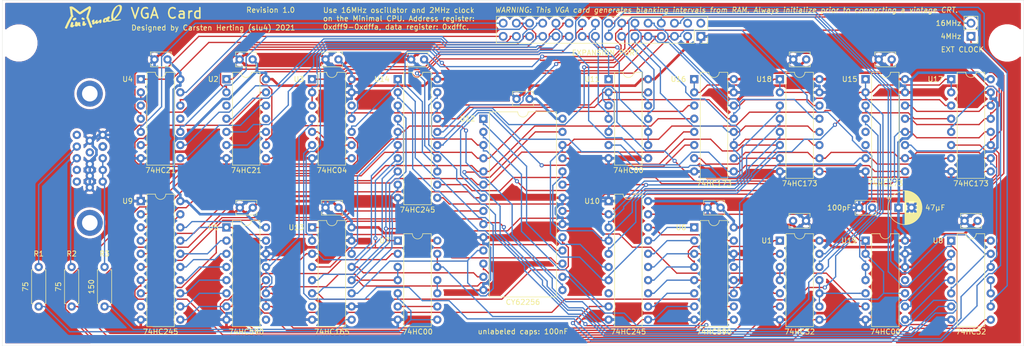
<source format=kicad_pcb>
(kicad_pcb (version 20171130) (host pcbnew "(5.1.5)-3")
  (layers (0 F.Cu signal) (31 B.Cu signal) (34 B.Paste user hide) (35 F.Paste user hide) (36 B.SilkS user) (37 F.SilkS user) (38 B.Mask user) (39 F.Mask user) (44 Edge.Cuts user))
  (net 0 "")
  (net 1 /M15)
  (net 2 /M14)
  (net 3 /M13)
  (net 4 /M12)
  (net 5 /M11)
  (net 6 /M10)
  (net 7 /M9)
  (net 8 /M8)
  (net 9 /M7)
  (net 10 /M6)
  (net 11 /M5)
  (net 12 /M4)
  (net 13 /M3)
  (net 14 /M2)
  (net 15 /M1)
  (net 16 /M0)
  (net 17 /Bus7)
  (net 18 /Bus6)
  (net 19 /Bus5)
  (net 20 /Bus4)
  (net 21 /Bus3)
  (net 22 /Bus2)
  (net 23 /Bus1)
  (net 24 /Bus0)
  (net 25 /~INH)
  (net 26 /~RO)
  (net 27 /RI)
  (net 28 +5V)
  (net 29 GND)
  (net 30 "Net-(J2-Pad13)")
  (net 31 "Net-(J2-Pad14)")
  (net 32 "Net-(J2-Pad1)")
  (net 33 "Net-(R1-Pad2)")
  (net 34 "Net-(R2-Pad2)")
  (net 35 "Net-(R3-Pad2)")
  (net 36 /~RI)
  (net 37 "Net-(U2-Pad10)")
  (net 38 "Net-(U2-Pad12)")
  (net 39 "Net-(U3-Pad8)")
  (net 40 "Net-(U10-Pad2)")
  (net 41 "Net-(U10-Pad12)")
  (net 42 "Net-(U12-Pad19)")
  (net 43 4MHz)
  (net 44 16MHz)
  (net 45 PIXEL)
  (net 46 T_VRAM)
  (net 47 "Net-(U2-Pad13)")
  (net 48 ~T_VRAM)
  (net 49 /RO)
  (net 50 "Net-(U5-Pad12)")
  (net 51 "Net-(U5-Pad10)")
  (net 52 "Net-(U7-Pad6)")
  (net 53 "Net-(U7-Pad10)")
  (net 54 "Net-(U12-Pad27)")
  (net 55 "Net-(U12-Pad9)")
  (net 56 "Net-(U12-Pad8)")
  (net 57 "Net-(U12-Pad7)")
  (net 58 "Net-(U12-Pad6)")
  (net 59 "Net-(U12-Pad5)")
  (net 60 "Net-(U12-Pad4)")
  (net 61 "Net-(U12-Pad3)")
  (net 62 "Net-(U10-Pad9)")
  (net 63 "Net-(U10-Pad7)")
  (net 64 "Net-(U10-Pad6)")
  (net 65 "Net-(U10-Pad5)")
  (net 66 "Net-(U10-Pad4)")
  (net 67 "Net-(U10-Pad3)")
  (net 68 "Net-(U11-Pad3)")
  (net 69 "Net-(U12-Pad13)")
  (net 70 "Net-(U12-Pad12)")
  (net 71 "Net-(U12-Pad11)")
  (net 72 "Net-(U12-Pad18)")
  (net 73 "Net-(U12-Pad17)")
  (net 74 "Net-(U12-Pad16)")
  (net 75 "Net-(U12-Pad15)")
  (net 76 "Net-(U14-Pad19)")
  (net 77 /CLOCK)
  (net 78 2MHz)
  (net 79 /H16)
  (net 80 /H8)
  (net 81 /H32)
  (net 82 /V2)
  (net 83 /V256)
  (net 84 /V128)
  (net 85 /V64)
  (net 86 /V32)
  (net 87 /V16)
  (net 88 /V8)
  (net 89 /V4)
  (net 90 /H1)
  (net 91 /V1)
  (net 92 /H4)
  (net 93 /H2)
  (net 94 "Net-(U1-Pad10)")
  (net 95 "Net-(U1-Pad3)")
  (net 96 /VGA_RANGE)
  (net 97 ~2MHz)
  (net 98 "Net-(U8-Pad10)")
  (net 99 "Net-(U19-Pad8)")
  (net 100 "Net-(U19-Pad9)")
  (net 101 "Net-(U11-Pad6)")
  (net 102 "Net-(U13-Pad1)")
  (module Capacitor_THT:C_Disc_D3.8mm_W2.6mm_P2.50mm (layer F.Cu) (at 69.5975 60.96 180)
    (fp_text reference C14 hide)
    (fp_text value 100nF)
    (pad 2 thru_hole circle (at 2.5 0 180) (size 1.6 1.6) (drill 0.8) (layers *.Cu *.Mask) (net 29 GND))
    (pad 1 thru_hole circle (at 0 0 180) (size 1.6 1.6) (drill 0.8) (layers *.Cu *.Mask) (net 28 +5V))
  )
  (module Capacitor_THT:C_Disc_D3.8mm_W2.6mm_P2.50mm (layer F.Cu) (at 86.0025 60.96 180)
    (fp_text reference C13 hide)
    (fp_text value 100nF)
    (pad 2 thru_hole circle (at 2.5 0 180) (size 1.6 1.6) (drill 0.8) (layers *.Cu *.Mask) (net 29 GND))
    (pad 1 thru_hole circle (at 0 0 180) (size 1.6 1.6) (drill 0.8) (layers *.Cu *.Mask) (net 28 +5V))
  )
  (module Capacitor_THT:C_Disc_D3.8mm_W2.6mm_P2.50mm (layer F.Cu) (at 102.552 60.96 180)
    (fp_text reference C12 hide)
    (fp_text value 100nF)
    (pad 2 thru_hole circle (at 2.5 0 180) (size 1.6 1.6) (drill 0.8) (layers *.Cu *.Mask) (net 29 GND))
    (pad 1 thru_hole circle (at 0 0 180) (size 1.6 1.6) (drill 0.8) (layers *.Cu *.Mask) (net 28 +5V))
  )
  (module logo:logo (layer F.Cu) (at 55.3085 52.705)
    (fp_text reference G*** hide)
    (fp_text value LOGO hide)
  )
  (module Package_DIP:DIP-14_W7.62mm (layer F.Cu) (at 204.152 95.885)
    (fp_text reference U19 (at -3.175 0) (layer F.SilkS))
    (fp_text value 74HC00 (at 3.81 17.57) (layer F.SilkS))
    (pad 14 thru_hole oval (at 7.62 0) (size 1.6 1.6) (drill 0.8) (layers *.Cu *.Mask) (net 28 +5V))
    (pad 7 thru_hole oval (at 0 15.24) (size 1.6 1.6) (drill 0.8) (layers *.Cu *.Mask) (net 29 GND))
    (pad 13 thru_hole oval (at 7.62 2.54) (size 1.6 1.6) (drill 0.8) (layers *.Cu *.Mask) (net 29 GND))
    (pad 6 thru_hole oval (at 0 12.7) (size 1.6 1.6) (drill 0.8) (layers *.Cu *.Mask) (net 102 "Net-(U13-Pad1)"))
    (pad 12 thru_hole oval (at 7.62 5.08) (size 1.6 1.6) (drill 0.8) (layers *.Cu *.Mask) (net 29 GND))
    (pad 5 thru_hole oval (at 0 10.16) (size 1.6 1.6) (drill 0.8) (layers *.Cu *.Mask) (net 94 "Net-(U1-Pad10)"))
    (pad 11 thru_hole oval (at 7.62 7.62) (size 1.6 1.6) (drill 0.8) (layers *.Cu *.Mask))
    (pad 4 thru_hole oval (at 0 7.62) (size 1.6 1.6) (drill 0.8) (layers *.Cu *.Mask) (net 48 ~T_VRAM))
    (pad 10 thru_hole oval (at 7.62 10.16) (size 1.6 1.6) (drill 0.8) (layers *.Cu *.Mask) (net 46 T_VRAM))
    (pad 3 thru_hole oval (at 0 5.08) (size 1.6 1.6) (drill 0.8) (layers *.Cu *.Mask) (net 48 ~T_VRAM))
    (pad 9 thru_hole oval (at 7.62 12.7) (size 1.6 1.6) (drill 0.8) (layers *.Cu *.Mask) (net 100 "Net-(U19-Pad9)"))
    (pad 2 thru_hole oval (at 0 2.54) (size 1.6 1.6) (drill 0.8) (layers *.Cu *.Mask) (net 46 T_VRAM))
    (pad 8 thru_hole oval (at 7.62 15.24) (size 1.6 1.6) (drill 0.8) (layers *.Cu *.Mask) (net 99 "Net-(U19-Pad8)"))
    (pad 1 thru_hole rect (at 0 0) (size 1.6 1.6) (drill 0.8) (layers *.Cu *.Mask) (net 46 T_VRAM))
  )
  (module Package_DIP:DIP-14_W7.62mm (layer F.Cu) (at 154.622 64.77)
    (fp_text reference U11 (at -3.175 0) (layer F.SilkS))
    (fp_text value 74HC00 (at 3.81 17.57) (layer F.SilkS))
    (pad 14 thru_hole oval (at 7.62 0) (size 1.6 1.6) (drill 0.8) (layers *.Cu *.Mask) (net 28 +5V))
    (pad 7 thru_hole oval (at 0 15.24) (size 1.6 1.6) (drill 0.8) (layers *.Cu *.Mask) (net 29 GND))
    (pad 13 thru_hole oval (at 7.62 2.54) (size 1.6 1.6) (drill 0.8) (layers *.Cu *.Mask) (net 96 /VGA_RANGE))
    (pad 6 thru_hole oval (at 0 12.7) (size 1.6 1.6) (drill 0.8) (layers *.Cu *.Mask) (net 101 "Net-(U11-Pad6)"))
    (pad 12 thru_hole oval (at 7.62 5.08) (size 1.6 1.6) (drill 0.8) (layers *.Cu *.Mask) (net 14 /M2))
    (pad 5 thru_hole oval (at 0 10.16) (size 1.6 1.6) (drill 0.8) (layers *.Cu *.Mask) (net 96 /VGA_RANGE))
    (pad 11 thru_hole oval (at 7.62 7.62) (size 1.6 1.6) (drill 0.8) (layers *.Cu *.Mask) (net 25 /~INH))
    (pad 4 thru_hole oval (at 0 7.62) (size 1.6 1.6) (drill 0.8) (layers *.Cu *.Mask) (net 15 /M1))
    (pad 10 thru_hole oval (at 7.62 10.16) (size 1.6 1.6) (drill 0.8) (layers *.Cu *.Mask) (net 44 16MHz))
    (pad 3 thru_hole oval (at 0 5.08) (size 1.6 1.6) (drill 0.8) (layers *.Cu *.Mask) (net 68 "Net-(U11-Pad3)"))
    (pad 9 thru_hole oval (at 7.62 12.7) (size 1.6 1.6) (drill 0.8) (layers *.Cu *.Mask) (net 44 16MHz))
    (pad 2 thru_hole oval (at 0 2.54) (size 1.6 1.6) (drill 0.8) (layers *.Cu *.Mask) (net 96 /VGA_RANGE))
    (pad 8 thru_hole oval (at 7.62 15.24) (size 1.6 1.6) (drill 0.8) (layers *.Cu *.Mask) (net 45 PIXEL))
    (pad 1 thru_hole rect (at 0 0) (size 1.6 1.6) (drill 0.8) (layers *.Cu *.Mask) (net 16 /M0))
  )
  (module Package_DIP:DIP-14_W7.62mm (layer F.Cu) (at 220.662 95.885)
    (fp_text reference U8 (at -2.54 0) (layer F.SilkS))
    (fp_text value 74HC32 (at 3.81 17.57) (layer F.SilkS))
    (pad 14 thru_hole oval (at 7.62 0) (size 1.6 1.6) (drill 0.8) (layers *.Cu *.Mask) (net 28 +5V))
    (pad 7 thru_hole oval (at 0 15.24) (size 1.6 1.6) (drill 0.8) (layers *.Cu *.Mask) (net 29 GND))
    (pad 13 thru_hole oval (at 7.62 2.54) (size 1.6 1.6) (drill 0.8) (layers *.Cu *.Mask) (net 25 /~INH))
    (pad 6 thru_hole oval (at 0 12.7) (size 1.6 1.6) (drill 0.8) (layers *.Cu *.Mask) (net 76 "Net-(U14-Pad19)"))
    (pad 12 thru_hole oval (at 7.62 5.08) (size 1.6 1.6) (drill 0.8) (layers *.Cu *.Mask) (net 36 /~RI))
    (pad 5 thru_hole oval (at 0 10.16) (size 1.6 1.6) (drill 0.8) (layers *.Cu *.Mask) (net 25 /~INH))
    (pad 11 thru_hole oval (at 7.62 7.62) (size 1.6 1.6) (drill 0.8) (layers *.Cu *.Mask) (net 98 "Net-(U8-Pad10)"))
    (pad 4 thru_hole oval (at 0 7.62) (size 1.6 1.6) (drill 0.8) (layers *.Cu *.Mask) (net 99 "Net-(U19-Pad8)"))
    (pad 10 thru_hole oval (at 7.62 10.16) (size 1.6 1.6) (drill 0.8) (layers *.Cu *.Mask) (net 98 "Net-(U8-Pad10)"))
    (pad 3 thru_hole oval (at 0 5.08) (size 1.6 1.6) (drill 0.8) (layers *.Cu *.Mask) (net 100 "Net-(U19-Pad9)"))
    (pad 9 thru_hole oval (at 7.62 12.7) (size 1.6 1.6) (drill 0.8) (layers *.Cu *.Mask) (net 97 ~2MHz))
    (pad 2 thru_hole oval (at 0 2.54) (size 1.6 1.6) (drill 0.8) (layers *.Cu *.Mask) (net 49 /RO))
    (pad 8 thru_hole oval (at 7.62 15.24) (size 1.6 1.6) (drill 0.8) (layers *.Cu *.Mask) (net 54 "Net-(U12-Pad27)"))
    (pad 1 thru_hole rect (at 0 0) (size 1.6 1.6) (drill 0.8) (layers *.Cu *.Mask) (net 27 /RI))
  )
  (module Package_DIP:DIP-14_W7.62mm (layer F.Cu) (at 64.4525 64.77)
    (fp_text reference U4 (at -2.54 0) (layer F.SilkS))
    (fp_text value 74HC21 (at 3.81 17.57) (layer F.SilkS))
    (pad 14 thru_hole oval (at 7.62 0) (size 1.6 1.6) (drill 0.8) (layers *.Cu *.Mask) (net 28 +5V))
    (pad 7 thru_hole oval (at 0 15.24) (size 1.6 1.6) (drill 0.8) (layers *.Cu *.Mask) (net 29 GND))
    (pad 13 thru_hole oval (at 7.62 2.54) (size 1.6 1.6) (drill 0.8) (layers *.Cu *.Mask) (net 5 /M11))
    (pad 6 thru_hole oval (at 0 12.7) (size 1.6 1.6) (drill 0.8) (layers *.Cu *.Mask) (net 47 "Net-(U2-Pad13)"))
    (pad 12 thru_hole oval (at 7.62 5.08) (size 1.6 1.6) (drill 0.8) (layers *.Cu *.Mask) (net 6 /M10))
    (pad 5 thru_hole oval (at 0 10.16) (size 1.6 1.6) (drill 0.8) (layers *.Cu *.Mask) (net 1 /M15))
    (pad 11 thru_hole oval (at 7.62 7.62) (size 1.6 1.6) (drill 0.8) (layers *.Cu *.Mask))
    (pad 4 thru_hole oval (at 0 7.62) (size 1.6 1.6) (drill 0.8) (layers *.Cu *.Mask) (net 2 /M14))
    (pad 10 thru_hole oval (at 7.62 10.16) (size 1.6 1.6) (drill 0.8) (layers *.Cu *.Mask) (net 7 /M9))
    (pad 3 thru_hole oval (at 0 5.08) (size 1.6 1.6) (drill 0.8) (layers *.Cu *.Mask))
    (pad 9 thru_hole oval (at 7.62 12.7) (size 1.6 1.6) (drill 0.8) (layers *.Cu *.Mask) (net 8 /M8))
    (pad 2 thru_hole oval (at 0 2.54) (size 1.6 1.6) (drill 0.8) (layers *.Cu *.Mask) (net 39 "Net-(U3-Pad8)"))
    (pad 8 thru_hole oval (at 7.62 15.24) (size 1.6 1.6) (drill 0.8) (layers *.Cu *.Mask) (net 38 "Net-(U2-Pad12)"))
    (pad 1 thru_hole rect (at 0 0) (size 1.6 1.6) (drill 0.8) (layers *.Cu *.Mask) (net 4 /M12))
  )
  (module Package_DIP:DIP-14_W7.62mm (layer F.Cu) (at 97.4725 64.77)
    (fp_text reference U3 (at -2.54 0) (layer F.SilkS))
    (fp_text value 74HC04 (at 3.81 17.57) (layer F.SilkS))
    (pad 14 thru_hole oval (at 7.62 0) (size 1.6 1.6) (drill 0.8) (layers *.Cu *.Mask) (net 28 +5V))
    (pad 7 thru_hole oval (at 0 15.24) (size 1.6 1.6) (drill 0.8) (layers *.Cu *.Mask) (net 29 GND))
    (pad 13 thru_hole oval (at 7.62 2.54) (size 1.6 1.6) (drill 0.8) (layers *.Cu *.Mask) (net 29 GND))
    (pad 6 thru_hole oval (at 0 12.7) (size 1.6 1.6) (drill 0.8) (layers *.Cu *.Mask) (net 36 /~RI))
    (pad 12 thru_hole oval (at 7.62 5.08) (size 1.6 1.6) (drill 0.8) (layers *.Cu *.Mask))
    (pad 5 thru_hole oval (at 0 10.16) (size 1.6 1.6) (drill 0.8) (layers *.Cu *.Mask) (net 27 /RI))
    (pad 11 thru_hole oval (at 7.62 7.62) (size 1.6 1.6) (drill 0.8) (layers *.Cu *.Mask) (net 26 /~RO))
    (pad 4 thru_hole oval (at 0 7.62) (size 1.6 1.6) (drill 0.8) (layers *.Cu *.Mask) (net 78 2MHz))
    (pad 10 thru_hole oval (at 7.62 10.16) (size 1.6 1.6) (drill 0.8) (layers *.Cu *.Mask) (net 49 /RO))
    (pad 3 thru_hole oval (at 0 5.08) (size 1.6 1.6) (drill 0.8) (layers *.Cu *.Mask) (net 97 ~2MHz))
    (pad 9 thru_hole oval (at 7.62 12.7) (size 1.6 1.6) (drill 0.8) (layers *.Cu *.Mask) (net 3 /M13))
    (pad 2 thru_hole oval (at 0 2.54) (size 1.6 1.6) (drill 0.8) (layers *.Cu *.Mask) (net 97 ~2MHz))
    (pad 8 thru_hole oval (at 7.62 15.24) (size 1.6 1.6) (drill 0.8) (layers *.Cu *.Mask) (net 39 "Net-(U3-Pad8)"))
    (pad 1 thru_hole rect (at 0 0) (size 1.6 1.6) (drill 0.8) (layers *.Cu *.Mask) (net 77 /CLOCK))
  )
  (module Package_DIP:DIP-14_W7.62mm (layer F.Cu) (at 80.9625 64.77)
    (fp_text reference U2 (at -2.54 0) (layer F.SilkS))
    (fp_text value 74HC21 (at 3.81 17.57) (layer F.SilkS))
    (pad 14 thru_hole oval (at 7.62 0) (size 1.6 1.6) (drill 0.8) (layers *.Cu *.Mask) (net 28 +5V))
    (pad 7 thru_hole oval (at 0 15.24) (size 1.6 1.6) (drill 0.8) (layers *.Cu *.Mask) (net 29 GND))
    (pad 13 thru_hole oval (at 7.62 2.54) (size 1.6 1.6) (drill 0.8) (layers *.Cu *.Mask) (net 47 "Net-(U2-Pad13)"))
    (pad 6 thru_hole oval (at 0 12.7) (size 1.6 1.6) (drill 0.8) (layers *.Cu *.Mask) (net 37 "Net-(U2-Pad10)"))
    (pad 12 thru_hole oval (at 7.62 5.08) (size 1.6 1.6) (drill 0.8) (layers *.Cu *.Mask) (net 38 "Net-(U2-Pad12)"))
    (pad 5 thru_hole oval (at 0 10.16) (size 1.6 1.6) (drill 0.8) (layers *.Cu *.Mask) (net 9 /M7))
    (pad 11 thru_hole oval (at 7.62 7.62) (size 1.6 1.6) (drill 0.8) (layers *.Cu *.Mask))
    (pad 4 thru_hole oval (at 0 7.62) (size 1.6 1.6) (drill 0.8) (layers *.Cu *.Mask) (net 10 /M6))
    (pad 10 thru_hole oval (at 7.62 10.16) (size 1.6 1.6) (drill 0.8) (layers *.Cu *.Mask) (net 37 "Net-(U2-Pad10)"))
    (pad 3 thru_hole oval (at 0 5.08) (size 1.6 1.6) (drill 0.8) (layers *.Cu *.Mask))
    (pad 9 thru_hole oval (at 7.62 12.7) (size 1.6 1.6) (drill 0.8) (layers *.Cu *.Mask) (net 13 /M3))
    (pad 2 thru_hole oval (at 0 2.54) (size 1.6 1.6) (drill 0.8) (layers *.Cu *.Mask) (net 11 /M5))
    (pad 8 thru_hole oval (at 7.62 15.24) (size 1.6 1.6) (drill 0.8) (layers *.Cu *.Mask) (net 96 /VGA_RANGE))
    (pad 1 thru_hole rect (at 0 0) (size 1.6 1.6) (drill 0.8) (layers *.Cu *.Mask) (net 12 /M4))
  )
  (module Capacitor_THT:C_Disc_D3.8mm_W2.6mm_P2.50mm (layer F.Cu) (at 205.422 89.535 180)
    (fp_text reference C11 hide)
    (fp_text value 100pF (at 6.35 0) (layer F.SilkS))
    (pad 2 thru_hole circle (at 2.5 0 180) (size 1.6 1.6) (drill 0.8) (layers *.Cu *.Mask) (net 29 GND))
    (pad 1 thru_hole circle (at 0 0 180) (size 1.6 1.6) (drill 0.8) (layers *.Cu *.Mask) (net 43 4MHz))
  )
  (module Capacitor_THT:CP_Radial_D6.3mm_P2.50mm (layer F.Cu) (at 210.502 89.535)
    (fp_text reference C1 hide)
    (fp_text value 47µF (at 7.072 0) (layer F.SilkS))
    (pad 2 thru_hole circle (at 2.5 0) (size 1.6 1.6) (drill 0.8) (layers *.Cu *.Mask) (net 29 GND))
    (pad 1 thru_hole rect (at 0 0) (size 1.6 1.6) (drill 0.8) (layers *.Cu *.Mask) (net 28 +5V))
  )
  (module Package_DIP:DIP-16_W7.62mm (layer F.Cu) (at 187.642 64.77)
    (fp_text reference U18 (at -3.048 0) (layer F.SilkS))
    (fp_text value 74HC173 (at 3.81 20.11) (layer F.SilkS))
    (pad 16 thru_hole oval (at 7.62 0) (size 1.6 1.6) (drill 0.8) (layers *.Cu *.Mask) (net 28 +5V))
    (pad 8 thru_hole oval (at 0 17.78) (size 1.6 1.6) (drill 0.8) (layers *.Cu *.Mask) (net 29 GND))
    (pad 15 thru_hole oval (at 7.62 2.54) (size 1.6 1.6) (drill 0.8) (layers *.Cu *.Mask) (net 29 GND))
    (pad 7 thru_hole oval (at 0 15.24) (size 1.6 1.6) (drill 0.8) (layers *.Cu *.Mask) (net 78 2MHz))
    (pad 14 thru_hole oval (at 7.62 5.08) (size 1.6 1.6) (drill 0.8) (layers *.Cu *.Mask) (net 24 /Bus0))
    (pad 6 thru_hole oval (at 0 12.7) (size 1.6 1.6) (drill 0.8) (layers *.Cu *.Mask) (net 65 "Net-(U10-Pad5)"))
    (pad 13 thru_hole oval (at 7.62 7.62) (size 1.6 1.6) (drill 0.8) (layers *.Cu *.Mask) (net 23 /Bus1))
    (pad 5 thru_hole oval (at 0 10.16) (size 1.6 1.6) (drill 0.8) (layers *.Cu *.Mask) (net 66 "Net-(U10-Pad4)"))
    (pad 12 thru_hole oval (at 7.62 10.16) (size 1.6 1.6) (drill 0.8) (layers *.Cu *.Mask) (net 22 /Bus2))
    (pad 4 thru_hole oval (at 0 7.62) (size 1.6 1.6) (drill 0.8) (layers *.Cu *.Mask) (net 67 "Net-(U10-Pad3)"))
    (pad 11 thru_hole oval (at 7.62 12.7) (size 1.6 1.6) (drill 0.8) (layers *.Cu *.Mask) (net 21 /Bus3))
    (pad 3 thru_hole oval (at 0 5.08) (size 1.6 1.6) (drill 0.8) (layers *.Cu *.Mask) (net 40 "Net-(U10-Pad2)"))
    (pad 10 thru_hole oval (at 7.62 15.24) (size 1.6 1.6) (drill 0.8) (layers *.Cu *.Mask) (net 36 /~RI))
    (pad 2 thru_hole oval (at 0 2.54) (size 1.6 1.6) (drill 0.8) (layers *.Cu *.Mask) (net 48 ~T_VRAM))
    (pad 9 thru_hole oval (at 7.62 17.78) (size 1.6 1.6) (drill 0.8) (layers *.Cu *.Mask) (net 68 "Net-(U11-Pad3)"))
    (pad 1 thru_hole rect (at 0 0) (size 1.6 1.6) (drill 0.8) (layers *.Cu *.Mask) (net 48 ~T_VRAM))
  )
  (module Package_DIP:DIP-16_W7.62mm (layer F.Cu) (at 220.662 64.77)
    (fp_text reference U17 (at -3.048 0) (layer F.SilkS))
    (fp_text value 74HC173 (at 3.81 20.11) (layer F.SilkS))
    (pad 16 thru_hole oval (at 7.62 0) (size 1.6 1.6) (drill 0.8) (layers *.Cu *.Mask) (net 28 +5V))
    (pad 8 thru_hole oval (at 0 17.78) (size 1.6 1.6) (drill 0.8) (layers *.Cu *.Mask) (net 29 GND))
    (pad 15 thru_hole oval (at 7.62 2.54) (size 1.6 1.6) (drill 0.8) (layers *.Cu *.Mask) (net 29 GND))
    (pad 7 thru_hole oval (at 0 15.24) (size 1.6 1.6) (drill 0.8) (layers *.Cu *.Mask) (net 78 2MHz))
    (pad 14 thru_hole oval (at 7.62 5.08) (size 1.6 1.6) (drill 0.8) (layers *.Cu *.Mask) (net 20 /Bus4))
    (pad 6 thru_hole oval (at 0 12.7) (size 1.6 1.6) (drill 0.8) (layers *.Cu *.Mask) (net 61 "Net-(U12-Pad3)"))
    (pad 13 thru_hole oval (at 7.62 7.62) (size 1.6 1.6) (drill 0.8) (layers *.Cu *.Mask) (net 19 /Bus5))
    (pad 5 thru_hole oval (at 0 10.16) (size 1.6 1.6) (drill 0.8) (layers *.Cu *.Mask) (net 62 "Net-(U10-Pad9)"))
    (pad 12 thru_hole oval (at 7.62 10.16) (size 1.6 1.6) (drill 0.8) (layers *.Cu *.Mask) (net 18 /Bus6))
    (pad 4 thru_hole oval (at 0 7.62) (size 1.6 1.6) (drill 0.8) (layers *.Cu *.Mask) (net 63 "Net-(U10-Pad7)"))
    (pad 11 thru_hole oval (at 7.62 12.7) (size 1.6 1.6) (drill 0.8) (layers *.Cu *.Mask) (net 17 /Bus7))
    (pad 3 thru_hole oval (at 0 5.08) (size 1.6 1.6) (drill 0.8) (layers *.Cu *.Mask) (net 64 "Net-(U10-Pad6)"))
    (pad 10 thru_hole oval (at 7.62 15.24) (size 1.6 1.6) (drill 0.8) (layers *.Cu *.Mask) (net 36 /~RI))
    (pad 2 thru_hole oval (at 0 2.54) (size 1.6 1.6) (drill 0.8) (layers *.Cu *.Mask) (net 48 ~T_VRAM))
    (pad 9 thru_hole oval (at 7.62 17.78) (size 1.6 1.6) (drill 0.8) (layers *.Cu *.Mask) (net 68 "Net-(U11-Pad3)"))
    (pad 1 thru_hole rect (at 0 0) (size 1.6 1.6) (drill 0.8) (layers *.Cu *.Mask) (net 48 ~T_VRAM))
  )
  (module Package_DIP:DIP-16_W7.62mm (layer F.Cu) (at 171.132 64.77)
    (fp_text reference U16 (at -3.048 0) (layer F.SilkS))
    (fp_text value 74HC173 (at 3.81 20.11) (layer F.SilkS))
    (pad 16 thru_hole oval (at 7.62 0) (size 1.6 1.6) (drill 0.8) (layers *.Cu *.Mask) (net 28 +5V))
    (pad 8 thru_hole oval (at 0 17.78) (size 1.6 1.6) (drill 0.8) (layers *.Cu *.Mask) (net 29 GND))
    (pad 15 thru_hole oval (at 7.62 2.54) (size 1.6 1.6) (drill 0.8) (layers *.Cu *.Mask) (net 29 GND))
    (pad 7 thru_hole oval (at 0 15.24) (size 1.6 1.6) (drill 0.8) (layers *.Cu *.Mask) (net 78 2MHz))
    (pad 14 thru_hole oval (at 7.62 5.08) (size 1.6 1.6) (drill 0.8) (layers *.Cu *.Mask) (net 24 /Bus0))
    (pad 6 thru_hole oval (at 0 12.7) (size 1.6 1.6) (drill 0.8) (layers *.Cu *.Mask) (net 57 "Net-(U12-Pad7)"))
    (pad 13 thru_hole oval (at 7.62 7.62) (size 1.6 1.6) (drill 0.8) (layers *.Cu *.Mask) (net 23 /Bus1))
    (pad 5 thru_hole oval (at 0 10.16) (size 1.6 1.6) (drill 0.8) (layers *.Cu *.Mask) (net 58 "Net-(U12-Pad6)"))
    (pad 12 thru_hole oval (at 7.62 10.16) (size 1.6 1.6) (drill 0.8) (layers *.Cu *.Mask) (net 22 /Bus2))
    (pad 4 thru_hole oval (at 0 7.62) (size 1.6 1.6) (drill 0.8) (layers *.Cu *.Mask) (net 59 "Net-(U12-Pad5)"))
    (pad 11 thru_hole oval (at 7.62 12.7) (size 1.6 1.6) (drill 0.8) (layers *.Cu *.Mask) (net 21 /Bus3))
    (pad 3 thru_hole oval (at 0 5.08) (size 1.6 1.6) (drill 0.8) (layers *.Cu *.Mask) (net 60 "Net-(U12-Pad4)"))
    (pad 10 thru_hole oval (at 7.62 15.24) (size 1.6 1.6) (drill 0.8) (layers *.Cu *.Mask) (net 36 /~RI))
    (pad 2 thru_hole oval (at 0 2.54) (size 1.6 1.6) (drill 0.8) (layers *.Cu *.Mask) (net 48 ~T_VRAM))
    (pad 9 thru_hole oval (at 7.62 17.78) (size 1.6 1.6) (drill 0.8) (layers *.Cu *.Mask) (net 101 "Net-(U11-Pad6)"))
    (pad 1 thru_hole rect (at 0 0) (size 1.6 1.6) (drill 0.8) (layers *.Cu *.Mask) (net 48 ~T_VRAM))
  )
  (module Package_DIP:DIP-16_W7.62mm (layer F.Cu) (at 204.152 64.77)
    (fp_text reference U15 (at -3.048 0) (layer F.SilkS))
    (fp_text value 74HC173 (at 3.81 20.11) (layer F.SilkS))
    (pad 16 thru_hole oval (at 7.62 0) (size 1.6 1.6) (drill 0.8) (layers *.Cu *.Mask) (net 28 +5V))
    (pad 8 thru_hole oval (at 0 17.78) (size 1.6 1.6) (drill 0.8) (layers *.Cu *.Mask) (net 29 GND))
    (pad 15 thru_hole oval (at 7.62 2.54) (size 1.6 1.6) (drill 0.8) (layers *.Cu *.Mask) (net 29 GND))
    (pad 7 thru_hole oval (at 0 15.24) (size 1.6 1.6) (drill 0.8) (layers *.Cu *.Mask) (net 78 2MHz))
    (pad 14 thru_hole oval (at 7.62 5.08) (size 1.6 1.6) (drill 0.8) (layers *.Cu *.Mask) (net 20 /Bus4))
    (pad 6 thru_hole oval (at 0 12.7) (size 1.6 1.6) (drill 0.8) (layers *.Cu *.Mask))
    (pad 13 thru_hole oval (at 7.62 7.62) (size 1.6 1.6) (drill 0.8) (layers *.Cu *.Mask) (net 19 /Bus5))
    (pad 5 thru_hole oval (at 0 10.16) (size 1.6 1.6) (drill 0.8) (layers *.Cu *.Mask))
    (pad 12 thru_hole oval (at 7.62 10.16) (size 1.6 1.6) (drill 0.8) (layers *.Cu *.Mask) (net 18 /Bus6))
    (pad 4 thru_hole oval (at 0 7.62) (size 1.6 1.6) (drill 0.8) (layers *.Cu *.Mask) (net 55 "Net-(U12-Pad9)"))
    (pad 11 thru_hole oval (at 7.62 12.7) (size 1.6 1.6) (drill 0.8) (layers *.Cu *.Mask) (net 17 /Bus7))
    (pad 3 thru_hole oval (at 0 5.08) (size 1.6 1.6) (drill 0.8) (layers *.Cu *.Mask) (net 56 "Net-(U12-Pad8)"))
    (pad 10 thru_hole oval (at 7.62 15.24) (size 1.6 1.6) (drill 0.8) (layers *.Cu *.Mask) (net 36 /~RI))
    (pad 2 thru_hole oval (at 0 2.54) (size 1.6 1.6) (drill 0.8) (layers *.Cu *.Mask) (net 48 ~T_VRAM))
    (pad 9 thru_hole oval (at 7.62 17.78) (size 1.6 1.6) (drill 0.8) (layers *.Cu *.Mask) (net 101 "Net-(U11-Pad6)"))
    (pad 1 thru_hole rect (at 0 0) (size 1.6 1.6) (drill 0.8) (layers *.Cu *.Mask) (net 48 ~T_VRAM))
  )
  (module Package_DIP:DIP-20_W7.62mm (layer F.Cu) (at 113.982 64.77)
    (fp_text reference U14 (at -3.048 0) (layer F.SilkS))
    (fp_text value 74HC245 (at 3.81 25.19) (layer F.SilkS))
    (pad 20 thru_hole oval (at 7.62 0) (size 1.6 1.6) (drill 0.8) (layers *.Cu *.Mask) (net 28 +5V))
    (pad 10 thru_hole oval (at 0 22.86) (size 1.6 1.6) (drill 0.8) (layers *.Cu *.Mask) (net 29 GND))
    (pad 19 thru_hole oval (at 7.62 2.54) (size 1.6 1.6) (drill 0.8) (layers *.Cu *.Mask) (net 76 "Net-(U14-Pad19)"))
    (pad 9 thru_hole oval (at 0 20.32) (size 1.6 1.6) (drill 0.8) (layers *.Cu *.Mask) (net 42 "Net-(U12-Pad19)"))
    (pad 18 thru_hole oval (at 7.62 5.08) (size 1.6 1.6) (drill 0.8) (layers *.Cu *.Mask) (net 24 /Bus0))
    (pad 8 thru_hole oval (at 0 17.78) (size 1.6 1.6) (drill 0.8) (layers *.Cu *.Mask) (net 72 "Net-(U12-Pad18)"))
    (pad 17 thru_hole oval (at 7.62 7.62) (size 1.6 1.6) (drill 0.8) (layers *.Cu *.Mask) (net 23 /Bus1))
    (pad 7 thru_hole oval (at 0 15.24) (size 1.6 1.6) (drill 0.8) (layers *.Cu *.Mask) (net 73 "Net-(U12-Pad17)"))
    (pad 16 thru_hole oval (at 7.62 10.16) (size 1.6 1.6) (drill 0.8) (layers *.Cu *.Mask) (net 22 /Bus2))
    (pad 6 thru_hole oval (at 0 12.7) (size 1.6 1.6) (drill 0.8) (layers *.Cu *.Mask) (net 74 "Net-(U12-Pad16)"))
    (pad 15 thru_hole oval (at 7.62 12.7) (size 1.6 1.6) (drill 0.8) (layers *.Cu *.Mask) (net 21 /Bus3))
    (pad 5 thru_hole oval (at 0 10.16) (size 1.6 1.6) (drill 0.8) (layers *.Cu *.Mask) (net 75 "Net-(U12-Pad15)"))
    (pad 14 thru_hole oval (at 7.62 15.24) (size 1.6 1.6) (drill 0.8) (layers *.Cu *.Mask) (net 20 /Bus4))
    (pad 4 thru_hole oval (at 0 7.62) (size 1.6 1.6) (drill 0.8) (layers *.Cu *.Mask) (net 69 "Net-(U12-Pad13)"))
    (pad 13 thru_hole oval (at 7.62 17.78) (size 1.6 1.6) (drill 0.8) (layers *.Cu *.Mask) (net 19 /Bus5))
    (pad 3 thru_hole oval (at 0 5.08) (size 1.6 1.6) (drill 0.8) (layers *.Cu *.Mask) (net 70 "Net-(U12-Pad12)"))
    (pad 12 thru_hole oval (at 7.62 20.32) (size 1.6 1.6) (drill 0.8) (layers *.Cu *.Mask) (net 18 /Bus6))
    (pad 2 thru_hole oval (at 0 2.54) (size 1.6 1.6) (drill 0.8) (layers *.Cu *.Mask) (net 71 "Net-(U12-Pad11)"))
    (pad 11 thru_hole oval (at 7.62 22.86) (size 1.6 1.6) (drill 0.8) (layers *.Cu *.Mask) (net 17 /Bus7))
    (pad 1 thru_hole rect (at 0 0) (size 1.6 1.6) (drill 0.8) (layers *.Cu *.Mask) (net 49 /RO))
  )
  (module Package_DIP:DIP-16_W7.62mm (layer F.Cu) (at 97.4725 93.345)
    (fp_text reference U13 (at -3.048 0) (layer F.SilkS))
    (fp_text value 74HC165 (at 3.81 20.11) (layer F.SilkS))
    (pad 16 thru_hole oval (at 7.62 0) (size 1.6 1.6) (drill 0.8) (layers *.Cu *.Mask) (net 28 +5V))
    (pad 8 thru_hole oval (at 0 17.78) (size 1.6 1.6) (drill 0.8) (layers *.Cu *.Mask) (net 29 GND))
    (pad 15 thru_hole oval (at 7.62 2.54) (size 1.6 1.6) (drill 0.8) (layers *.Cu *.Mask) (net 29 GND))
    (pad 7 thru_hole oval (at 0 15.24) (size 1.6 1.6) (drill 0.8) (layers *.Cu *.Mask))
    (pad 14 thru_hole oval (at 7.62 5.08) (size 1.6 1.6) (drill 0.8) (layers *.Cu *.Mask) (net 75 "Net-(U12-Pad15)"))
    (pad 6 thru_hole oval (at 0 12.7) (size 1.6 1.6) (drill 0.8) (layers *.Cu *.Mask) (net 42 "Net-(U12-Pad19)"))
    (pad 13 thru_hole oval (at 7.62 7.62) (size 1.6 1.6) (drill 0.8) (layers *.Cu *.Mask) (net 69 "Net-(U12-Pad13)"))
    (pad 5 thru_hole oval (at 0 10.16) (size 1.6 1.6) (drill 0.8) (layers *.Cu *.Mask) (net 72 "Net-(U12-Pad18)"))
    (pad 12 thru_hole oval (at 7.62 10.16) (size 1.6 1.6) (drill 0.8) (layers *.Cu *.Mask) (net 70 "Net-(U12-Pad12)"))
    (pad 4 thru_hole oval (at 0 7.62) (size 1.6 1.6) (drill 0.8) (layers *.Cu *.Mask) (net 73 "Net-(U12-Pad17)"))
    (pad 11 thru_hole oval (at 7.62 12.7) (size 1.6 1.6) (drill 0.8) (layers *.Cu *.Mask) (net 71 "Net-(U12-Pad11)"))
    (pad 3 thru_hole oval (at 0 5.08) (size 1.6 1.6) (drill 0.8) (layers *.Cu *.Mask) (net 74 "Net-(U12-Pad16)"))
    (pad 10 thru_hole oval (at 7.62 15.24) (size 1.6 1.6) (drill 0.8) (layers *.Cu *.Mask) (net 29 GND))
    (pad 2 thru_hole oval (at 0 2.54) (size 1.6 1.6) (drill 0.8) (layers *.Cu *.Mask) (net 45 PIXEL))
    (pad 9 thru_hole oval (at 7.62 17.78) (size 1.6 1.6) (drill 0.8) (layers *.Cu *.Mask) (net 35 "Net-(R3-Pad2)"))
    (pad 1 thru_hole rect (at 0 0) (size 1.6 1.6) (drill 0.8) (layers *.Cu *.Mask) (net 102 "Net-(U13-Pad1)"))
  )
  (module Package_DIP:DIP-28_W15.24mm (layer F.Cu) (at 130.492 72.39)
    (fp_text reference U12 (at -3.048 0) (layer F.SilkS))
    (fp_text value CY62256 (at 7.62 35.35) (layer F.SilkS))
    (pad 28 thru_hole oval (at 15.24 0) (size 1.6 1.6) (drill 0.8) (layers *.Cu *.Mask) (net 28 +5V))
    (pad 14 thru_hole oval (at 0 33.02) (size 1.6 1.6) (drill 0.8) (layers *.Cu *.Mask) (net 29 GND))
    (pad 27 thru_hole oval (at 15.24 2.54) (size 1.6 1.6) (drill 0.8) (layers *.Cu *.Mask) (net 54 "Net-(U12-Pad27)"))
    (pad 13 thru_hole oval (at 0 30.48) (size 1.6 1.6) (drill 0.8) (layers *.Cu *.Mask) (net 69 "Net-(U12-Pad13)"))
    (pad 26 thru_hole oval (at 15.24 5.08) (size 1.6 1.6) (drill 0.8) (layers *.Cu *.Mask) (net 64 "Net-(U10-Pad6)"))
    (pad 12 thru_hole oval (at 0 27.94) (size 1.6 1.6) (drill 0.8) (layers *.Cu *.Mask) (net 70 "Net-(U12-Pad12)"))
    (pad 25 thru_hole oval (at 15.24 7.62) (size 1.6 1.6) (drill 0.8) (layers *.Cu *.Mask) (net 65 "Net-(U10-Pad5)"))
    (pad 11 thru_hole oval (at 0 25.4) (size 1.6 1.6) (drill 0.8) (layers *.Cu *.Mask) (net 71 "Net-(U12-Pad11)"))
    (pad 24 thru_hole oval (at 15.24 10.16) (size 1.6 1.6) (drill 0.8) (layers *.Cu *.Mask) (net 66 "Net-(U10-Pad4)"))
    (pad 10 thru_hole oval (at 0 22.86) (size 1.6 1.6) (drill 0.8) (layers *.Cu *.Mask) (net 29 GND))
    (pad 23 thru_hole oval (at 15.24 12.7) (size 1.6 1.6) (drill 0.8) (layers *.Cu *.Mask) (net 67 "Net-(U10-Pad3)"))
    (pad 9 thru_hole oval (at 0 20.32) (size 1.6 1.6) (drill 0.8) (layers *.Cu *.Mask) (net 55 "Net-(U12-Pad9)"))
    (pad 22 thru_hole oval (at 15.24 15.24) (size 1.6 1.6) (drill 0.8) (layers *.Cu *.Mask) (net 29 GND))
    (pad 8 thru_hole oval (at 0 17.78) (size 1.6 1.6) (drill 0.8) (layers *.Cu *.Mask) (net 56 "Net-(U12-Pad8)"))
    (pad 21 thru_hole oval (at 15.24 17.78) (size 1.6 1.6) (drill 0.8) (layers *.Cu *.Mask) (net 40 "Net-(U10-Pad2)"))
    (pad 7 thru_hole oval (at 0 15.24) (size 1.6 1.6) (drill 0.8) (layers *.Cu *.Mask) (net 57 "Net-(U12-Pad7)"))
    (pad 20 thru_hole oval (at 15.24 20.32) (size 1.6 1.6) (drill 0.8) (layers *.Cu *.Mask) (net 29 GND))
    (pad 6 thru_hole oval (at 0 12.7) (size 1.6 1.6) (drill 0.8) (layers *.Cu *.Mask) (net 58 "Net-(U12-Pad6)"))
    (pad 19 thru_hole oval (at 15.24 22.86) (size 1.6 1.6) (drill 0.8) (layers *.Cu *.Mask) (net 42 "Net-(U12-Pad19)"))
    (pad 5 thru_hole oval (at 0 10.16) (size 1.6 1.6) (drill 0.8) (layers *.Cu *.Mask) (net 59 "Net-(U12-Pad5)"))
    (pad 18 thru_hole oval (at 15.24 25.4) (size 1.6 1.6) (drill 0.8) (layers *.Cu *.Mask) (net 72 "Net-(U12-Pad18)"))
    (pad 4 thru_hole oval (at 0 7.62) (size 1.6 1.6) (drill 0.8) (layers *.Cu *.Mask) (net 60 "Net-(U12-Pad4)"))
    (pad 17 thru_hole oval (at 15.24 27.94) (size 1.6 1.6) (drill 0.8) (layers *.Cu *.Mask) (net 73 "Net-(U12-Pad17)"))
    (pad 3 thru_hole oval (at 0 5.08) (size 1.6 1.6) (drill 0.8) (layers *.Cu *.Mask) (net 61 "Net-(U12-Pad3)"))
    (pad 16 thru_hole oval (at 15.24 30.48) (size 1.6 1.6) (drill 0.8) (layers *.Cu *.Mask) (net 74 "Net-(U12-Pad16)"))
    (pad 2 thru_hole oval (at 0 2.54) (size 1.6 1.6) (drill 0.8) (layers *.Cu *.Mask) (net 62 "Net-(U10-Pad9)"))
    (pad 15 thru_hole oval (at 15.24 33.02) (size 1.6 1.6) (drill 0.8) (layers *.Cu *.Mask) (net 75 "Net-(U12-Pad15)"))
    (pad 1 thru_hole rect (at 0 0) (size 1.6 1.6) (drill 0.8) (layers *.Cu *.Mask) (net 63 "Net-(U10-Pad7)"))
  )
  (module Package_DIP:DIP-20_W7.62mm (layer F.Cu) (at 154.622 88.265)
    (fp_text reference U10 (at -3.175 0) (layer F.SilkS))
    (fp_text value 74HC245 (at 3.81 25.19) (layer F.SilkS))
    (pad 20 thru_hole oval (at 7.62 0) (size 1.6 1.6) (drill 0.8) (layers *.Cu *.Mask) (net 28 +5V))
    (pad 10 thru_hole oval (at 0 22.86) (size 1.6 1.6) (drill 0.8) (layers *.Cu *.Mask) (net 29 GND))
    (pad 19 thru_hole oval (at 7.62 2.54) (size 1.6 1.6) (drill 0.8) (layers *.Cu *.Mask) (net 46 T_VRAM))
    (pad 9 thru_hole oval (at 0 20.32) (size 1.6 1.6) (drill 0.8) (layers *.Cu *.Mask) (net 62 "Net-(U10-Pad9)"))
    (pad 18 thru_hole oval (at 7.62 5.08) (size 1.6 1.6) (drill 0.8) (layers *.Cu *.Mask) (net 90 /H1))
    (pad 8 thru_hole oval (at 0 17.78) (size 1.6 1.6) (drill 0.8) (layers *.Cu *.Mask))
    (pad 17 thru_hole oval (at 7.62 7.62) (size 1.6 1.6) (drill 0.8) (layers *.Cu *.Mask) (net 93 /H2))
    (pad 7 thru_hole oval (at 0 15.24) (size 1.6 1.6) (drill 0.8) (layers *.Cu *.Mask) (net 63 "Net-(U10-Pad7)"))
    (pad 16 thru_hole oval (at 7.62 10.16) (size 1.6 1.6) (drill 0.8) (layers *.Cu *.Mask) (net 92 /H4))
    (pad 6 thru_hole oval (at 0 12.7) (size 1.6 1.6) (drill 0.8) (layers *.Cu *.Mask) (net 64 "Net-(U10-Pad6)"))
    (pad 15 thru_hole oval (at 7.62 12.7) (size 1.6 1.6) (drill 0.8) (layers *.Cu *.Mask) (net 80 /H8))
    (pad 5 thru_hole oval (at 0 10.16) (size 1.6 1.6) (drill 0.8) (layers *.Cu *.Mask) (net 65 "Net-(U10-Pad5)"))
    (pad 14 thru_hole oval (at 7.62 15.24) (size 1.6 1.6) (drill 0.8) (layers *.Cu *.Mask) (net 79 /H16))
    (pad 4 thru_hole oval (at 0 7.62) (size 1.6 1.6) (drill 0.8) (layers *.Cu *.Mask) (net 66 "Net-(U10-Pad4)"))
    (pad 13 thru_hole oval (at 7.62 17.78) (size 1.6 1.6) (drill 0.8) (layers *.Cu *.Mask) (net 81 /H32))
    (pad 3 thru_hole oval (at 0 5.08) (size 1.6 1.6) (drill 0.8) (layers *.Cu *.Mask) (net 67 "Net-(U10-Pad3)"))
    (pad 12 thru_hole oval (at 7.62 20.32) (size 1.6 1.6) (drill 0.8) (layers *.Cu *.Mask) (net 41 "Net-(U10-Pad12)"))
    (pad 2 thru_hole oval (at 0 2.54) (size 1.6 1.6) (drill 0.8) (layers *.Cu *.Mask) (net 40 "Net-(U10-Pad2)"))
    (pad 11 thru_hole oval (at 7.62 22.86) (size 1.6 1.6) (drill 0.8) (layers *.Cu *.Mask) (net 91 /V1))
    (pad 1 thru_hole rect (at 0 0) (size 1.6 1.6) (drill 0.8) (layers *.Cu *.Mask) (net 29 GND))
  )
  (module Package_DIP:DIP-20_W7.62mm (layer F.Cu) (at 64.4525 88.265)
    (fp_text reference U9 (at -2.54 0) (layer F.SilkS))
    (fp_text value 74HC245 (at 3.81 25.19) (layer F.SilkS))
    (pad 20 thru_hole oval (at 7.62 0) (size 1.6 1.6) (drill 0.8) (layers *.Cu *.Mask) (net 28 +5V))
    (pad 10 thru_hole oval (at 0 22.86) (size 1.6 1.6) (drill 0.8) (layers *.Cu *.Mask) (net 29 GND))
    (pad 19 thru_hole oval (at 7.62 2.54) (size 1.6 1.6) (drill 0.8) (layers *.Cu *.Mask) (net 46 T_VRAM))
    (pad 9 thru_hole oval (at 0 20.32) (size 1.6 1.6) (drill 0.8) (layers *.Cu *.Mask))
    (pad 18 thru_hole oval (at 7.62 5.08) (size 1.6 1.6) (drill 0.8) (layers *.Cu *.Mask) (net 82 /V2))
    (pad 8 thru_hole oval (at 0 17.78) (size 1.6 1.6) (drill 0.8) (layers *.Cu *.Mask) (net 55 "Net-(U12-Pad9)"))
    (pad 17 thru_hole oval (at 7.62 7.62) (size 1.6 1.6) (drill 0.8) (layers *.Cu *.Mask) (net 89 /V4))
    (pad 7 thru_hole oval (at 0 15.24) (size 1.6 1.6) (drill 0.8) (layers *.Cu *.Mask) (net 56 "Net-(U12-Pad8)"))
    (pad 16 thru_hole oval (at 7.62 10.16) (size 1.6 1.6) (drill 0.8) (layers *.Cu *.Mask) (net 88 /V8))
    (pad 6 thru_hole oval (at 0 12.7) (size 1.6 1.6) (drill 0.8) (layers *.Cu *.Mask) (net 57 "Net-(U12-Pad7)"))
    (pad 15 thru_hole oval (at 7.62 12.7) (size 1.6 1.6) (drill 0.8) (layers *.Cu *.Mask) (net 87 /V16))
    (pad 5 thru_hole oval (at 0 10.16) (size 1.6 1.6) (drill 0.8) (layers *.Cu *.Mask) (net 58 "Net-(U12-Pad6)"))
    (pad 14 thru_hole oval (at 7.62 15.24) (size 1.6 1.6) (drill 0.8) (layers *.Cu *.Mask) (net 86 /V32))
    (pad 4 thru_hole oval (at 0 7.62) (size 1.6 1.6) (drill 0.8) (layers *.Cu *.Mask) (net 59 "Net-(U12-Pad5)"))
    (pad 13 thru_hole oval (at 7.62 17.78) (size 1.6 1.6) (drill 0.8) (layers *.Cu *.Mask) (net 85 /V64))
    (pad 3 thru_hole oval (at 0 5.08) (size 1.6 1.6) (drill 0.8) (layers *.Cu *.Mask) (net 60 "Net-(U12-Pad4)"))
    (pad 12 thru_hole oval (at 7.62 20.32) (size 1.6 1.6) (drill 0.8) (layers *.Cu *.Mask) (net 84 /V128))
    (pad 2 thru_hole oval (at 0 2.54) (size 1.6 1.6) (drill 0.8) (layers *.Cu *.Mask) (net 61 "Net-(U12-Pad3)"))
    (pad 11 thru_hole oval (at 7.62 22.86) (size 1.6 1.6) (drill 0.8) (layers *.Cu *.Mask) (net 83 /V256))
    (pad 1 thru_hole rect (at 0 0) (size 1.6 1.6) (drill 0.8) (layers *.Cu *.Mask) (net 29 GND))
  )
  (module Package_DIP:DIP-14_W7.62mm (layer F.Cu) (at 113.982 95.885)
    (fp_text reference U7 (at -2.54 0) (layer F.SilkS))
    (fp_text value 74HC00 (at 3.81 17.57) (layer F.SilkS))
    (pad 14 thru_hole oval (at 7.62 0) (size 1.6 1.6) (drill 0.8) (layers *.Cu *.Mask) (net 28 +5V))
    (pad 7 thru_hole oval (at 0 15.24) (size 1.6 1.6) (drill 0.8) (layers *.Cu *.Mask) (net 29 GND))
    (pad 13 thru_hole oval (at 7.62 2.54) (size 1.6 1.6) (drill 0.8) (layers *.Cu *.Mask) (net 91 /V1))
    (pad 6 thru_hole oval (at 0 12.7) (size 1.6 1.6) (drill 0.8) (layers *.Cu *.Mask) (net 52 "Net-(U7-Pad6)"))
    (pad 12 thru_hole oval (at 7.62 5.08) (size 1.6 1.6) (drill 0.8) (layers *.Cu *.Mask) (net 91 /V1))
    (pad 5 thru_hole oval (at 0 10.16) (size 1.6 1.6) (drill 0.8) (layers *.Cu *.Mask) (net 33 "Net-(R1-Pad2)"))
    (pad 11 thru_hole oval (at 7.62 7.62) (size 1.6 1.6) (drill 0.8) (layers *.Cu *.Mask) (net 53 "Net-(U7-Pad10)"))
    (pad 4 thru_hole oval (at 0 7.62) (size 1.6 1.6) (drill 0.8) (layers *.Cu *.Mask) (net 51 "Net-(U5-Pad10)"))
    (pad 10 thru_hole oval (at 7.62 10.16) (size 1.6 1.6) (drill 0.8) (layers *.Cu *.Mask) (net 53 "Net-(U7-Pad10)"))
    (pad 3 thru_hole oval (at 0 5.08) (size 1.6 1.6) (drill 0.8) (layers *.Cu *.Mask) (net 51 "Net-(U5-Pad10)"))
    (pad 9 thru_hole oval (at 7.62 12.7) (size 1.6 1.6) (drill 0.8) (layers *.Cu *.Mask) (net 52 "Net-(U7-Pad6)"))
    (pad 2 thru_hole oval (at 0 2.54) (size 1.6 1.6) (drill 0.8) (layers *.Cu *.Mask) (net 83 /V256))
    (pad 8 thru_hole oval (at 7.62 15.24) (size 1.6 1.6) (drill 0.8) (layers *.Cu *.Mask) (net 33 "Net-(R1-Pad2)"))
    (pad 1 thru_hole rect (at 0 0) (size 1.6 1.6) (drill 0.8) (layers *.Cu *.Mask) (net 89 /V4))
  )
  (module Package_DIP:DIP-16_W7.62mm (layer F.Cu) (at 171.132 93.345)
    (fp_text reference U6 (at -2.54 0) (layer F.SilkS))
    (fp_text value 74HC590 (at 3.81 20.11) (layer F.SilkS))
    (pad 16 thru_hole oval (at 7.62 0) (size 1.6 1.6) (drill 0.8) (layers *.Cu *.Mask) (net 28 +5V))
    (pad 8 thru_hole oval (at 0 17.78) (size 1.6 1.6) (drill 0.8) (layers *.Cu *.Mask) (net 29 GND))
    (pad 15 thru_hole oval (at 7.62 2.54) (size 1.6 1.6) (drill 0.8) (layers *.Cu *.Mask) (net 90 /H1))
    (pad 7 thru_hole oval (at 0 15.24) (size 1.6 1.6) (drill 0.8) (layers *.Cu *.Mask) (net 91 /V1))
    (pad 14 thru_hole oval (at 7.62 5.08) (size 1.6 1.6) (drill 0.8) (layers *.Cu *.Mask) (net 29 GND))
    (pad 6 thru_hole oval (at 0 12.7) (size 1.6 1.6) (drill 0.8) (layers *.Cu *.Mask) (net 41 "Net-(U10-Pad12)"))
    (pad 13 thru_hole oval (at 7.62 7.62) (size 1.6 1.6) (drill 0.8) (layers *.Cu *.Mask) (net 78 2MHz))
    (pad 5 thru_hole oval (at 0 10.16) (size 1.6 1.6) (drill 0.8) (layers *.Cu *.Mask) (net 81 /H32))
    (pad 12 thru_hole oval (at 7.62 10.16) (size 1.6 1.6) (drill 0.8) (layers *.Cu *.Mask) (net 29 GND))
    (pad 4 thru_hole oval (at 0 7.62) (size 1.6 1.6) (drill 0.8) (layers *.Cu *.Mask) (net 79 /H16))
    (pad 11 thru_hole oval (at 7.62 12.7) (size 1.6 1.6) (drill 0.8) (layers *.Cu *.Mask) (net 78 2MHz))
    (pad 3 thru_hole oval (at 0 5.08) (size 1.6 1.6) (drill 0.8) (layers *.Cu *.Mask) (net 80 /H8))
    (pad 10 thru_hole oval (at 7.62 15.24) (size 1.6 1.6) (drill 0.8) (layers *.Cu *.Mask) (net 51 "Net-(U5-Pad10)"))
    (pad 2 thru_hole oval (at 0 2.54) (size 1.6 1.6) (drill 0.8) (layers *.Cu *.Mask) (net 92 /H4))
    (pad 9 thru_hole oval (at 7.62 17.78) (size 1.6 1.6) (drill 0.8) (layers *.Cu *.Mask) (net 50 "Net-(U5-Pad12)"))
    (pad 1 thru_hole rect (at 0 0) (size 1.6 1.6) (drill 0.8) (layers *.Cu *.Mask) (net 93 /H2))
  )
  (module Package_DIP:DIP-16_W7.62mm (layer F.Cu) (at 80.9625 93.345)
    (fp_text reference U5 (at -2.54 0) (layer F.SilkS))
    (fp_text value 74HC590 (at 3.81 20.11) (layer F.SilkS))
    (pad 16 thru_hole oval (at 7.62 0) (size 1.6 1.6) (drill 0.8) (layers *.Cu *.Mask) (net 28 +5V))
    (pad 8 thru_hole oval (at 0 17.78) (size 1.6 1.6) (drill 0.8) (layers *.Cu *.Mask) (net 29 GND))
    (pad 15 thru_hole oval (at 7.62 2.54) (size 1.6 1.6) (drill 0.8) (layers *.Cu *.Mask) (net 82 /V2))
    (pad 7 thru_hole oval (at 0 15.24) (size 1.6 1.6) (drill 0.8) (layers *.Cu *.Mask) (net 83 /V256))
    (pad 14 thru_hole oval (at 7.62 5.08) (size 1.6 1.6) (drill 0.8) (layers *.Cu *.Mask) (net 29 GND))
    (pad 6 thru_hole oval (at 0 12.7) (size 1.6 1.6) (drill 0.8) (layers *.Cu *.Mask) (net 84 /V128))
    (pad 13 thru_hole oval (at 7.62 7.62) (size 1.6 1.6) (drill 0.8) (layers *.Cu *.Mask) (net 78 2MHz))
    (pad 5 thru_hole oval (at 0 10.16) (size 1.6 1.6) (drill 0.8) (layers *.Cu *.Mask) (net 85 /V64))
    (pad 12 thru_hole oval (at 7.62 10.16) (size 1.6 1.6) (drill 0.8) (layers *.Cu *.Mask) (net 50 "Net-(U5-Pad12)"))
    (pad 4 thru_hole oval (at 0 7.62) (size 1.6 1.6) (drill 0.8) (layers *.Cu *.Mask) (net 86 /V32))
    (pad 11 thru_hole oval (at 7.62 12.7) (size 1.6 1.6) (drill 0.8) (layers *.Cu *.Mask) (net 78 2MHz))
    (pad 3 thru_hole oval (at 0 5.08) (size 1.6 1.6) (drill 0.8) (layers *.Cu *.Mask) (net 87 /V16))
    (pad 10 thru_hole oval (at 7.62 15.24) (size 1.6 1.6) (drill 0.8) (layers *.Cu *.Mask) (net 51 "Net-(U5-Pad10)"))
    (pad 2 thru_hole oval (at 0 2.54) (size 1.6 1.6) (drill 0.8) (layers *.Cu *.Mask) (net 88 /V8))
    (pad 9 thru_hole oval (at 7.62 17.78) (size 1.6 1.6) (drill 0.8) (layers *.Cu *.Mask))
    (pad 1 thru_hole rect (at 0 0) (size 1.6 1.6) (drill 0.8) (layers *.Cu *.Mask) (net 89 /V4))
  )
  (module Package_DIP:DIP-14_W7.62mm (layer F.Cu) (at 187.642 95.885)
    (fp_text reference U1 (at -2.54 0) (layer F.SilkS))
    (fp_text value 74HC32 (at 3.81 17.57) (layer F.SilkS))
    (pad 14 thru_hole oval (at 7.62 0) (size 1.6 1.6) (drill 0.8) (layers *.Cu *.Mask) (net 28 +5V))
    (pad 7 thru_hole oval (at 0 15.24) (size 1.6 1.6) (drill 0.8) (layers *.Cu *.Mask) (net 29 GND))
    (pad 13 thru_hole oval (at 7.62 2.54) (size 1.6 1.6) (drill 0.8) (layers *.Cu *.Mask) (net 77 /CLOCK))
    (pad 6 thru_hole oval (at 0 12.7) (size 1.6 1.6) (drill 0.8) (layers *.Cu *.Mask) (net 34 "Net-(R2-Pad2)"))
    (pad 12 thru_hole oval (at 7.62 5.08) (size 1.6 1.6) (drill 0.8) (layers *.Cu *.Mask) (net 43 4MHz))
    (pad 5 thru_hole oval (at 0 10.16) (size 1.6 1.6) (drill 0.8) (layers *.Cu *.Mask) (net 81 /H32))
    (pad 11 thru_hole oval (at 7.62 7.62) (size 1.6 1.6) (drill 0.8) (layers *.Cu *.Mask) (net 94 "Net-(U1-Pad10)"))
    (pad 4 thru_hole oval (at 0 7.62) (size 1.6 1.6) (drill 0.8) (layers *.Cu *.Mask) (net 95 "Net-(U1-Pad3)"))
    (pad 10 thru_hole oval (at 7.62 10.16) (size 1.6 1.6) (drill 0.8) (layers *.Cu *.Mask) (net 94 "Net-(U1-Pad10)"))
    (pad 3 thru_hole oval (at 0 5.08) (size 1.6 1.6) (drill 0.8) (layers *.Cu *.Mask) (net 95 "Net-(U1-Pad3)"))
    (pad 9 thru_hole oval (at 7.62 12.7) (size 1.6 1.6) (drill 0.8) (layers *.Cu *.Mask) (net 94 "Net-(U1-Pad10)"))
    (pad 2 thru_hole oval (at 0 2.54) (size 1.6 1.6) (drill 0.8) (layers *.Cu *.Mask) (net 80 /H8))
    (pad 8 thru_hole oval (at 7.62 15.24) (size 1.6 1.6) (drill 0.8) (layers *.Cu *.Mask) (net 46 T_VRAM))
    (pad 1 thru_hole rect (at 0 0) (size 1.6 1.6) (drill 0.8) (layers *.Cu *.Mask) (net 79 /H16))
  )
  (module Connector_PinHeader_2.54mm:PinHeader_1x02_P2.54mm_Vertical (layer F.Cu) (at 224.472 56.515 180)
    (fp_text reference J3 hide)
    (fp_text value "EXT CLOCK" (at 1.6505 -2.54) (layer F.SilkS))
    (pad 1 thru_hole rect (at 0 0 180) (size 1.7 1.7) (drill 1) (layers *.Cu *.Mask) (net 43 4MHz))
    (pad 2 thru_hole oval (at 0 2.54 180) (size 1.7 1.7) (drill 1) (layers *.Cu *.Mask) (net 44 16MHz))
  )
  (module Capacitor_THT:C_Disc_D3.8mm_W2.6mm_P2.50mm (layer F.Cu) (at 119.062 60.96 180)
    (fp_text reference C10 hide)
    (fp_text value 100nF)
    (pad 2 thru_hole circle (at 2.5 0 180) (size 1.6 1.6) (drill 0.8) (layers *.Cu *.Mask) (net 29 GND))
    (pad 1 thru_hole circle (at 0 0 180) (size 1.6 1.6) (drill 0.8) (layers *.Cu *.Mask) (net 28 +5V))
  )
  (module Capacitor_THT:C_Disc_D3.8mm_W2.6mm_P2.50mm (layer F.Cu) (at 102.552 89.535 180)
    (fp_text reference C9 hide)
    (fp_text value 100nF)
    (pad 2 thru_hole circle (at 2.5 0 180) (size 1.6 1.6) (drill 0.8) (layers *.Cu *.Mask) (net 29 GND))
    (pad 1 thru_hole circle (at 0 0 180) (size 1.6 1.6) (drill 0.8) (layers *.Cu *.Mask) (net 28 +5V))
  )
  (module Capacitor_THT:C_Disc_D3.8mm_W2.6mm_P2.50mm (layer F.Cu) (at 176.212 89.535 180)
    (fp_text reference C8 hide)
    (fp_text value 100nF)
    (pad 2 thru_hole circle (at 2.5 0 180) (size 1.6 1.6) (drill 0.8) (layers *.Cu *.Mask) (net 29 GND))
    (pad 1 thru_hole circle (at 0 0 180) (size 1.6 1.6) (drill 0.8) (layers *.Cu *.Mask) (net 28 +5V))
  )
  (module Capacitor_THT:C_Disc_D3.8mm_W2.6mm_P2.50mm (layer F.Cu) (at 86.0425 89.535 180)
    (fp_text reference C7 hide)
    (fp_text value 100nF)
    (pad 2 thru_hole circle (at 2.5 0 180) (size 1.6 1.6) (drill 0.8) (layers *.Cu *.Mask) (net 29 GND))
    (pad 1 thru_hole circle (at 0 0 180) (size 1.6 1.6) (drill 0.8) (layers *.Cu *.Mask) (net 28 +5V))
  )
  (module Capacitor_THT:C_Disc_D3.8mm_W2.6mm_P2.50mm (layer F.Cu) (at 192.722 60.96 180)
    (fp_text reference C6 hide)
    (fp_text value 100nF)
    (pad 2 thru_hole circle (at 2.5 0 180) (size 1.6 1.6) (drill 0.8) (layers *.Cu *.Mask) (net 29 GND))
    (pad 1 thru_hole circle (at 0 0 180) (size 1.6 1.6) (drill 0.8) (layers *.Cu *.Mask) (net 28 +5V))
  )
  (module Capacitor_THT:C_Disc_D3.8mm_W2.6mm_P2.50mm (layer F.Cu) (at 139.382 68.58 180)
    (fp_text reference C5 hide)
    (fp_text value 100nF)
    (pad 2 thru_hole circle (at 2.5 0 180) (size 1.6 1.6) (drill 0.8) (layers *.Cu *.Mask) (net 29 GND))
    (pad 1 thru_hole circle (at 0 0 180) (size 1.6 1.6) (drill 0.8) (layers *.Cu *.Mask) (net 28 +5V))
  )
  (module Capacitor_THT:C_Disc_D3.8mm_W2.6mm_P2.50mm (layer F.Cu) (at 225.742 92.075 180)
    (fp_text reference C4 hide)
    (fp_text value 100nF)
    (pad 2 thru_hole circle (at 2.5 0 180) (size 1.6 1.6) (drill 0.8) (layers *.Cu *.Mask) (net 29 GND))
    (pad 1 thru_hole circle (at 0 0 180) (size 1.6 1.6) (drill 0.8) (layers *.Cu *.Mask) (net 28 +5V))
  )
  (module Capacitor_THT:C_Disc_D3.8mm_W2.6mm_P2.50mm (layer F.Cu) (at 190.182 92.075)
    (fp_text reference C3 hide)
    (fp_text value 100nF)
    (pad 2 thru_hole circle (at 2.5 0) (size 1.6 1.6) (drill 0.8) (layers *.Cu *.Mask) (net 29 GND))
    (pad 1 thru_hole circle (at 0 0) (size 1.6 1.6) (drill 0.8) (layers *.Cu *.Mask) (net 28 +5V))
  )
  (module Capacitor_THT:C_Disc_D3.8mm_W2.6mm_P2.50mm (layer F.Cu) (at 209.192 60.96 180)
    (fp_text reference C2 hide)
    (fp_text value 100nF)
    (pad 2 thru_hole circle (at 2.5 0 180) (size 1.6 1.6) (drill 0.8) (layers *.Cu *.Mask) (net 29 GND))
    (pad 1 thru_hole circle (at 0 0 180) (size 1.6 1.6) (drill 0.8) (layers *.Cu *.Mask) (net 28 +5V))
  )
  (module MountingHole:MountingHole_2.2mm_M2 (layer F.Cu) (at 231.458 57.785)
    (fp_text reference REF1 hide)
    (fp_text value MountingHole_2.2mm_M2)
    (pad 1 np_thru_hole circle (at 0 0) (size 2.2 2.2) (drill 2.2) (layers *.Cu *.Mask))
  )
  (module MountingHole:MountingHole_2.2mm_M2 (layer F.Cu) (at 40.9575 57.785)
    (fp_text reference REF2 hide)
    (fp_text value MountingHole_2.2mm_M2)
    (pad 1 np_thru_hole circle (at 0 0) (size 2.2 2.2) (drill 2.2) (layers *.Cu *.Mask))
  )
  (module Resistor_THT:R_Axial_DIN0207_L6.3mm_D2.5mm_P7.62mm_Horizontal (layer F.Cu) (at 51.1175 100.965 270)
    (fp_text reference R2 (at -2.54 0 180) (layer F.SilkS))
    (fp_text value 75 (at 3.81 2.54 90) (layer F.SilkS))
    (pad 2 thru_hole oval (at 7.62 0 270) (size 1.6 1.6) (drill 0.8) (layers *.Cu *.Mask) (net 34 "Net-(R2-Pad2)"))
    (pad 1 thru_hole circle (at 0 0 270) (size 1.6 1.6) (drill 0.8) (layers *.Cu *.Mask) (net 30 "Net-(J2-Pad13)"))
  )
  (module Resistor_THT:R_Axial_DIN0207_L6.3mm_D2.5mm_P7.62mm_Horizontal (layer F.Cu) (at 44.7675 100.965 270)
    (fp_text reference R1 (at -2.54 0 180) (layer F.SilkS))
    (fp_text value 75 (at 3.81 2.54 90) (layer F.SilkS))
    (pad 2 thru_hole oval (at 7.62 0 270) (size 1.6 1.6) (drill 0.8) (layers *.Cu *.Mask) (net 33 "Net-(R1-Pad2)"))
    (pad 1 thru_hole circle (at 0 0 270) (size 1.6 1.6) (drill 0.8) (layers *.Cu *.Mask) (net 31 "Net-(J2-Pad14)"))
  )
  (module Resistor_THT:R_Axial_DIN0207_L6.3mm_D2.5mm_P7.62mm_Horizontal (layer F.Cu) (at 57.4675 100.965 270)
    (fp_text reference R3 (at -2.54 0 180) (layer F.SilkS))
    (fp_text value 150 (at 3.81 2.54 90) (layer F.SilkS))
    (pad 2 thru_hole oval (at 7.62 0 270) (size 1.6 1.6) (drill 0.8) (layers *.Cu *.Mask) (net 35 "Net-(R3-Pad2)"))
    (pad 1 thru_hole circle (at 0 0 270) (size 1.6 1.6) (drill 0.8) (layers *.Cu *.Mask) (net 32 "Net-(J2-Pad1)"))
  )
  (module "ArduinoPC:VGA DSUB15HD_female" (layer F.Cu) (at 59.3725 80.01 270)
    (fp_text reference J2 hide)
    (fp_text value "VGA connector")
    (pad "" thru_hole circle (at -12.45 4.75 270) (size 5 5) (drill 3) (layers *.Cu *.Mask))
    (pad "" thru_hole circle (at 12.45 4.75 270) (size 5 5) (drill 3) (layers *.Cu *.Mask))
    (pad 8 thru_hole circle (at 1.125 4.75 270) (size 1.6 1.6) (drill 0.8) (layers *.Cu *.Mask) (net 29 GND))
    (pad 10 thru_hole circle (at -3.375 4.75 270) (size 1.6 1.6) (drill 0.8) (layers *.Cu *.Mask) (net 29 GND))
    (pad 9 thru_hole circle (at -1.125 4.75 270) (size 1.6 1.6) (drill 0.8) (layers *.Cu *.Mask))
    (pad 7 thru_hole circle (at 3.375 4.75 270) (size 1.6 1.6) (drill 0.8) (layers *.Cu *.Mask) (net 29 GND))
    (pad 6 thru_hole circle (at 5.625 4.75 270) (size 1.6 1.6) (drill 0.8) (layers *.Cu *.Mask) (net 29 GND))
    (pad 13 thru_hole circle (at 0 7.25 270) (size 1.6 1.6) (drill 0.8) (layers *.Cu *.Mask) (net 30 "Net-(J2-Pad13)"))
    (pad 15 thru_hole circle (at -4.5 7.25 270) (size 1.6 1.6) (drill 0.8) (layers *.Cu *.Mask))
    (pad 14 thru_hole circle (at -2.25 7.25 270) (size 1.6 1.6) (drill 0.8) (layers *.Cu *.Mask) (net 31 "Net-(J2-Pad14)"))
    (pad 12 thru_hole circle (at 2.25 7.25 270) (size 1.6 1.6) (drill 0.8) (layers *.Cu *.Mask))
    (pad 11 thru_hole circle (at 4.5 7.25 270) (size 1.6 1.6) (drill 0.8) (layers *.Cu *.Mask))
    (pad 5 thru_hole circle (at -4.5 2.25 270) (size 1.6 1.6) (drill 0.8) (layers *.Cu *.Mask) (net 29 GND))
    (pad 4 thru_hole circle (at -2.25 2.25 270) (size 1.7 1.7) (drill 0.8) (layers *.Cu *.Mask))
    (pad 1 thru_hole circle (at 4.5 2.25 270) (size 1.6 1.6) (drill 0.8) (layers *.Cu *.Mask) (net 32 "Net-(J2-Pad1)"))
    (pad 2 thru_hole circle (at 2.25 2.25 270) (size 1.6 1.6) (drill 0.8) (layers *.Cu *.Mask) (net 32 "Net-(J2-Pad1)"))
    (pad 3 thru_hole circle (at 0 2.25 270) (size 1.6 1.6) (drill 0.8) (layers *.Cu *.Mask) (net 32 "Net-(J2-Pad1)"))
  )
  (module Connector_PinSocket_2.54mm:PinSocket_2x16_P2.54mm_Vertical (layer F.Cu) (at 172.402 56.515 270)
    (fp_text reference J1 hide)
    (fp_text value "EXPANSION PORT" (at 3.175 18.4155 180) (layer F.SilkS))
    (pad 32 thru_hole oval (at -2.54 38.1 270) (size 1.7 1.7) (drill 1) (layers *.Cu *.Mask) (net 1 /M15))
    (pad 31 thru_hole oval (at 0 38.1 270) (size 1.7 1.7) (drill 1) (layers *.Cu *.Mask) (net 2 /M14))
    (pad 30 thru_hole oval (at -2.54 35.56 270) (size 1.7 1.7) (drill 1) (layers *.Cu *.Mask) (net 3 /M13))
    (pad 29 thru_hole oval (at 0 35.56 270) (size 1.7 1.7) (drill 1) (layers *.Cu *.Mask) (net 4 /M12))
    (pad 28 thru_hole oval (at -2.54 33.02 270) (size 1.7 1.7) (drill 1) (layers *.Cu *.Mask) (net 5 /M11))
    (pad 27 thru_hole oval (at 0 33.02 270) (size 1.7 1.7) (drill 1) (layers *.Cu *.Mask) (net 6 /M10))
    (pad 26 thru_hole oval (at -2.54 30.48 270) (size 1.7 1.7) (drill 1) (layers *.Cu *.Mask) (net 7 /M9))
    (pad 25 thru_hole oval (at 0 30.48 270) (size 1.7 1.7) (drill 1) (layers *.Cu *.Mask) (net 8 /M8))
    (pad 24 thru_hole oval (at -2.54 27.94 270) (size 1.7 1.7) (drill 1) (layers *.Cu *.Mask) (net 9 /M7))
    (pad 23 thru_hole oval (at 0 27.94 270) (size 1.7 1.7) (drill 1) (layers *.Cu *.Mask) (net 10 /M6))
    (pad 22 thru_hole oval (at -2.54 25.4 270) (size 1.7 1.7) (drill 1) (layers *.Cu *.Mask) (net 11 /M5))
    (pad 21 thru_hole oval (at 0 25.4 270) (size 1.7 1.7) (drill 1) (layers *.Cu *.Mask) (net 12 /M4))
    (pad 20 thru_hole oval (at -2.54 22.86 270) (size 1.7 1.7) (drill 1) (layers *.Cu *.Mask) (net 13 /M3))
    (pad 19 thru_hole oval (at 0 22.86 270) (size 1.7 1.7) (drill 1) (layers *.Cu *.Mask) (net 14 /M2))
    (pad 18 thru_hole oval (at -2.54 20.32 270) (size 1.7 1.7) (drill 1) (layers *.Cu *.Mask) (net 15 /M1))
    (pad 17 thru_hole oval (at 0 20.32 270) (size 1.7 1.7) (drill 1) (layers *.Cu *.Mask) (net 16 /M0))
    (pad 16 thru_hole oval (at -2.54 17.78 270) (size 1.7 1.7) (drill 1) (layers *.Cu *.Mask) (net 17 /Bus7))
    (pad 15 thru_hole oval (at 0 17.78 270) (size 1.7 1.7) (drill 1) (layers *.Cu *.Mask) (net 18 /Bus6))
    (pad 14 thru_hole oval (at -2.54 15.24 270) (size 1.7 1.7) (drill 1) (layers *.Cu *.Mask) (net 19 /Bus5))
    (pad 13 thru_hole oval (at 0 15.24 270) (size 1.7 1.7) (drill 1) (layers *.Cu *.Mask) (net 20 /Bus4))
    (pad 12 thru_hole oval (at -2.54 12.7 270) (size 1.7 1.7) (drill 1) (layers *.Cu *.Mask) (net 21 /Bus3))
    (pad 11 thru_hole oval (at 0 12.7 270) (size 1.7 1.7) (drill 1) (layers *.Cu *.Mask) (net 22 /Bus2))
    (pad 10 thru_hole oval (at -2.54 10.16 270) (size 1.7 1.7) (drill 1) (layers *.Cu *.Mask) (net 23 /Bus1))
    (pad 9 thru_hole oval (at 0 10.16 270) (size 1.7 1.7) (drill 1) (layers *.Cu *.Mask) (net 24 /Bus0))
    (pad 8 thru_hole oval (at -2.54 7.62 270) (size 1.7 1.7) (drill 1) (layers *.Cu *.Mask) (net 25 /~INH))
    (pad 7 thru_hole oval (at 0 7.62 270) (size 1.7 1.7) (drill 1) (layers *.Cu *.Mask) (net 26 /~RO))
    (pad 6 thru_hole oval (at -2.54 5.08 270) (size 1.7 1.7) (drill 1) (layers *.Cu *.Mask) (net 27 /RI))
    (pad 5 thru_hole oval (at 0 5.08 270) (size 1.7 1.7) (drill 1) (layers *.Cu *.Mask) (net 77 /CLOCK))
    (pad 4 thru_hole oval (at -2.54 2.54 270) (size 1.7 1.7) (drill 1) (layers *.Cu *.Mask))
    (pad 3 thru_hole oval (at 0 2.54 270) (size 1.7 1.7) (drill 1) (layers *.Cu *.Mask) (net 28 +5V))
    (pad 2 thru_hole oval (at -2.54 0 270) (size 1.7 1.7) (drill 1) (layers *.Cu *.Mask))
    (pad 1 thru_hole rect (at 0 0 270) (size 1.7 1.7) (drill 1) (layers *.Cu *.Mask) (net 29 GND))
  )
  (gr_text "WARNING: This VGA card generates blanking intervals from RAM. Always initialize prior to connecting a vintage CRT." (at 132.6515 51.435) (layer F.SilkS) (effects (font (size 1 1) (thickness 0.15) italic) (justify left)))
  (gr_text "Use 16MHz oscillator and 2MHz clock\non the Minimal CPU. Address register:\n0xdff9-0xdffa, data register: 0xdffc." (at 99.5045 53.086) (layer F.SilkS) (effects (font (size 1 1)) (justify left)))
  (gr_text "Designed by Carsten Herting (slu4) 2021" (at 78.4225 54.864) (layer F.SilkS) (effects (font (size 1 1))))
  (gr_text "VGA Card" (at 69.4055 52.07) (layer F.SilkS) (effects (font (size 2 2) (thickness 0.3))))
  (gr_text "Revision 1.0" (at 89.4715 51.435) (layer F.SilkS) (effects (font (size 1 1))))
  (gr_text "unlabeled caps: 100nF" (at 138.1125 113.411) (layer F.SilkS) (effects (font (size 1 1))))
  (gr_text 4MHz (at 222.6945 56.515) (layer F.SilkS) (effects (font (size 1 1)) (justify right)))
  (gr_text 16MHz (at 222.6945 53.975) (layer F.SilkS) (effects (font (size 1 1)) (justify right)))
  (gr_line (start 234.6325 116.205) (end 37.7825 116.205) (layer Edge.Cuts) (width 0.05))
  (gr_line (start 37.7825 49.53) (end 37.7825 116.205) (layer Edge.Cuts) (width 0.05))
  (gr_line (start 234.6325 49.53) (end 234.6325 116.205) (layer Edge.Cuts) (width 0.05))
  (gr_line (start 234.6325 49.53) (end 37.7825 49.53) (layer Edge.Cuts) (width 0.05))
  (segment (start 64.4525 74.93) (end 64.4525 73.8047) (width 0.25) (layer B.Cu) (net 1))
  (segment (start 134.302 53.975) (end 74.9864 53.975) (width 0.25) (layer B.Cu) (net 1))
  (segment (start 74.9864 53.975) (end 68.4638 60.4976) (width 0.25) (layer B.Cu) (net 1))
  (segment (start 68.4638 60.4976) (end 68.4638 70.0747) (width 0.25) (layer B.Cu) (net 1))
  (segment (start 68.4638 70.0747) (end 64.7338 73.8047) (width 0.25) (layer B.Cu) (net 1))
  (segment (start 64.7338 73.8047) (end 64.4525 73.8047) (width 0.25) (layer B.Cu) (net 1))
  (segment (start 134.302 56.515) (end 75.6341 56.515) (width 0.25) (layer F.Cu) (net 2))
  (segment (start 75.6341 56.515) (end 69.6134 62.5357) (width 0.25) (layer F.Cu) (net 2))
  (segment (start 69.6134 62.5357) (end 64.5675 62.5357) (width 0.25) (layer F.Cu) (net 2))
  (segment (start 64.5675 62.5357) (end 63.3271 63.7761) (width 0.25) (layer F.Cu) (net 2))
  (segment (start 63.3271 63.7761) (end 63.3271 70.4206) (width 0.25) (layer F.Cu) (net 2))
  (segment (start 63.3271 70.4206) (end 64.1712 71.2647) (width 0.25) (layer F.Cu) (net 2))
  (segment (start 64.1712 71.2647) (end 64.4525 71.2647) (width 0.25) (layer F.Cu) (net 2))
  (segment (start 64.4525 72.39) (end 64.4525 71.2647) (width 0.25) (layer F.Cu) (net 2))
  (segment (start 105.0925 77.47) (end 103.9672 77.47) (width 0.25) (layer F.Cu) (net 3))
  (segment (start 136.842 53.975) (end 138.0173 53.975) (width 0.25) (layer F.Cu) (net 3))
  (segment (start 138.0173 53.975) (end 138.0173 54.3424) (width 0.25) (layer F.Cu) (net 3))
  (segment (start 138.0173 54.3424) (end 138.8252 55.1503) (width 0.25) (layer F.Cu) (net 3))
  (segment (start 138.8252 55.1503) (end 139.7183 55.1503) (width 0.25) (layer F.Cu) (net 3))
  (segment (start 139.7183 55.1503) (end 140.5752 56.0072) (width 0.25) (layer F.Cu) (net 3))
  (segment (start 140.5752 56.0072) (end 140.5752 56.9972) (width 0.25) (layer F.Cu) (net 3))
  (segment (start 140.5752 56.9972) (end 138.9767 58.5957) (width 0.25) (layer F.Cu) (net 3))
  (segment (start 138.9767 58.5957) (end 83.6005 58.5957) (width 0.25) (layer F.Cu) (net 3))
  (segment (start 83.6005 58.5957) (end 73.5708 68.6254) (width 0.25) (layer F.Cu) (net 3))
  (segment (start 73.5708 68.6254) (end 73.5708 70.0084) (width 0.25) (layer F.Cu) (net 3))
  (segment (start 73.5708 70.0084) (end 72.4592 71.12) (width 0.25) (layer F.Cu) (net 3))
  (segment (start 72.4592 71.12) (end 70.0627 71.12) (width 0.25) (layer F.Cu) (net 3))
  (segment (start 70.0627 71.12) (end 64.9827 76.2) (width 0.25) (layer F.Cu) (net 3))
  (segment (start 64.9827 76.2) (end 64.0919 76.2) (width 0.25) (layer F.Cu) (net 3))
  (segment (start 64.0919 76.2) (end 63.3265 76.9654) (width 0.25) (layer F.Cu) (net 3))
  (segment (start 63.3265 76.9654) (end 63.3265 80.5432) (width 0.25) (layer F.Cu) (net 3))
  (segment (start 63.3265 80.5432) (end 63.9187 81.1354) (width 0.25) (layer F.Cu) (net 3))
  (segment (start 63.9187 81.1354) (end 100.3018 81.1354) (width 0.25) (layer F.Cu) (net 3))
  (segment (start 100.3018 81.1354) (end 103.9672 77.47) (width 0.25) (layer F.Cu) (net 3))
  (segment (start 136.842 56.515) (end 135.6667 56.515) (width 0.25) (layer F.Cu) (net 4))
  (segment (start 135.6667 56.515) (end 135.6667 56.8824) (width 0.25) (layer F.Cu) (net 4))
  (segment (start 135.6667 56.8824) (end 134.8588 57.6903) (width 0.25) (layer F.Cu) (net 4))
  (segment (start 134.8588 57.6903) (end 77.5606 57.6903) (width 0.25) (layer F.Cu) (net 4))
  (segment (start 77.5606 57.6903) (end 70.4809 64.77) (width 0.25) (layer F.Cu) (net 4))
  (segment (start 70.4809 64.77) (end 64.4525 64.77) (width 0.25) (layer F.Cu) (net 4))
  (segment (start 72.0725 67.31) (end 73.1978 67.31) (width 0.25) (layer B.Cu) (net 5))
  (segment (start 139.382 53.975) (end 138.2067 53.975) (width 0.25) (layer B.Cu) (net 5))
  (segment (start 138.2067 53.975) (end 138.2067 54.3424) (width 0.25) (layer B.Cu) (net 5))
  (segment (start 138.2067 54.3424) (end 137.3988 55.1503) (width 0.25) (layer B.Cu) (net 5))
  (segment (start 137.3988 55.1503) (end 85.3575 55.1503) (width 0.25) (layer B.Cu) (net 5))
  (segment (start 85.3575 55.1503) (end 73.1978 67.31) (width 0.25) (layer B.Cu) (net 5))
  (segment (start 138.2067 56.515) (end 138.2067 56.8823) (width 0.25) (layer F.Cu) (net 6))
  (segment (start 138.2067 56.8823) (end 136.9437 58.1453) (width 0.25) (layer F.Cu) (net 6))
  (segment (start 136.9437 58.1453) (end 83.3261 58.1453) (width 0.25) (layer F.Cu) (net 6))
  (segment (start 83.3261 58.1453) (end 72.7467 68.7247) (width 0.25) (layer F.Cu) (net 6))
  (segment (start 72.7467 68.7247) (end 72.0725 68.7247) (width 0.25) (layer F.Cu) (net 6))
  (segment (start 72.0725 69.85) (end 72.0725 68.7247) (width 0.25) (layer F.Cu) (net 6))
  (segment (start 139.382 56.515) (end 138.2067 56.515) (width 0.25) (layer F.Cu) (net 6))
  (segment (start 72.0725 73.8047) (end 72.7929 73.8047) (width 0.25) (layer B.Cu) (net 7))
  (segment (start 72.7929 73.8047) (end 80.7022 65.8954) (width 0.25) (layer B.Cu) (net 7))
  (segment (start 80.7022 65.8954) (end 81.9222 65.8954) (width 0.25) (layer B.Cu) (net 7))
  (segment (start 81.9222 65.8954) (end 84.7525 63.0651) (width 0.25) (layer B.Cu) (net 7))
  (segment (start 84.7525 63.0651) (end 84.7525 60.5485) (width 0.25) (layer B.Cu) (net 7))
  (segment (start 84.7525 60.5485) (end 88.747 56.554) (width 0.25) (layer B.Cu) (net 7))
  (segment (start 88.747 56.554) (end 122.5622 56.554) (width 0.25) (layer B.Cu) (net 7))
  (segment (start 122.5622 56.554) (end 123.6985 57.6903) (width 0.25) (layer B.Cu) (net 7))
  (segment (start 123.6985 57.6903) (end 137.3827 57.6903) (width 0.25) (layer B.Cu) (net 7))
  (segment (start 137.3827 57.6903) (end 138.112 56.961) (width 0.25) (layer B.Cu) (net 7))
  (segment (start 138.112 56.961) (end 138.112 56.1208) (width 0.25) (layer B.Cu) (net 7))
  (segment (start 138.112 56.1208) (end 139.0825 55.1503) (width 0.25) (layer B.Cu) (net 7))
  (segment (start 139.0825 55.1503) (end 139.9388 55.1503) (width 0.25) (layer B.Cu) (net 7))
  (segment (start 139.9388 55.1503) (end 140.7467 54.3424) (width 0.25) (layer B.Cu) (net 7))
  (segment (start 140.7467 54.3424) (end 140.7467 53.975) (width 0.25) (layer B.Cu) (net 7))
  (segment (start 72.0725 74.93) (end 72.0725 73.8047) (width 0.25) (layer B.Cu) (net 7))
  (segment (start 141.922 53.975) (end 140.7467 53.975) (width 0.25) (layer B.Cu) (net 7))
  (segment (start 140.7467 56.515) (end 140.7467 56.8824) (width 0.25) (layer B.Cu) (net 8))
  (segment (start 140.7467 56.8824) (end 139.4885 58.1406) (width 0.25) (layer B.Cu) (net 8))
  (segment (start 139.4885 58.1406) (end 123.5119 58.1406) (width 0.25) (layer B.Cu) (net 8))
  (segment (start 123.5119 58.1406) (end 122.3756 57.0043) (width 0.25) (layer B.Cu) (net 8))
  (segment (start 122.3756 57.0043) (end 99.7017 57.0043) (width 0.25) (layer B.Cu) (net 8))
  (segment (start 99.7017 57.0043) (end 90.666 66.04) (width 0.25) (layer B.Cu) (net 8))
  (segment (start 90.666 66.04) (end 86.5727 66.04) (width 0.25) (layer B.Cu) (net 8))
  (segment (start 86.5727 66.04) (end 81.4927 71.12) (width 0.25) (layer B.Cu) (net 8))
  (segment (start 81.4927 71.12) (end 79.5478 71.12) (width 0.25) (layer B.Cu) (net 8))
  (segment (start 79.5478 71.12) (end 73.1978 77.47) (width 0.25) (layer B.Cu) (net 8))
  (segment (start 72.0725 77.47) (end 73.1978 77.47) (width 0.25) (layer B.Cu) (net 8))
  (segment (start 141.922 56.515) (end 140.7467 56.515) (width 0.25) (layer B.Cu) (net 8))
  (segment (start 144.462 55.1503) (end 144.8293 55.1503) (width 0.25) (layer B.Cu) (net 9))
  (segment (start 144.8293 55.1503) (end 145.6421 55.9631) (width 0.25) (layer B.Cu) (net 9))
  (segment (start 145.6421 55.9631) (end 145.6421 57.042) (width 0.25) (layer B.Cu) (net 9))
  (segment (start 145.6421 57.042) (end 143.9228 58.7613) (width 0.25) (layer B.Cu) (net 9))
  (segment (start 143.9228 58.7613) (end 141.1325 58.7613) (width 0.25) (layer B.Cu) (net 9))
  (segment (start 141.1325 58.7613) (end 140.7983 59.0955) (width 0.25) (layer B.Cu) (net 9))
  (segment (start 140.7983 59.0955) (end 122.2375 59.0955) (width 0.25) (layer B.Cu) (net 9))
  (segment (start 122.2375 59.0955) (end 121.0603 57.9183) (width 0.25) (layer B.Cu) (net 9))
  (segment (start 121.0603 57.9183) (end 100.1607 57.9183) (width 0.25) (layer B.Cu) (net 9))
  (segment (start 100.1607 57.9183) (end 97.7607 60.3183) (width 0.25) (layer B.Cu) (net 9))
  (segment (start 97.7607 60.3183) (end 97.7607 62.2633) (width 0.25) (layer B.Cu) (net 9))
  (segment (start 97.7607 62.2633) (end 92.8822 67.1418) (width 0.25) (layer B.Cu) (net 9))
  (segment (start 92.8822 67.1418) (end 92.8822 69.7608) (width 0.25) (layer B.Cu) (net 9))
  (segment (start 92.8822 69.7608) (end 89.1276 73.5154) (width 0.25) (layer B.Cu) (net 9))
  (segment (start 89.1276 73.5154) (end 86.1727 73.5154) (width 0.25) (layer B.Cu) (net 9))
  (segment (start 86.1727 73.5154) (end 84.7581 74.93) (width 0.25) (layer B.Cu) (net 9))
  (segment (start 84.7581 74.93) (end 80.9625 74.93) (width 0.25) (layer B.Cu) (net 9))
  (segment (start 144.462 53.975) (end 144.462 55.1503) (width 0.25) (layer B.Cu) (net 9))
  (segment (start 143.2867 56.515) (end 143.2867 56.8824) (width 0.25) (layer B.Cu) (net 10))
  (segment (start 143.2867 56.8824) (end 141.8581 58.311) (width 0.25) (layer B.Cu) (net 10))
  (segment (start 141.8581 58.311) (end 140.9459 58.311) (width 0.25) (layer B.Cu) (net 10))
  (segment (start 140.9459 58.311) (end 140.664 58.5929) (width 0.25) (layer B.Cu) (net 10))
  (segment (start 140.664 58.5929) (end 123.3273 58.5929) (width 0.25) (layer B.Cu) (net 10))
  (segment (start 123.3273 58.5929) (end 122.1895 57.4551) (width 0.25) (layer B.Cu) (net 10))
  (segment (start 122.1895 57.4551) (end 99.9775 57.4551) (width 0.25) (layer B.Cu) (net 10))
  (segment (start 99.9775 57.4551) (end 96.7774 60.6552) (width 0.25) (layer B.Cu) (net 10))
  (segment (start 96.7774 60.6552) (end 96.7774 60.7449) (width 0.25) (layer B.Cu) (net 10))
  (segment (start 96.7774 60.7449) (end 89.0869 68.4354) (width 0.25) (layer B.Cu) (net 10))
  (segment (start 89.0869 68.4354) (end 86.0424 68.4354) (width 0.25) (layer B.Cu) (net 10))
  (segment (start 86.0424 68.4354) (end 82.0878 72.39) (width 0.25) (layer B.Cu) (net 10))
  (segment (start 144.462 56.515) (end 143.2867 56.515) (width 0.25) (layer B.Cu) (net 10))
  (segment (start 80.9625 72.39) (end 82.0878 72.39) (width 0.25) (layer B.Cu) (net 10))
  (segment (start 145.8267 53.975) (end 145.8267 54.3424) (width 0.25) (layer F.Cu) (net 11))
  (segment (start 145.8267 54.3424) (end 145.0188 55.1503) (width 0.25) (layer F.Cu) (net 11))
  (segment (start 145.0188 55.1503) (end 144.1257 55.1503) (width 0.25) (layer F.Cu) (net 11))
  (segment (start 144.1257 55.1503) (end 143.192 56.084) (width 0.25) (layer F.Cu) (net 11))
  (segment (start 143.192 56.084) (end 143.192 56.9081) (width 0.25) (layer F.Cu) (net 11))
  (segment (start 143.192 56.9081) (end 141.564 58.5361) (width 0.25) (layer F.Cu) (net 11))
  (segment (start 141.564 58.5361) (end 141.3577 58.5361) (width 0.25) (layer F.Cu) (net 11))
  (segment (start 141.3577 58.5361) (end 140.8268 59.067) (width 0.25) (layer F.Cu) (net 11))
  (segment (start 140.8268 59.067) (end 83.7756 59.067) (width 0.25) (layer F.Cu) (net 11))
  (segment (start 83.7756 59.067) (end 79.8372 63.0054) (width 0.25) (layer F.Cu) (net 11))
  (segment (start 79.8372 63.0054) (end 79.8372 65.7628) (width 0.25) (layer F.Cu) (net 11))
  (segment (start 79.8372 65.7628) (end 80.2591 66.1847) (width 0.25) (layer F.Cu) (net 11))
  (segment (start 80.2591 66.1847) (end 80.9625 66.1847) (width 0.25) (layer F.Cu) (net 11))
  (segment (start 80.9625 67.31) (end 80.9625 66.1847) (width 0.25) (layer F.Cu) (net 11))
  (segment (start 147.002 53.975) (end 145.8267 53.975) (width 0.25) (layer F.Cu) (net 11))
  (segment (start 80.9625 64.77) (end 82.0878 64.77) (width 0.25) (layer F.Cu) (net 12))
  (segment (start 147.002 56.515) (end 145.8267 56.515) (width 0.25) (layer F.Cu) (net 12))
  (segment (start 145.8267 56.515) (end 145.8267 56.8823) (width 0.25) (layer F.Cu) (net 12))
  (segment (start 145.8267 56.8823) (end 143.7226 58.9864) (width 0.25) (layer F.Cu) (net 12))
  (segment (start 143.7226 58.9864) (end 141.5804 58.9864) (width 0.25) (layer F.Cu) (net 12))
  (segment (start 141.5804 58.9864) (end 141.0494 59.5174) (width 0.25) (layer F.Cu) (net 12))
  (segment (start 141.0494 59.5174) (end 122.1495 59.5174) (width 0.25) (layer F.Cu) (net 12))
  (segment (start 122.1495 59.5174) (end 119.3136 62.3533) (width 0.25) (layer F.Cu) (net 12))
  (segment (start 119.3136 62.3533) (end 104.2098 62.3533) (width 0.25) (layer F.Cu) (net 12))
  (segment (start 104.2098 62.3533) (end 103.7163 62.8468) (width 0.25) (layer F.Cu) (net 12))
  (segment (start 103.7163 62.8468) (end 84.011 62.8468) (width 0.25) (layer F.Cu) (net 12))
  (segment (start 84.011 62.8468) (end 82.0878 64.77) (width 0.25) (layer F.Cu) (net 12))
  (segment (start 88.5825 76.3447) (end 88.8639 76.3447) (width 0.25) (layer F.Cu) (net 13))
  (segment (start 88.8639 76.3447) (end 89.7078 75.5008) (width 0.25) (layer F.Cu) (net 13))
  (segment (start 89.7078 75.5008) (end 89.7078 66.8197) (width 0.25) (layer F.Cu) (net 13))
  (segment (start 89.7078 66.8197) (end 88.7835 65.8954) (width 0.25) (layer F.Cu) (net 13))
  (segment (start 88.7835 65.8954) (end 88.1114 65.8954) (width 0.25) (layer F.Cu) (net 13))
  (segment (start 88.1114 65.8954) (end 87.4517 65.2357) (width 0.25) (layer F.Cu) (net 13))
  (segment (start 87.4517 65.2357) (end 87.4517 64.2546) (width 0.25) (layer F.Cu) (net 13))
  (segment (start 87.4517 64.2546) (end 88.3763 63.33) (width 0.25) (layer F.Cu) (net 13))
  (segment (start 88.3763 63.33) (end 103.87 63.33) (width 0.25) (layer F.Cu) (net 13))
  (segment (start 103.87 63.33) (end 104.2858 62.9142) (width 0.25) (layer F.Cu) (net 13))
  (segment (start 104.2858 62.9142) (end 119.3896 62.9142) (width 0.25) (layer F.Cu) (net 13))
  (segment (start 119.3896 62.9142) (end 122.309 59.9948) (width 0.25) (layer F.Cu) (net 13))
  (segment (start 122.309 59.9948) (end 141.2089 59.9948) (width 0.25) (layer F.Cu) (net 13))
  (segment (start 141.2089 59.9948) (end 141.5418 59.6619) (width 0.25) (layer F.Cu) (net 13))
  (segment (start 141.5418 59.6619) (end 145.5818 59.6619) (width 0.25) (layer F.Cu) (net 13))
  (segment (start 145.5818 59.6619) (end 148.3667 56.877) (width 0.25) (layer F.Cu) (net 13))
  (segment (start 148.3667 56.877) (end 148.3667 55.9582) (width 0.25) (layer F.Cu) (net 13))
  (segment (start 148.3667 55.9582) (end 149.1746 55.1503) (width 0.25) (layer F.Cu) (net 13))
  (segment (start 149.1746 55.1503) (end 149.542 55.1503) (width 0.25) (layer F.Cu) (net 13))
  (segment (start 88.5825 77.47) (end 88.5825 76.3447) (width 0.25) (layer F.Cu) (net 13))
  (segment (start 149.542 53.975) (end 149.542 55.1503) (width 0.25) (layer F.Cu) (net 13))
  (segment (start 162.242 69.85) (end 162.242 68.7247) (width 0.25) (layer B.Cu) (net 14))
  (segment (start 149.542 56.515) (end 150.7173 56.515) (width 0.25) (layer F.Cu) (net 14))
  (segment (start 156.2961 58.6421) (end 161.1167 63.4627) (width 0.25) (layer B.Cu) (net 14))
  (segment (start 161.1167 63.4627) (end 161.1167 67.8808) (width 0.25) (layer B.Cu) (net 14))
  (segment (start 161.1167 67.8808) (end 161.9606 68.7247) (width 0.25) (layer B.Cu) (net 14))
  (segment (start 161.9606 68.7247) (end 162.242 68.7247) (width 0.25) (layer B.Cu) (net 14))
  (segment (start 150.7173 56.515) (end 150.7173 56.8823) (width 0.25) (layer F.Cu) (net 14))
  (segment (start 150.7173 56.8823) (end 152.4771 58.6421) (width 0.25) (layer F.Cu) (net 14))
  (segment (start 152.4771 58.6421) (end 156.2961 58.6421) (width 0.25) (layer F.Cu) (net 14))
  (via (at 156.2961 58.6421) (size 0.8) (layers F.Cu B.Cu) (net 14))
  (segment (start 154.622 72.39) (end 154.622 71.2647) (width 0.25) (layer B.Cu) (net 15))
  (segment (start 152.082 53.975) (end 152.082 55.1503) (width 0.25) (layer B.Cu) (net 15))
  (segment (start 152.082 55.1503) (end 151.7147 55.1503) (width 0.25) (layer B.Cu) (net 15))
  (segment (start 151.7147 55.1503) (end 150.8989 55.9661) (width 0.25) (layer B.Cu) (net 15))
  (segment (start 150.8989 55.9661) (end 150.8989 57.1441) (width 0.25) (layer B.Cu) (net 15))
  (segment (start 150.8989 57.1441) (end 152.6249 58.8701) (width 0.25) (layer B.Cu) (net 15))
  (segment (start 152.6249 58.8701) (end 152.6249 69.5489) (width 0.25) (layer B.Cu) (net 15))
  (segment (start 152.6249 69.5489) (end 154.3407 71.2647) (width 0.25) (layer B.Cu) (net 15))
  (segment (start 154.3407 71.2647) (end 154.622 71.2647) (width 0.25) (layer B.Cu) (net 15))
  (segment (start 152.082 57.6903) (end 154.622 60.2303) (width 0.25) (layer B.Cu) (net 16))
  (segment (start 154.622 60.2303) (end 154.622 63.6447) (width 0.25) (layer B.Cu) (net 16))
  (segment (start 154.622 64.77) (end 154.622 63.6447) (width 0.25) (layer B.Cu) (net 16))
  (segment (start 152.082 56.515) (end 152.082 57.6903) (width 0.25) (layer B.Cu) (net 16))
  (segment (start 228.282 77.47) (end 228.282 76.3447) (width 0.25) (layer F.Cu) (net 17))
  (segment (start 154.622 53.975) (end 155.7973 53.975) (width 0.25) (layer F.Cu) (net 17))
  (segment (start 155.7973 53.975) (end 155.7973 53.6077) (width 0.25) (layer F.Cu) (net 17))
  (segment (start 155.7973 53.6077) (end 157.0787 52.3263) (width 0.25) (layer F.Cu) (net 17))
  (segment (start 157.0787 52.3263) (end 217.8091 52.3263) (width 0.25) (layer F.Cu) (net 17))
  (segment (start 217.8091 52.3263) (end 228.2714 62.7886) (width 0.25) (layer F.Cu) (net 17))
  (segment (start 228.2714 62.7886) (end 228.59 62.7886) (width 0.25) (layer F.Cu) (net 17))
  (segment (start 228.59 62.7886) (end 230.3574 64.556) (width 0.25) (layer F.Cu) (net 17))
  (segment (start 230.3574 64.556) (end 230.3574 74.5506) (width 0.25) (layer F.Cu) (net 17))
  (segment (start 230.3574 74.5506) (end 228.5633 76.3447) (width 0.25) (layer F.Cu) (net 17))
  (segment (start 228.5633 76.3447) (end 228.282 76.3447) (width 0.25) (layer F.Cu) (net 17))
  (segment (start 228.282 77.47) (end 229.8676 79.0556) (width 0.25) (layer F.Cu) (net 17))
  (segment (start 229.8676 79.0556) (end 229.8676 83.2317) (width 0.25) (layer F.Cu) (net 17))
  (segment (start 229.8676 83.2317) (end 226.1654 86.9339) (width 0.25) (layer F.Cu) (net 17))
  (segment (start 226.1654 86.9339) (end 153.8928 86.9339) (width 0.25) (layer F.Cu) (net 17))
  (segment (start 153.8928 86.9339) (end 151.9975 88.8292) (width 0.25) (layer F.Cu) (net 17))
  (segment (start 151.9975 88.8292) (end 123.9265 88.8292) (width 0.25) (layer F.Cu) (net 17))
  (segment (start 123.9265 88.8292) (end 122.7273 87.63) (width 0.25) (layer F.Cu) (net 17))
  (segment (start 121.602 87.63) (end 122.7273 87.63) (width 0.25) (layer F.Cu) (net 17))
  (segment (start 227.2693 77.47) (end 226.144 78.5953) (width 0.25) (layer B.Cu) (net 17))
  (segment (start 226.144 78.5953) (end 214.0226 78.5953) (width 0.25) (layer B.Cu) (net 17))
  (segment (start 214.0226 78.5953) (end 212.8973 77.47) (width 0.25) (layer B.Cu) (net 17))
  (segment (start 228.282 77.47) (end 227.2693 77.47) (width 0.25) (layer B.Cu) (net 17))
  (segment (start 212.3347 77.47) (end 211.772 77.47) (width 0.25) (layer B.Cu) (net 17))
  (segment (start 212.3347 77.47) (end 212.8973 77.47) (width 0.25) (layer B.Cu) (net 17))
  (segment (start 154.622 56.515) (end 154.622 55.3397) (width 0.25) (layer B.Cu) (net 18))
  (segment (start 154.622 55.3397) (end 154.9894 55.3397) (width 0.25) (layer B.Cu) (net 18))
  (segment (start 154.9894 55.3397) (end 155.7973 54.5318) (width 0.25) (layer B.Cu) (net 18))
  (segment (start 155.7973 54.5318) (end 155.7973 53.6775) (width 0.25) (layer B.Cu) (net 18))
  (segment (start 155.7973 53.6775) (end 157.5939 51.8809) (width 0.25) (layer B.Cu) (net 18))
  (segment (start 157.5939 51.8809) (end 194.6316 51.8809) (width 0.25) (layer B.Cu) (net 18))
  (segment (start 194.6316 51.8809) (end 210.6467 67.896) (width 0.25) (layer B.Cu) (net 18))
  (segment (start 210.6467 67.896) (end 210.6467 74.93) (width 0.25) (layer B.Cu) (net 18))
  (segment (start 209.7301 84.317) (end 209.1422 84.9049) (width 0.25) (layer F.Cu) (net 18))
  (segment (start 209.1422 84.9049) (end 164.8354 84.9049) (width 0.25) (layer F.Cu) (net 18))
  (segment (start 164.8354 84.9049) (end 163.6447 83.7142) (width 0.25) (layer F.Cu) (net 18))
  (segment (start 163.6447 83.7142) (end 136.2397 83.7142) (width 0.25) (layer F.Cu) (net 18))
  (segment (start 136.2397 83.7142) (end 133.7014 86.2525) (width 0.25) (layer F.Cu) (net 18))
  (segment (start 133.7014 86.2525) (end 128.3075 86.2525) (width 0.25) (layer F.Cu) (net 18))
  (segment (start 128.3075 86.2525) (end 127.145 85.09) (width 0.25) (layer F.Cu) (net 18))
  (segment (start 127.145 85.09) (end 121.602 85.09) (width 0.25) (layer F.Cu) (net 18))
  (segment (start 211.772 74.93) (end 210.6467 74.93) (width 0.25) (layer B.Cu) (net 18))
  (segment (start 210.6467 74.93) (end 209.7301 75.8466) (width 0.25) (layer B.Cu) (net 18))
  (segment (start 209.7301 75.8466) (end 209.7301 84.317) (width 0.25) (layer B.Cu) (net 18))
  (segment (start 228.282 74.93) (end 227.1567 74.93) (width 0.25) (layer F.Cu) (net 18))
  (segment (start 211.772 74.93) (end 212.8973 74.93) (width 0.25) (layer F.Cu) (net 18))
  (segment (start 212.8973 74.93) (end 214.0226 76.0553) (width 0.25) (layer F.Cu) (net 18))
  (segment (start 214.0226 76.0553) (end 226.0314 76.0553) (width 0.25) (layer F.Cu) (net 18))
  (segment (start 226.0314 76.0553) (end 227.1567 74.93) (width 0.25) (layer F.Cu) (net 18))
  (via (at 209.7301 84.317) (size 0.8) (layers F.Cu B.Cu) (net 18))
  (segment (start 141.8243 60.4053) (end 155.5587 60.4053) (width 0.25) (layer F.Cu) (net 19))
  (segment (start 155.5587 60.4053) (end 157.0214 58.9426) (width 0.25) (layer F.Cu) (net 19))
  (segment (start 157.0214 58.9426) (end 157.0214 58.2539) (width 0.25) (layer F.Cu) (net 19))
  (segment (start 157.0214 58.2539) (end 155.9867 57.2192) (width 0.25) (layer F.Cu) (net 19))
  (segment (start 155.9867 57.2192) (end 155.9867 55.9582) (width 0.25) (layer F.Cu) (net 19))
  (segment (start 155.9867 55.9582) (end 156.7946 55.1503) (width 0.25) (layer F.Cu) (net 19))
  (segment (start 156.7946 55.1503) (end 157.162 55.1503) (width 0.25) (layer F.Cu) (net 19))
  (segment (start 121.602 81.4247) (end 121.3207 81.4247) (width 0.25) (layer B.Cu) (net 19))
  (segment (start 121.3207 81.4247) (end 118.7324 78.8364) (width 0.25) (layer B.Cu) (net 19))
  (segment (start 118.7324 78.8364) (end 118.7324 69.1194) (width 0.25) (layer B.Cu) (net 19))
  (segment (start 118.7324 69.1194) (end 115.3853 65.7723) (width 0.25) (layer B.Cu) (net 19))
  (segment (start 115.3853 65.7723) (end 115.3853 60.4832) (width 0.25) (layer B.Cu) (net 19))
  (segment (start 115.3853 60.4832) (end 116.0511 59.8174) (width 0.25) (layer B.Cu) (net 19))
  (segment (start 116.0511 59.8174) (end 119.6564 59.8174) (width 0.25) (layer B.Cu) (net 19))
  (segment (start 119.6564 59.8174) (end 122.1851 62.3461) (width 0.25) (layer B.Cu) (net 19))
  (segment (start 122.1851 62.3461) (end 139.8835 62.3461) (width 0.25) (layer B.Cu) (net 19))
  (segment (start 139.8835 62.3461) (end 141.8243 60.4053) (width 0.25) (layer B.Cu) (net 19))
  (segment (start 158.3373 53.975) (end 158.3373 53.6077) (width 0.25) (layer F.Cu) (net 19))
  (segment (start 158.3373 53.6077) (end 159.1683 52.7767) (width 0.25) (layer F.Cu) (net 19))
  (segment (start 159.1683 52.7767) (end 217.3043 52.7767) (width 0.25) (layer F.Cu) (net 19))
  (segment (start 217.3043 52.7767) (end 227.9916 63.464) (width 0.25) (layer F.Cu) (net 19))
  (segment (start 227.9916 63.464) (end 228.6285 63.464) (width 0.25) (layer F.Cu) (net 19))
  (segment (start 228.6285 63.464) (end 229.9069 64.7424) (width 0.25) (layer F.Cu) (net 19))
  (segment (start 229.9069 64.7424) (end 229.9069 69.921) (width 0.25) (layer F.Cu) (net 19))
  (segment (start 229.9069 69.921) (end 228.5632 71.2647) (width 0.25) (layer F.Cu) (net 19))
  (segment (start 228.5632 71.2647) (end 228.282 71.2647) (width 0.25) (layer F.Cu) (net 19))
  (segment (start 121.602 82.55) (end 121.602 81.4247) (width 0.25) (layer B.Cu) (net 19))
  (segment (start 157.162 53.975) (end 157.162 55.1503) (width 0.25) (layer F.Cu) (net 19))
  (segment (start 228.282 72.39) (end 228.282 71.2647) (width 0.25) (layer F.Cu) (net 19))
  (segment (start 157.162 53.975) (end 158.3373 53.975) (width 0.25) (layer F.Cu) (net 19))
  (segment (start 228.282 72.39) (end 227.1567 72.39) (width 0.25) (layer F.Cu) (net 19))
  (segment (start 211.772 72.39) (end 212.8973 72.39) (width 0.25) (layer F.Cu) (net 19))
  (segment (start 212.8973 72.39) (end 214.0226 73.5153) (width 0.25) (layer F.Cu) (net 19))
  (segment (start 214.0226 73.5153) (end 226.0314 73.5153) (width 0.25) (layer F.Cu) (net 19))
  (segment (start 226.0314 73.5153) (end 227.1567 72.39) (width 0.25) (layer F.Cu) (net 19))
  (via (at 141.8243 60.4053) (size 0.8) (layers F.Cu B.Cu) (net 19))
  (segment (start 117.6953 63.6396) (end 117.9704 63.3645) (width 0.25) (layer F.Cu) (net 20))
  (segment (start 117.9704 63.3645) (end 119.5762 63.3645) (width 0.25) (layer F.Cu) (net 20))
  (segment (start 119.5762 63.3645) (end 122.0766 60.8641) (width 0.25) (layer F.Cu) (net 20))
  (segment (start 122.0766 60.8641) (end 141.2573 60.8641) (width 0.25) (layer F.Cu) (net 20))
  (segment (start 141.2573 60.8641) (end 141.5239 61.1307) (width 0.25) (layer F.Cu) (net 20))
  (segment (start 141.5239 61.1307) (end 142.1248 61.1307) (width 0.25) (layer F.Cu) (net 20))
  (segment (start 142.1248 61.1307) (end 142.143 61.1125) (width 0.25) (layer F.Cu) (net 20))
  (segment (start 142.143 61.1125) (end 155.4884 61.1125) (width 0.25) (layer F.Cu) (net 20))
  (segment (start 155.4884 61.1125) (end 157.7497 58.8512) (width 0.25) (layer F.Cu) (net 20))
  (segment (start 157.7497 58.8512) (end 157.7497 56.515) (width 0.25) (layer F.Cu) (net 20))
  (segment (start 157.7497 56.515) (end 158.9403 55.3244) (width 0.25) (layer F.Cu) (net 20))
  (segment (start 158.9403 55.3244) (end 217.075 55.3244) (width 0.25) (layer F.Cu) (net 20))
  (segment (start 217.075 55.3244) (end 227.9352 66.1846) (width 0.25) (layer F.Cu) (net 20))
  (segment (start 227.9352 66.1846) (end 228.7873 66.1846) (width 0.25) (layer F.Cu) (net 20))
  (segment (start 228.7873 66.1846) (end 229.4559 66.8532) (width 0.25) (layer F.Cu) (net 20))
  (segment (start 229.4559 66.8532) (end 229.4559 68.1135) (width 0.25) (layer F.Cu) (net 20))
  (segment (start 229.4559 68.1135) (end 227.7194 69.85) (width 0.25) (layer F.Cu) (net 20))
  (segment (start 121.602 80.01) (end 119.1828 77.5908) (width 0.25) (layer B.Cu) (net 20))
  (segment (start 119.1828 77.5908) (end 119.1828 65.1271) (width 0.25) (layer B.Cu) (net 20))
  (segment (start 119.1828 65.1271) (end 117.6953 63.6396) (width 0.25) (layer B.Cu) (net 20))
  (segment (start 227.7194 69.85) (end 227.1567 69.85) (width 0.25) (layer F.Cu) (net 20))
  (segment (start 228.282 69.85) (end 227.7194 69.85) (width 0.25) (layer F.Cu) (net 20))
  (segment (start 157.162 56.515) (end 157.7497 56.515) (width 0.25) (layer F.Cu) (net 20))
  (segment (start 211.772 69.85) (end 212.8973 69.85) (width 0.25) (layer F.Cu) (net 20))
  (segment (start 212.8973 69.85) (end 214.0226 70.9753) (width 0.25) (layer F.Cu) (net 20))
  (segment (start 214.0226 70.9753) (end 226.0314 70.9753) (width 0.25) (layer F.Cu) (net 20))
  (segment (start 226.0314 70.9753) (end 227.1567 69.85) (width 0.25) (layer F.Cu) (net 20))
  (via (at 117.6953 63.6396) (size 0.8) (layers F.Cu B.Cu) (net 20))
  (segment (start 178.752 77.47) (end 178.752 76.3447) (width 0.25) (layer B.Cu) (net 21))
  (segment (start 159.702 53.975) (end 159.702 55.1503) (width 0.25) (layer B.Cu) (net 21))
  (segment (start 159.702 55.1503) (end 160.0694 55.1503) (width 0.25) (layer B.Cu) (net 21))
  (segment (start 160.0694 55.1503) (end 160.8773 55.9582) (width 0.25) (layer B.Cu) (net 21))
  (segment (start 160.8773 55.9582) (end 160.8773 57.5957) (width 0.25) (layer B.Cu) (net 21))
  (segment (start 160.8773 57.5957) (end 169.497 66.2154) (width 0.25) (layer B.Cu) (net 21))
  (segment (start 169.497 66.2154) (end 169.497 67.2806) (width 0.25) (layer B.Cu) (net 21))
  (segment (start 169.497 67.2806) (end 170.7964 68.58) (width 0.25) (layer B.Cu) (net 21))
  (segment (start 170.7964 68.58) (end 173.1418 68.58) (width 0.25) (layer B.Cu) (net 21))
  (segment (start 173.1418 68.58) (end 178.2218 73.66) (width 0.25) (layer B.Cu) (net 21))
  (segment (start 178.2218 73.66) (end 179.0754 73.66) (width 0.25) (layer B.Cu) (net 21))
  (segment (start 179.0754 73.66) (end 179.8773 74.4619) (width 0.25) (layer B.Cu) (net 21))
  (segment (start 179.8773 74.4619) (end 179.8773 75.5008) (width 0.25) (layer B.Cu) (net 21))
  (segment (start 179.8773 75.5008) (end 179.0334 76.3447) (width 0.25) (layer B.Cu) (net 21))
  (segment (start 179.0334 76.3447) (end 178.752 76.3447) (width 0.25) (layer B.Cu) (net 21))
  (segment (start 178.752 77.47) (end 178.752 78.5953) (width 0.25) (layer B.Cu) (net 21))
  (segment (start 195.262 77.47) (end 194.1367 77.47) (width 0.25) (layer F.Cu) (net 21))
  (segment (start 178.752 77.47) (end 179.8773 77.47) (width 0.25) (layer F.Cu) (net 21))
  (segment (start 179.8773 77.47) (end 181.0026 76.3447) (width 0.25) (layer F.Cu) (net 21))
  (segment (start 181.0026 76.3447) (end 193.0114 76.3447) (width 0.25) (layer F.Cu) (net 21))
  (segment (start 193.0114 76.3447) (end 194.1367 77.47) (width 0.25) (layer F.Cu) (net 21))
  (segment (start 178.752 78.5953) (end 179.0333 78.5953) (width 0.25) (layer B.Cu) (net 21))
  (segment (start 179.0333 78.5953) (end 179.8982 79.4602) (width 0.25) (layer B.Cu) (net 21))
  (segment (start 179.8982 79.4602) (end 179.8982 83.0384) (width 0.25) (layer B.Cu) (net 21))
  (segment (start 179.8982 83.0384) (end 179.2551 83.6815) (width 0.25) (layer B.Cu) (net 21))
  (segment (start 179.2551 83.6815) (end 176.3551 83.6815) (width 0.25) (layer B.Cu) (net 21))
  (segment (start 176.3551 83.6815) (end 174.0692 81.3956) (width 0.25) (layer B.Cu) (net 21))
  (segment (start 174.0692 81.3956) (end 170.3446 81.3956) (width 0.25) (layer B.Cu) (net 21))
  (segment (start 170.3446 81.3956) (end 169.9827 81.7575) (width 0.25) (layer B.Cu) (net 21))
  (segment (start 169.9827 81.7575) (end 159.5039 81.7575) (width 0.25) (layer B.Cu) (net 21))
  (segment (start 159.5039 81.7575) (end 156.4864 78.74) (width 0.25) (layer B.Cu) (net 21))
  (segment (start 156.4864 78.74) (end 149.4098 78.74) (width 0.25) (layer B.Cu) (net 21))
  (segment (start 149.4098 78.74) (end 147.0145 76.3447) (width 0.25) (layer B.Cu) (net 21))
  (segment (start 147.0145 76.3447) (end 137.5794 76.3447) (width 0.25) (layer B.Cu) (net 21))
  (segment (start 137.5794 76.3447) (end 132.0218 70.7871) (width 0.25) (layer B.Cu) (net 21))
  (segment (start 132.0218 70.7871) (end 129.2662 70.7871) (width 0.25) (layer B.Cu) (net 21))
  (segment (start 129.2662 70.7871) (end 122.7273 77.326) (width 0.25) (layer B.Cu) (net 21))
  (segment (start 122.7273 77.326) (end 122.7273 77.47) (width 0.25) (layer B.Cu) (net 21))
  (segment (start 121.602 77.47) (end 122.7273 77.47) (width 0.25) (layer B.Cu) (net 21))
  (segment (start 159.702 57.6903) (end 164.6103 62.5986) (width 0.25) (layer B.Cu) (net 22))
  (segment (start 164.6103 62.5986) (end 164.6103 67.4622) (width 0.25) (layer B.Cu) (net 22))
  (segment (start 164.6103 67.4622) (end 170.9528 73.8047) (width 0.25) (layer B.Cu) (net 22))
  (segment (start 170.9528 73.8047) (end 176.5014 73.8047) (width 0.25) (layer B.Cu) (net 22))
  (segment (start 176.5014 73.8047) (end 177.6267 74.93) (width 0.25) (layer B.Cu) (net 22))
  (segment (start 195.262 74.93) (end 194.1367 74.93) (width 0.25) (layer F.Cu) (net 22))
  (segment (start 178.752 74.93) (end 179.8773 74.93) (width 0.25) (layer F.Cu) (net 22))
  (segment (start 179.8773 74.93) (end 181.0026 73.8047) (width 0.25) (layer F.Cu) (net 22))
  (segment (start 181.0026 73.8047) (end 193.0114 73.8047) (width 0.25) (layer F.Cu) (net 22))
  (segment (start 193.0114 73.8047) (end 194.1367 74.93) (width 0.25) (layer F.Cu) (net 22))
  (segment (start 178.752 74.93) (end 177.6267 74.93) (width 0.25) (layer B.Cu) (net 22))
  (segment (start 159.702 56.515) (end 159.702 57.6903) (width 0.25) (layer B.Cu) (net 22))
  (segment (start 159.702 56.515) (end 159.702 57.6903) (width 0.25) (layer F.Cu) (net 22))
  (segment (start 159.702 57.6903) (end 155.8294 61.5629) (width 0.25) (layer F.Cu) (net 22))
  (segment (start 155.8294 61.5629) (end 144.8007 61.5629) (width 0.25) (layer F.Cu) (net 22))
  (segment (start 144.8007 61.5629) (end 144.5153 61.8483) (width 0.25) (layer F.Cu) (net 22))
  (segment (start 122.7273 74.93) (end 127.9475 69.7098) (width 0.25) (layer B.Cu) (net 22))
  (segment (start 127.9475 69.7098) (end 137.3674 69.7098) (width 0.25) (layer B.Cu) (net 22))
  (segment (start 137.3674 69.7098) (end 138.132 68.9452) (width 0.25) (layer B.Cu) (net 22))
  (segment (start 138.132 68.9452) (end 138.132 68.2316) (width 0.25) (layer B.Cu) (net 22))
  (segment (start 138.132 68.2316) (end 144.5153 61.8483) (width 0.25) (layer B.Cu) (net 22))
  (segment (start 121.602 74.93) (end 122.7273 74.93) (width 0.25) (layer B.Cu) (net 22))
  (via (at 144.5153 61.8483) (size 0.8) (layers F.Cu B.Cu) (net 22))
  (segment (start 178.752 72.39) (end 177.6267 72.39) (width 0.25) (layer F.Cu) (net 23))
  (segment (start 177.6267 72.39) (end 173.9535 68.7168) (width 0.25) (layer F.Cu) (net 23))
  (segment (start 173.9535 68.7168) (end 153.3598 68.7168) (width 0.25) (layer F.Cu) (net 23))
  (segment (start 153.3598 68.7168) (end 151.8806 70.196) (width 0.25) (layer F.Cu) (net 23))
  (segment (start 151.8806 70.196) (end 127.8696 70.196) (width 0.25) (layer F.Cu) (net 23))
  (segment (start 127.8696 70.196) (end 125.6756 72.39) (width 0.25) (layer F.Cu) (net 23))
  (segment (start 125.6756 72.39) (end 121.602 72.39) (width 0.25) (layer F.Cu) (net 23))
  (segment (start 162.242 53.975) (end 163.4173 53.975) (width 0.25) (layer B.Cu) (net 23))
  (segment (start 195.262 72.39) (end 194.1367 72.39) (width 0.25) (layer B.Cu) (net 23))
  (segment (start 179.8773 69.3231) (end 179.8773 70.4208) (width 0.25) (layer B.Cu) (net 23))
  (segment (start 179.8773 70.4208) (end 179.0334 71.2647) (width 0.25) (layer B.Cu) (net 23))
  (segment (start 179.0334 71.2647) (end 178.752 71.2647) (width 0.25) (layer B.Cu) (net 23))
  (segment (start 163.4173 53.975) (end 163.4173 54.3424) (width 0.25) (layer B.Cu) (net 23))
  (segment (start 163.4173 54.3424) (end 164.2252 55.1503) (width 0.25) (layer B.Cu) (net 23))
  (segment (start 164.2252 55.1503) (end 165.1183 55.1503) (width 0.25) (layer B.Cu) (net 23))
  (segment (start 165.1183 55.1503) (end 166.052 56.084) (width 0.25) (layer B.Cu) (net 23))
  (segment (start 166.052 56.084) (end 166.052 56.9073) (width 0.25) (layer B.Cu) (net 23))
  (segment (start 166.052 56.9073) (end 177.7247 68.58) (width 0.25) (layer B.Cu) (net 23))
  (segment (start 177.7247 68.58) (end 179.1342 68.58) (width 0.25) (layer B.Cu) (net 23))
  (segment (start 179.1342 68.58) (end 179.8773 69.3231) (width 0.25) (layer B.Cu) (net 23))
  (segment (start 194.1367 72.39) (end 190.4196 68.6729) (width 0.25) (layer B.Cu) (net 23))
  (segment (start 190.4196 68.6729) (end 180.5275 68.6729) (width 0.25) (layer B.Cu) (net 23))
  (segment (start 180.5275 68.6729) (end 179.8773 69.3231) (width 0.25) (layer B.Cu) (net 23))
  (segment (start 178.752 72.39) (end 178.752 71.2647) (width 0.25) (layer B.Cu) (net 23))
  (segment (start 178.752 69.85) (end 177.6267 69.85) (width 0.25) (layer B.Cu) (net 24))
  (segment (start 162.242 56.515) (end 163.4173 56.515) (width 0.25) (layer B.Cu) (net 24))
  (segment (start 163.4173 56.515) (end 163.4173 56.8824) (width 0.25) (layer B.Cu) (net 24))
  (segment (start 163.4173 56.8824) (end 164.2252 57.6903) (width 0.25) (layer B.Cu) (net 24))
  (segment (start 164.2252 57.6903) (end 166.1703 57.6903) (width 0.25) (layer B.Cu) (net 24))
  (segment (start 166.1703 57.6903) (end 177.6267 69.1467) (width 0.25) (layer B.Cu) (net 24))
  (segment (start 177.6267 69.1467) (end 177.6267 69.85) (width 0.25) (layer B.Cu) (net 24))
  (segment (start 149.9141 62.4739) (end 155.5875 62.4739) (width 0.25) (layer F.Cu) (net 24))
  (segment (start 155.5875 62.4739) (end 161.0667 56.9947) (width 0.25) (layer F.Cu) (net 24))
  (segment (start 161.0667 56.9947) (end 161.0667 56.515) (width 0.25) (layer F.Cu) (net 24))
  (segment (start 149.9141 62.4739) (end 149.9141 69.8328) (width 0.25) (layer B.Cu) (net 24))
  (segment (start 149.9141 69.8328) (end 146.2251 73.5218) (width 0.25) (layer B.Cu) (net 24))
  (segment (start 146.2251 73.5218) (end 135.3934 73.5218) (width 0.25) (layer B.Cu) (net 24))
  (segment (start 135.3934 73.5218) (end 132.2084 70.3368) (width 0.25) (layer B.Cu) (net 24))
  (segment (start 132.2084 70.3368) (end 128.6322 70.3368) (width 0.25) (layer B.Cu) (net 24))
  (segment (start 128.6322 70.3368) (end 122.8595 76.1095) (width 0.25) (layer B.Cu) (net 24))
  (segment (start 122.8595 76.1095) (end 121.1104 76.1095) (width 0.25) (layer B.Cu) (net 24))
  (segment (start 121.1104 76.1095) (end 120.4767 75.4758) (width 0.25) (layer B.Cu) (net 24))
  (segment (start 120.4767 75.4758) (end 120.4767 71.8192) (width 0.25) (layer B.Cu) (net 24))
  (segment (start 120.4767 71.8192) (end 121.3206 70.9753) (width 0.25) (layer B.Cu) (net 24))
  (segment (start 121.3206 70.9753) (end 121.602 70.9753) (width 0.25) (layer B.Cu) (net 24))
  (segment (start 121.602 69.85) (end 121.602 70.9753) (width 0.25) (layer B.Cu) (net 24))
  (segment (start 162.242 56.515) (end 161.0667 56.515) (width 0.25) (layer F.Cu) (net 24))
  (segment (start 179.3147 69.85) (end 178.752 69.85) (width 0.25) (layer F.Cu) (net 24))
  (segment (start 179.8773 69.85) (end 181.0026 68.7247) (width 0.25) (layer F.Cu) (net 24))
  (segment (start 181.0026 68.7247) (end 193.0114 68.7247) (width 0.25) (layer F.Cu) (net 24))
  (segment (start 193.0114 68.7247) (end 194.1367 69.85) (width 0.25) (layer F.Cu) (net 24))
  (segment (start 179.3147 69.85) (end 179.8773 69.85) (width 0.25) (layer F.Cu) (net 24))
  (segment (start 195.262 69.85) (end 194.1367 69.85) (width 0.25) (layer F.Cu) (net 24))
  (via (at 149.9141 62.4739) (size 0.8) (layers F.Cu B.Cu) (net 24))
  (segment (start 164.782 52.7997) (end 159.2002 52.7997) (width 0.25) (layer B.Cu) (net 25))
  (segment (start 159.2002 52.7997) (end 158.5209 53.479) (width 0.25) (layer B.Cu) (net 25))
  (segment (start 158.5209 53.479) (end 158.5209 58.0764) (width 0.25) (layer B.Cu) (net 25))
  (segment (start 158.5209 58.0764) (end 163.3673 62.9228) (width 0.25) (layer B.Cu) (net 25))
  (segment (start 163.3673 62.9228) (end 163.3673 70.4208) (width 0.25) (layer B.Cu) (net 25))
  (segment (start 163.3673 70.4208) (end 162.5234 71.2647) (width 0.25) (layer B.Cu) (net 25))
  (segment (start 162.5234 71.2647) (end 162.242 71.2647) (width 0.25) (layer B.Cu) (net 25))
  (segment (start 227.1567 98.425) (end 223.4798 94.7481) (width 0.25) (layer B.Cu) (net 25))
  (segment (start 223.4798 94.7481) (end 219.6374 94.7481) (width 0.25) (layer B.Cu) (net 25))
  (segment (start 219.6374 94.7481) (end 212.2731 102.1124) (width 0.25) (layer B.Cu) (net 25))
  (segment (start 212.2731 102.1124) (end 211.2561 102.1124) (width 0.25) (layer B.Cu) (net 25))
  (segment (start 211.2561 102.1124) (end 209.0048 99.8611) (width 0.25) (layer B.Cu) (net 25))
  (segment (start 209.0048 99.8611) (end 209.0048 66.891) (width 0.25) (layer B.Cu) (net 25))
  (segment (start 209.0048 66.891) (end 194.4563 52.3425) (width 0.25) (layer B.Cu) (net 25))
  (segment (start 194.4563 52.3425) (end 165.2392 52.3425) (width 0.25) (layer B.Cu) (net 25))
  (segment (start 165.2392 52.3425) (end 164.782 52.7997) (width 0.25) (layer B.Cu) (net 25))
  (segment (start 164.782 53.975) (end 164.782 52.7997) (width 0.25) (layer B.Cu) (net 25))
  (segment (start 162.242 72.39) (end 162.242 71.2647) (width 0.25) (layer B.Cu) (net 25))
  (segment (start 220.662 106.045) (end 220.662 104.9197) (width 0.25) (layer B.Cu) (net 25))
  (segment (start 220.662 104.9197) (end 220.9433 104.9197) (width 0.25) (layer B.Cu) (net 25))
  (segment (start 220.9433 104.9197) (end 227.1567 98.7063) (width 0.25) (layer B.Cu) (net 25))
  (segment (start 227.1567 98.7063) (end 227.1567 98.425) (width 0.25) (layer B.Cu) (net 25))
  (segment (start 228.282 98.425) (end 227.1567 98.425) (width 0.25) (layer B.Cu) (net 25))
  (segment (start 163.6067 56.515) (end 163.6067 56.8823) (width 0.25) (layer F.Cu) (net 26))
  (segment (start 163.6067 56.8823) (end 157.3338 63.1552) (width 0.25) (layer F.Cu) (net 26))
  (segment (start 157.3338 63.1552) (end 150.2586 63.1552) (width 0.25) (layer F.Cu) (net 26))
  (segment (start 150.2586 63.1552) (end 150.2146 63.1992) (width 0.25) (layer F.Cu) (net 26))
  (segment (start 150.2146 63.1992) (end 149.6137 63.1992) (width 0.25) (layer F.Cu) (net 26))
  (segment (start 149.6137 63.1992) (end 149.5697 63.1552) (width 0.25) (layer F.Cu) (net 26))
  (segment (start 149.5697 63.1552) (end 124.0199 63.1552) (width 0.25) (layer F.Cu) (net 26))
  (segment (start 124.0199 63.1552) (end 122.4855 61.6208) (width 0.25) (layer F.Cu) (net 26))
  (segment (start 105.0925 71.2647) (end 105.3739 71.2647) (width 0.25) (layer B.Cu) (net 26))
  (segment (start 105.3739 71.2647) (end 106.2178 70.4208) (width 0.25) (layer B.Cu) (net 26))
  (segment (start 106.2178 70.4208) (end 106.2178 69.0138) (width 0.25) (layer B.Cu) (net 26))
  (segment (start 106.2178 69.0138) (end 115.9051 59.3265) (width 0.25) (layer B.Cu) (net 26))
  (segment (start 115.9051 59.3265) (end 120.1912 59.3265) (width 0.25) (layer B.Cu) (net 26))
  (segment (start 120.1912 59.3265) (end 122.4855 61.6208) (width 0.25) (layer B.Cu) (net 26))
  (segment (start 105.0925 72.39) (end 105.0925 71.2647) (width 0.25) (layer B.Cu) (net 26))
  (segment (start 164.782 56.515) (end 163.6067 56.515) (width 0.25) (layer F.Cu) (net 26))
  (via (at 122.4855 61.6208) (size 0.8) (layers F.Cu B.Cu) (net 26))
  (segment (start 98.5978 74.93) (end 99.7231 76.0553) (width 0.25) (layer F.Cu) (net 27))
  (segment (start 99.7231 76.0553) (end 105.2977 76.0553) (width 0.25) (layer F.Cu) (net 27))
  (segment (start 105.2977 76.0553) (end 106.2222 76.9798) (width 0.25) (layer F.Cu) (net 27))
  (segment (start 106.2222 76.9798) (end 106.2222 80.4719) (width 0.25) (layer F.Cu) (net 27))
  (segment (start 106.2222 80.4719) (end 104.2736 82.4205) (width 0.25) (layer F.Cu) (net 27))
  (segment (start 104.2736 82.4205) (end 72.5478 82.4205) (width 0.25) (layer F.Cu) (net 27))
  (segment (start 72.5478 82.4205) (end 65.5779 89.3904) (width 0.25) (layer F.Cu) (net 27))
  (segment (start 65.5779 89.3904) (end 64.2037 89.3904) (width 0.25) (layer F.Cu) (net 27))
  (segment (start 64.2037 89.3904) (end 57.4804 96.1137) (width 0.25) (layer F.Cu) (net 27))
  (segment (start 57.4804 96.1137) (end 57.4804 96.218) (width 0.25) (layer F.Cu) (net 27))
  (segment (start 57.4804 96.218) (end 49.4998 104.1986) (width 0.25) (layer F.Cu) (net 27))
  (segment (start 49.4998 104.1986) (end 49.4998 109.2972) (width 0.25) (layer F.Cu) (net 27))
  (segment (start 49.4998 109.2972) (end 55.6368 115.4342) (width 0.25) (layer F.Cu) (net 27))
  (segment (start 55.6368 115.4342) (end 209.1511 115.4342) (width 0.25) (layer F.Cu) (net 27))
  (segment (start 209.1511 115.4342) (end 212.5267 112.0586) (width 0.25) (layer F.Cu) (net 27))
  (segment (start 212.5267 112.0586) (end 215.3129 112.0586) (width 0.25) (layer F.Cu) (net 27))
  (segment (start 215.3129 112.0586) (end 215.5051 112.2508) (width 0.25) (layer F.Cu) (net 27))
  (segment (start 215.5051 112.2508) (end 221.1418 112.2508) (width 0.25) (layer F.Cu) (net 27))
  (segment (start 221.1418 112.2508) (end 221.7931 111.5995) (width 0.25) (layer F.Cu) (net 27))
  (segment (start 221.7931 111.5995) (end 221.7931 97.8601) (width 0.25) (layer F.Cu) (net 27))
  (segment (start 221.7931 97.8601) (end 220.9433 97.0103) (width 0.25) (layer F.Cu) (net 27))
  (segment (start 220.9433 97.0103) (end 220.662 97.0103) (width 0.25) (layer F.Cu) (net 27))
  (segment (start 168.4973 53.975) (end 168.4973 53.6077) (width 0.25) (layer B.Cu) (net 27))
  (segment (start 168.4973 53.6077) (end 169.3122 52.7928) (width 0.25) (layer B.Cu) (net 27))
  (segment (start 169.3122 52.7928) (end 194.2697 52.7928) (width 0.25) (layer B.Cu) (net 27))
  (segment (start 194.2697 52.7928) (end 208.5304 67.0535) (width 0.25) (layer B.Cu) (net 27))
  (segment (start 208.5304 67.0535) (end 208.5304 101.8898) (width 0.25) (layer B.Cu) (net 27))
  (segment (start 208.5304 101.8898) (end 211.3077 104.6671) (width 0.25) (layer B.Cu) (net 27))
  (segment (start 211.3077 104.6671) (end 212.2572 104.6671) (width 0.25) (layer B.Cu) (net 27))
  (segment (start 212.2572 104.6671) (end 219.914 97.0103) (width 0.25) (layer B.Cu) (net 27))
  (segment (start 219.914 97.0103) (end 220.662 97.0103) (width 0.25) (layer B.Cu) (net 27))
  (segment (start 97.4725 74.93) (end 98.5978 74.93) (width 0.25) (layer F.Cu) (net 27))
  (segment (start 220.662 95.885) (end 220.662 97.0103) (width 0.25) (layer F.Cu) (net 27))
  (segment (start 220.662 95.885) (end 220.662 97.0103) (width 0.25) (layer B.Cu) (net 27))
  (segment (start 167.322 53.975) (end 168.4973 53.975) (width 0.25) (layer B.Cu) (net 27))
  (segment (start 86.0425 89.535) (end 87.2973 88.2802) (width 0.5) (layer F.Cu) (net 28))
  (segment (start 87.2973 88.2802) (end 101.2972 88.2802) (width 0.5) (layer F.Cu) (net 28))
  (segment (start 101.2972 88.2802) (end 102.552 89.535) (width 0.5) (layer F.Cu) (net 28))
  (segment (start 106.3428 93.345) (end 110.2611 93.345) (width 0.5) (layer F.Cu) (net 28))
  (segment (start 110.2611 93.345) (end 111.3473 94.4312) (width 0.5) (layer F.Cu) (net 28))
  (segment (start 111.3473 94.4312) (end 118.8979 94.4312) (width 0.5) (layer F.Cu) (net 28))
  (segment (start 118.8979 94.4312) (end 120.3517 95.885) (width 0.5) (layer F.Cu) (net 28))
  (segment (start 170.1546 58.1077) (end 176.8168 64.77) (width 0.5) (layer F.Cu) (net 28))
  (segment (start 176.8168 64.77) (end 177.5017 64.77) (width 0.5) (layer F.Cu) (net 28))
  (segment (start 169.862 57.6402) (end 169.862 57.8152) (width 0.5) (layer F.Cu) (net 28))
  (segment (start 169.862 57.8152) (end 170.1546 58.1077) (width 0.5) (layer F.Cu) (net 28))
  (segment (start 170.1546 58.1077) (end 163.4923 64.77) (width 0.5) (layer F.Cu) (net 28))
  (segment (start 162.242 64.77) (end 163.4923 64.77) (width 0.5) (layer F.Cu) (net 28))
  (segment (start 162.242 64.77) (end 160.9917 64.77) (width 0.5) (layer F.Cu) (net 28))
  (segment (start 139.382 66.3775) (end 137.7745 64.77) (width 0.5) (layer F.Cu) (net 28))
  (segment (start 137.7745 64.77) (end 122.8523 64.77) (width 0.5) (layer F.Cu) (net 28))
  (segment (start 139.382 68.58) (end 139.382 66.3775) (width 0.5) (layer F.Cu) (net 28))
  (segment (start 160.9917 64.77) (end 159.7414 66.0203) (width 0.5) (layer F.Cu) (net 28))
  (segment (start 159.7414 66.0203) (end 139.7392 66.0203) (width 0.5) (layer F.Cu) (net 28))
  (segment (start 139.7392 66.0203) (end 139.382 66.3775) (width 0.5) (layer F.Cu) (net 28))
  (segment (start 210.502 89.535) (end 210.502 88.2847) (width 0.5) (layer B.Cu) (net 28))
  (segment (start 210.502 88.2847) (end 210.5804 88.2063) (width 0.5) (layer B.Cu) (net 28))
  (segment (start 210.5804 88.2063) (end 210.5804 83.8863) (width 0.5) (layer B.Cu) (net 28))
  (segment (start 210.5804 83.8863) (end 210.502 83.8079) (width 0.5) (layer B.Cu) (net 28))
  (segment (start 210.502 83.8079) (end 210.502 76.9677) (width 0.5) (layer B.Cu) (net 28))
  (segment (start 210.502 76.9677) (end 211.2696 76.2001) (width 0.5) (layer B.Cu) (net 28))
  (segment (start 211.2696 76.2001) (end 212.2826 76.2001) (width 0.5) (layer B.Cu) (net 28))
  (segment (start 212.2826 76.2001) (end 213.0223 75.4604) (width 0.5) (layer B.Cu) (net 28))
  (segment (start 213.0223 75.4604) (end 213.0223 64.77) (width 0.5) (layer B.Cu) (net 28))
  (segment (start 224.4819 93.3351) (end 225.742 92.075) (width 0.5) (layer F.Cu) (net 28))
  (segment (start 213.0223 95.885) (end 214.2726 94.6347) (width 0.5) (layer F.Cu) (net 28))
  (segment (start 214.2726 94.6347) (end 223.1823 94.6347) (width 0.5) (layer F.Cu) (net 28))
  (segment (start 223.1823 94.6347) (end 224.4819 93.3351) (width 0.5) (layer F.Cu) (net 28))
  (segment (start 224.4819 93.3351) (end 227.0317 95.885) (width 0.5) (layer F.Cu) (net 28))
  (segment (start 228.282 95.885) (end 227.0317 95.885) (width 0.5) (layer F.Cu) (net 28))
  (segment (start 209.192 63.5196) (end 197.7627 63.5196) (width 0.5) (layer F.Cu) (net 28))
  (segment (start 197.7627 63.5196) (end 196.5123 64.77) (width 0.5) (layer F.Cu) (net 28))
  (segment (start 210.5217 64.77) (end 209.2713 63.5196) (width 0.5) (layer F.Cu) (net 28))
  (segment (start 209.2713 63.5196) (end 209.192 63.5196) (width 0.5) (layer F.Cu) (net 28))
  (segment (start 209.192 63.5196) (end 209.192 60.96) (width 0.5) (layer F.Cu) (net 28))
  (segment (start 195.262 64.77) (end 196.5123 64.77) (width 0.5) (layer F.Cu) (net 28))
  (segment (start 191.4619 62.2201) (end 192.722 60.96) (width 0.5) (layer F.Cu) (net 28))
  (segment (start 180.0023 64.77) (end 181.2526 63.5197) (width 0.5) (layer F.Cu) (net 28))
  (segment (start 181.2526 63.5197) (end 190.1623 63.5197) (width 0.5) (layer F.Cu) (net 28))
  (segment (start 190.1623 63.5197) (end 191.4619 62.2201) (width 0.5) (layer F.Cu) (net 28))
  (segment (start 191.4619 62.2201) (end 194.0117 64.77) (width 0.5) (layer F.Cu) (net 28))
  (segment (start 195.262 64.77) (end 194.0117 64.77) (width 0.5) (layer F.Cu) (net 28))
  (segment (start 178.752 64.77) (end 180.0023 64.77) (width 0.5) (layer F.Cu) (net 28))
  (segment (start 178.1269 64.77) (end 178.752 64.77) (width 0.5) (layer F.Cu) (net 28))
  (segment (start 178.1269 64.77) (end 177.5017 64.77) (width 0.5) (layer F.Cu) (net 28))
  (segment (start 145.732 72.39) (end 144.4817 72.39) (width 0.5) (layer B.Cu) (net 28))
  (segment (start 139.382 68.58) (end 140.6717 68.58) (width 0.5) (layer B.Cu) (net 28))
  (segment (start 140.6717 68.58) (end 144.4817 72.39) (width 0.5) (layer B.Cu) (net 28))
  (segment (start 211.772 95.885) (end 213.0223 95.885) (width 0.5) (layer F.Cu) (net 28))
  (segment (start 211.1469 95.885) (end 211.772 95.885) (width 0.5) (layer F.Cu) (net 28))
  (segment (start 211.1469 95.885) (end 210.5217 95.885) (width 0.5) (layer F.Cu) (net 28))
  (segment (start 195.262 95.885) (end 196.5123 95.885) (width 0.5) (layer F.Cu) (net 28))
  (segment (start 210.5217 95.885) (end 209.2713 97.1354) (width 0.5) (layer F.Cu) (net 28))
  (segment (start 209.2713 97.1354) (end 197.7627 97.1354) (width 0.5) (layer F.Cu) (net 28))
  (segment (start 197.7627 97.1354) (end 196.5123 95.885) (width 0.5) (layer F.Cu) (net 28))
  (segment (start 121.602 64.77) (end 122.8523 64.77) (width 0.5) (layer F.Cu) (net 28))
  (segment (start 71.4898 76.2) (end 70.8127 76.8771) (width 0.5) (layer B.Cu) (net 28))
  (segment (start 70.8127 76.8771) (end 70.8127 85.7549) (width 0.5) (layer B.Cu) (net 28))
  (segment (start 70.8127 85.7549) (end 72.0725 87.0147) (width 0.5) (layer B.Cu) (net 28))
  (segment (start 86.8369 63.2102) (end 81.4671 68.58) (width 0.5) (layer B.Cu) (net 28))
  (segment (start 81.4671 68.58) (end 80.2227 68.58) (width 0.5) (layer B.Cu) (net 28))
  (segment (start 80.2227 68.58) (end 72.6027 76.2) (width 0.5) (layer B.Cu) (net 28))
  (segment (start 72.6027 76.2) (end 71.4898 76.2) (width 0.5) (layer B.Cu) (net 28))
  (segment (start 71.4898 76.2) (end 70.7829 75.4931) (width 0.5) (layer B.Cu) (net 28))
  (segment (start 70.7829 75.4931) (end 70.7829 66.766) (width 0.5) (layer B.Cu) (net 28))
  (segment (start 70.7829 66.766) (end 71.5286 66.0203) (width 0.5) (layer B.Cu) (net 28))
  (segment (start 71.5286 66.0203) (end 72.0725 66.0203) (width 0.5) (layer B.Cu) (net 28))
  (segment (start 72.0725 64.77) (end 72.0725 66.0203) (width 0.5) (layer B.Cu) (net 28))
  (segment (start 72.0725 88.265) (end 72.0725 87.0147) (width 0.5) (layer B.Cu) (net 28))
  (segment (start 86.0025 60.96) (end 86.8369 61.7944) (width 0.5) (layer B.Cu) (net 28))
  (segment (start 86.8369 61.7944) (end 86.8369 63.2102) (width 0.5) (layer B.Cu) (net 28))
  (segment (start 86.8369 63.2102) (end 87.1464 63.5197) (width 0.5) (layer B.Cu) (net 28))
  (segment (start 87.1464 63.5197) (end 88.5825 63.5197) (width 0.5) (layer B.Cu) (net 28))
  (segment (start 72.0725 88.265) (end 73.3228 88.265) (width 0.5) (layer B.Cu) (net 28))
  (segment (start 213.0223 64.77) (end 214.2727 63.5196) (width 0.5) (layer B.Cu) (net 28))
  (segment (start 214.2727 63.5196) (end 225.7813 63.5196) (width 0.5) (layer B.Cu) (net 28))
  (segment (start 225.7813 63.5196) (end 227.0317 64.77) (width 0.5) (layer B.Cu) (net 28))
  (segment (start 211.772 94.6347) (end 210.502 93.3647) (width 0.5) (layer B.Cu) (net 28))
  (segment (start 210.502 93.3647) (end 210.502 89.535) (width 0.5) (layer B.Cu) (net 28))
  (segment (start 228.282 64.77) (end 227.0317 64.77) (width 0.5) (layer B.Cu) (net 28))
  (segment (start 211.772 64.77) (end 213.0223 64.77) (width 0.5) (layer B.Cu) (net 28))
  (segment (start 211.772 64.77) (end 210.5217 64.77) (width 0.5) (layer F.Cu) (net 28))
  (segment (start 169.862 56.515) (end 169.862 57.6402) (width 0.5) (layer F.Cu) (net 28))
  (segment (start 88.5825 64.77) (end 89.8328 64.77) (width 0.5) (layer F.Cu) (net 28))
  (segment (start 105.7177 64.77) (end 104.4673 66.0204) (width 0.5) (layer F.Cu) (net 28))
  (segment (start 104.4673 66.0204) (end 91.0832 66.0204) (width 0.5) (layer F.Cu) (net 28))
  (segment (start 91.0832 66.0204) (end 89.8328 64.77) (width 0.5) (layer F.Cu) (net 28))
  (segment (start 105.7177 64.77) (end 106.3428 64.77) (width 0.5) (layer F.Cu) (net 28))
  (segment (start 105.0925 64.77) (end 105.7177 64.77) (width 0.5) (layer F.Cu) (net 28))
  (segment (start 121.602 64.77) (end 120.3517 64.77) (width 0.5) (layer F.Cu) (net 28))
  (segment (start 120.3517 64.77) (end 119.1013 66.0204) (width 0.5) (layer F.Cu) (net 28))
  (segment (start 119.1013 66.0204) (end 107.5932 66.0204) (width 0.5) (layer F.Cu) (net 28))
  (segment (start 107.5932 66.0204) (end 106.3428 64.77) (width 0.5) (layer F.Cu) (net 28))
  (segment (start 88.5825 64.77) (end 88.5825 63.5197) (width 0.5) (layer B.Cu) (net 28))
  (segment (start 211.772 95.885) (end 211.772 94.6347) (width 0.5) (layer B.Cu) (net 28))
  (segment (start 162.242 88.265) (end 163.4923 88.265) (width 0.5) (layer B.Cu) (net 28))
  (segment (start 163.4923 88.265) (end 174.942 88.265) (width 0.5) (layer B.Cu) (net 28))
  (segment (start 174.942 88.265) (end 176.212 89.535) (width 0.5) (layer B.Cu) (net 28))
  (segment (start 105.0925 93.345) (end 106.3428 93.345) (width 0.5) (layer F.Cu) (net 28))
  (segment (start 176.212 89.535) (end 178.752 92.075) (width 0.5) (layer B.Cu) (net 28))
  (segment (start 178.752 92.075) (end 178.752 92.0947) (width 0.5) (layer B.Cu) (net 28))
  (segment (start 72.0725 64.77) (end 72.0725 63.5197) (width 0.5) (layer B.Cu) (net 28))
  (segment (start 105.0925 92.0947) (end 102.552 89.5542) (width 0.5) (layer B.Cu) (net 28))
  (segment (start 102.552 89.5542) (end 102.552 89.535) (width 0.5) (layer B.Cu) (net 28))
  (segment (start 190.182 92.8749) (end 180.4724 92.8749) (width 0.5) (layer F.Cu) (net 28))
  (segment (start 180.4724 92.8749) (end 180.0023 93.345) (width 0.5) (layer F.Cu) (net 28))
  (segment (start 195.262 95.885) (end 193.1921 95.885) (width 0.5) (layer F.Cu) (net 28))
  (segment (start 193.1921 95.885) (end 190.182 92.8749) (width 0.5) (layer F.Cu) (net 28))
  (segment (start 190.182 92.8749) (end 190.182 92.075) (width 0.5) (layer F.Cu) (net 28))
  (segment (start 178.752 93.345) (end 180.0023 93.345) (width 0.5) (layer F.Cu) (net 28))
  (segment (start 72.0725 63.5197) (end 69.5975 61.0447) (width 0.5) (layer B.Cu) (net 28))
  (segment (start 69.5975 61.0447) (end 69.5975 60.96) (width 0.5) (layer B.Cu) (net 28))
  (segment (start 105.0925 64.77) (end 105.0925 63.5197) (width 0.5) (layer B.Cu) (net 28))
  (segment (start 105.0925 63.5197) (end 102.552 60.9792) (width 0.5) (layer B.Cu) (net 28))
  (segment (start 102.552 60.9792) (end 102.552 60.96) (width 0.5) (layer B.Cu) (net 28))
  (segment (start 121.602 95.885) (end 120.3517 95.885) (width 0.5) (layer F.Cu) (net 28))
  (segment (start 105.0925 93.345) (end 105.0925 92.0947) (width 0.5) (layer B.Cu) (net 28))
  (segment (start 178.752 93.345) (end 178.752 92.0947) (width 0.5) (layer B.Cu) (net 28))
  (segment (start 84.7824 90.7951) (end 86.0425 89.535) (width 0.5) (layer B.Cu) (net 28))
  (segment (start 73.3228 88.265) (end 75.853 90.7952) (width 0.5) (layer B.Cu) (net 28))
  (segment (start 75.853 90.7952) (end 84.7823 90.7952) (width 0.5) (layer B.Cu) (net 28))
  (segment (start 84.7823 90.7952) (end 84.7824 90.7951) (width 0.5) (layer B.Cu) (net 28))
  (segment (start 87.3322 93.345) (end 84.7824 90.7951) (width 0.5) (layer B.Cu) (net 28))
  (segment (start 88.5825 93.345) (end 87.3322 93.345) (width 0.5) (layer B.Cu) (net 28))
  (segment (start 121.602 64.77) (end 121.602 63.5197) (width 0.5) (layer B.Cu) (net 28))
  (segment (start 121.602 63.5197) (end 119.062 60.9797) (width 0.5) (layer B.Cu) (net 28))
  (segment (start 119.062 60.9797) (end 119.062 60.96) (width 0.5) (layer B.Cu) (net 28))
  (segment (start 195.262 67.31) (end 194.0117 67.31) (width 0.5) (layer F.Cu) (net 29))
  (segment (start 178.752 67.31) (end 184.9817 67.31) (width 0.5) (layer F.Cu) (net 29))
  (segment (start 184.9817 67.31) (end 186.2713 66.0204) (width 0.5) (layer F.Cu) (net 29))
  (segment (start 186.2713 66.0204) (end 192.7221 66.0204) (width 0.5) (layer F.Cu) (net 29))
  (segment (start 192.7221 66.0204) (end 194.0117 67.31) (width 0.5) (layer F.Cu) (net 29))
  (segment (start 211.772 67.31) (end 211.772 66.0597) (width 0.5) (layer B.Cu) (net 29))
  (segment (start 206.692 60.96) (end 206.692 61.5236) (width 0.5) (layer B.Cu) (net 29))
  (segment (start 206.692 61.5236) (end 211.2281 66.0597) (width 0.5) (layer B.Cu) (net 29))
  (segment (start 211.2281 66.0597) (end 211.772 66.0597) (width 0.5) (layer B.Cu) (net 29))
  (segment (start 100.052 60.96) (end 101.3043 62.2123) (width 0.5) (layer F.Cu) (net 29))
  (segment (start 101.3043 62.2123) (end 103.368 62.2123) (width 0.5) (layer F.Cu) (net 29))
  (segment (start 103.368 62.2123) (end 104.6203 60.96) (width 0.5) (layer F.Cu) (net 29))
  (segment (start 104.6203 60.96) (end 116.562 60.96) (width 0.5) (layer F.Cu) (net 29))
  (segment (start 83.5025 60.96) (end 84.7529 62.2104) (width 0.5) (layer F.Cu) (net 29))
  (segment (start 84.7529 62.2104) (end 98.8016 62.2104) (width 0.5) (layer F.Cu) (net 29))
  (segment (start 98.8016 62.2104) (end 100.052 60.96) (width 0.5) (layer F.Cu) (net 29))
  (segment (start 130.492 95.25) (end 130.492 96.5003) (width 0.5) (layer B.Cu) (net 29))
  (segment (start 130.492 96.5003) (end 131.039 96.5003) (width 0.5) (layer B.Cu) (net 29))
  (segment (start 131.039 96.5003) (end 131.7816 97.2429) (width 0.5) (layer B.Cu) (net 29))
  (segment (start 131.7816 97.2429) (end 131.7816 103.414) (width 0.5) (layer B.Cu) (net 29))
  (segment (start 131.7816 103.414) (end 131.0359 104.1597) (width 0.5) (layer B.Cu) (net 29))
  (segment (start 131.0359 104.1597) (end 130.492 104.1597) (width 0.5) (layer B.Cu) (net 29))
  (segment (start 115.2323 87.63) (end 122.8523 95.25) (width 0.5) (layer B.Cu) (net 29))
  (segment (start 122.8523 95.25) (end 130.492 95.25) (width 0.5) (layer B.Cu) (net 29))
  (segment (start 130.492 105.41) (end 130.492 104.1597) (width 0.5) (layer B.Cu) (net 29))
  (segment (start 228.282 67.31) (end 227.0317 67.31) (width 0.5) (layer F.Cu) (net 29))
  (segment (start 211.772 67.31) (end 217.8104 67.31) (width 0.5) (layer F.Cu) (net 29))
  (segment (start 217.8104 67.31) (end 219.1 66.0204) (width 0.5) (layer F.Cu) (net 29))
  (segment (start 219.1 66.0204) (end 225.7421 66.0204) (width 0.5) (layer F.Cu) (net 29))
  (segment (start 225.7421 66.0204) (end 227.0317 67.31) (width 0.5) (layer F.Cu) (net 29))
  (segment (start 202.922 89.535) (end 202.922 85.0303) (width 0.5) (layer B.Cu) (net 29))
  (segment (start 202.922 85.0303) (end 204.152 83.8003) (width 0.5) (layer B.Cu) (net 29))
  (segment (start 204.152 82.55) (end 204.152 83.8003) (width 0.5) (layer B.Cu) (net 29))
  (segment (start 202.922 89.535) (end 194.6262 89.535) (width 0.5) (layer B.Cu) (net 29))
  (segment (start 194.6262 89.535) (end 194.0015 90.1597) (width 0.5) (layer B.Cu) (net 29))
  (segment (start 228.282 67.31) (end 228.282 68.5603) (width 0.5) (layer B.Cu) (net 29))
  (segment (start 228.282 68.5603) (end 228.829 68.5603) (width 0.5) (layer B.Cu) (net 29))
  (segment (start 228.829 68.5603) (end 229.5755 69.3068) (width 0.5) (layer B.Cu) (net 29))
  (segment (start 229.5755 69.3068) (end 229.5755 77.9531) (width 0.5) (layer B.Cu) (net 29))
  (segment (start 229.5755 77.9531) (end 228.7886 78.74) (width 0.5) (layer B.Cu) (net 29))
  (segment (start 228.7886 78.74) (end 227.012 78.74) (width 0.5) (layer B.Cu) (net 29))
  (segment (start 227.012 78.74) (end 223.202 82.55) (width 0.5) (layer B.Cu) (net 29))
  (segment (start 223.202 82.55) (end 220.662 82.55) (width 0.5) (layer B.Cu) (net 29))
  (segment (start 210.5217 104.7553) (end 213.042 104.7553) (width 0.5) (layer F.Cu) (net 29))
  (segment (start 213.042 104.7553) (end 219.4117 111.125) (width 0.5) (layer F.Cu) (net 29))
  (segment (start 171.132 111.125) (end 172.3823 111.125) (width 0.5) (layer B.Cu) (net 29))
  (segment (start 177.5017 106.5948) (end 177.5017 103.505) (width 0.5) (layer B.Cu) (net 29))
  (segment (start 186.3917 111.125) (end 182.5817 107.315) (width 0.5) (layer B.Cu) (net 29))
  (segment (start 182.5817 107.315) (end 178.2219 107.315) (width 0.5) (layer B.Cu) (net 29))
  (segment (start 178.2219 107.315) (end 177.5017 106.5948) (width 0.5) (layer B.Cu) (net 29))
  (segment (start 172.3823 111.125) (end 176.9125 106.5948) (width 0.5) (layer B.Cu) (net 29))
  (segment (start 176.9125 106.5948) (end 177.5017 106.5948) (width 0.5) (layer B.Cu) (net 29))
  (segment (start 187.642 111.125) (end 186.3917 111.125) (width 0.5) (layer B.Cu) (net 29))
  (segment (start 136.882 68.58) (end 134.3419 66.0399) (width 0.5) (layer B.Cu) (net 29))
  (segment (start 134.3419 66.0399) (end 121.0938 66.0399) (width 0.5) (layer B.Cu) (net 29))
  (segment (start 121.0938 66.0399) (end 118.5456 63.4917) (width 0.5) (layer B.Cu) (net 29))
  (segment (start 118.5456 63.4917) (end 118.5456 62.9436) (width 0.5) (layer B.Cu) (net 29))
  (segment (start 118.5456 62.9436) (end 116.562 60.96) (width 0.5) (layer B.Cu) (net 29))
  (segment (start 204.152 111.125) (end 205.4023 111.125) (width 0.5) (layer F.Cu) (net 29))
  (segment (start 220.662 111.125) (end 219.4117 111.125) (width 0.5) (layer F.Cu) (net 29))
  (segment (start 211.772 102.2153) (end 211.2249 102.2153) (width 0.5) (layer F.Cu) (net 29))
  (segment (start 211.2249 102.2153) (end 210.5217 102.9185) (width 0.5) (layer F.Cu) (net 29))
  (segment (start 210.5217 102.9185) (end 210.5217 104.7553) (width 0.5) (layer F.Cu) (net 29))
  (segment (start 210.5217 104.7553) (end 205.4023 109.8747) (width 0.5) (layer F.Cu) (net 29))
  (segment (start 205.4023 109.8747) (end 205.4023 111.125) (width 0.5) (layer F.Cu) (net 29))
  (segment (start 211.772 100.965) (end 211.772 102.2153) (width 0.5) (layer F.Cu) (net 29))
  (segment (start 190.222 60.96) (end 191.5123 59.6697) (width 0.5) (layer F.Cu) (net 29))
  (segment (start 191.5123 59.6697) (end 205.4017 59.6697) (width 0.5) (layer F.Cu) (net 29))
  (segment (start 205.4017 59.6697) (end 206.692 60.96) (width 0.5) (layer F.Cu) (net 29))
  (segment (start 171.132 82.55) (end 172.3823 82.55) (width 0.5) (layer F.Cu) (net 29))
  (segment (start 187.642 82.55) (end 186.3917 82.55) (width 0.5) (layer F.Cu) (net 29))
  (segment (start 186.3917 82.55) (end 185.1413 83.8004) (width 0.5) (layer F.Cu) (net 29))
  (segment (start 185.1413 83.8004) (end 173.6327 83.8004) (width 0.5) (layer F.Cu) (net 29))
  (segment (start 173.6327 83.8004) (end 172.3823 82.55) (width 0.5) (layer F.Cu) (net 29))
  (segment (start 178.752 99.0501) (end 173.712 94.0101) (width 0.5) (layer B.Cu) (net 29))
  (segment (start 173.712 94.0101) (end 173.712 89.535) (width 0.5) (layer B.Cu) (net 29))
  (segment (start 178.752 99.0501) (end 178.752 99.6753) (width 0.5) (layer B.Cu) (net 29))
  (segment (start 178.752 98.425) (end 178.752 99.0501) (width 0.5) (layer B.Cu) (net 29))
  (segment (start 177.5017 103.505) (end 177.5017 100.3817) (width 0.5) (layer B.Cu) (net 29))
  (segment (start 177.5017 100.3817) (end 178.2081 99.6753) (width 0.5) (layer B.Cu) (net 29))
  (segment (start 178.2081 99.6753) (end 178.752 99.6753) (width 0.5) (layer B.Cu) (net 29))
  (segment (start 178.752 103.505) (end 177.5017 103.505) (width 0.5) (layer B.Cu) (net 29))
  (segment (start 154.622 87.6398) (end 154.6122 87.63) (width 0.5) (layer B.Cu) (net 29))
  (segment (start 154.6122 87.63) (end 146.9823 87.63) (width 0.5) (layer B.Cu) (net 29))
  (segment (start 145.732 87.63) (end 145.732 88.8803) (width 0.5) (layer B.Cu) (net 29))
  (segment (start 145.732 92.71) (end 145.732 91.4597) (width 0.5) (layer B.Cu) (net 29))
  (segment (start 145.732 91.4597) (end 145.185 91.4597) (width 0.5) (layer B.Cu) (net 29))
  (segment (start 145.185 91.4597) (end 144.4424 90.7171) (width 0.5) (layer B.Cu) (net 29))
  (segment (start 144.4424 90.7171) (end 144.4424 89.626) (width 0.5) (layer B.Cu) (net 29))
  (segment (start 144.4424 89.626) (end 145.1881 88.8803) (width 0.5) (layer B.Cu) (net 29))
  (segment (start 145.1881 88.8803) (end 145.732 88.8803) (width 0.5) (layer B.Cu) (net 29))
  (segment (start 145.732 87.63) (end 146.9823 87.63) (width 0.5) (layer B.Cu) (net 29))
  (segment (start 154.622 87.6398) (end 154.622 87.0147) (width 0.5) (layer B.Cu) (net 29))
  (segment (start 154.622 88.265) (end 154.622 87.6398) (width 0.5) (layer B.Cu) (net 29))
  (segment (start 220.662 89.495) (end 223.242 92.075) (width 0.5) (layer B.Cu) (net 29))
  (segment (start 220.662 82.55) (end 220.662 89.495) (width 0.5) (layer B.Cu) (net 29))
  (segment (start 220.662 89.495) (end 213.1612 89.495) (width 0.5) (layer B.Cu) (net 29))
  (segment (start 213.1612 89.495) (end 213.0616 89.5946) (width 0.5) (layer B.Cu) (net 29))
  (segment (start 213.0616 89.5946) (end 213.0616 96.429) (width 0.5) (layer B.Cu) (net 29))
  (segment (start 213.0616 96.429) (end 212.3159 97.1747) (width 0.5) (layer B.Cu) (net 29))
  (segment (start 212.3159 97.1747) (end 211.772 97.1747) (width 0.5) (layer B.Cu) (net 29))
  (segment (start 213.002 89.535) (end 213.0616 89.5946) (width 0.5) (layer B.Cu) (net 29))
  (segment (start 211.772 98.425) (end 211.772 97.1747) (width 0.5) (layer B.Cu) (net 29))
  (segment (start 194.0015 90.1597) (end 192.682 91.4792) (width 0.5) (layer B.Cu) (net 29))
  (segment (start 192.682 91.4792) (end 192.682 92.075) (width 0.5) (layer B.Cu) (net 29))
  (segment (start 155.892 82.55) (end 169.8817 82.55) (width 0.5) (layer B.Cu) (net 29))
  (segment (start 154.622 80.01) (end 154.622 81.28) (width 0.5) (layer B.Cu) (net 29))
  (segment (start 154.622 81.28) (end 155.892 82.55) (width 0.5) (layer B.Cu) (net 29))
  (segment (start 155.892 82.55) (end 154.622 83.82) (width 0.5) (layer B.Cu) (net 29))
  (segment (start 154.622 83.82) (end 154.622 87.0147) (width 0.5) (layer B.Cu) (net 29))
  (segment (start 113.982 87.63) (end 115.2323 87.63) (width 0.5) (layer B.Cu) (net 29))
  (segment (start 105.0925 108.585) (end 106.3428 108.585) (width 0.5) (layer B.Cu) (net 29))
  (segment (start 106.3428 108.585) (end 108.8828 111.125) (width 0.5) (layer B.Cu) (net 29))
  (segment (start 108.8828 111.125) (end 113.982 111.125) (width 0.5) (layer B.Cu) (net 29))
  (segment (start 104.4674 108.585) (end 105.0925 108.585) (width 0.5) (layer B.Cu) (net 29))
  (segment (start 105.0925 95.885) (end 105.0925 94.6347) (width 0.5) (layer B.Cu) (net 29))
  (segment (start 100.052 89.535) (end 100.052 90.1381) (width 0.5) (layer B.Cu) (net 29))
  (segment (start 100.052 90.1381) (end 104.5486 94.6347) (width 0.5) (layer B.Cu) (net 29))
  (segment (start 104.5486 94.6347) (end 105.0925 94.6347) (width 0.5) (layer B.Cu) (net 29))
  (segment (start 97.4725 81.2603) (end 100.052 83.8398) (width 0.5) (layer B.Cu) (net 29))
  (segment (start 100.052 83.8398) (end 100.052 89.535) (width 0.5) (layer B.Cu) (net 29))
  (segment (start 87.2912 107.315) (end 92.4122 107.315) (width 0.5) (layer B.Cu) (net 29))
  (segment (start 92.4122 107.315) (end 96.2222 111.125) (width 0.5) (layer B.Cu) (net 29))
  (segment (start 80.9625 109.8747) (end 84.7315 109.8747) (width 0.5) (layer B.Cu) (net 29))
  (segment (start 84.7315 109.8747) (end 87.2912 107.315) (width 0.5) (layer B.Cu) (net 29))
  (segment (start 88.5825 99.6753) (end 88.0354 99.6753) (width 0.5) (layer B.Cu) (net 29))
  (segment (start 88.0354 99.6753) (end 87.2912 100.4195) (width 0.5) (layer B.Cu) (net 29))
  (segment (start 87.2912 100.4195) (end 87.2912 107.315) (width 0.5) (layer B.Cu) (net 29))
  (segment (start 97.4725 111.125) (end 96.2222 111.125) (width 0.5) (layer B.Cu) (net 29))
  (segment (start 88.5825 98.425) (end 88.5825 97.1747) (width 0.5) (layer B.Cu) (net 29))
  (segment (start 80.9625 111.125) (end 80.9625 109.8747) (width 0.5) (layer B.Cu) (net 29))
  (segment (start 88.5825 98.425) (end 88.5825 99.6753) (width 0.5) (layer B.Cu) (net 29))
  (segment (start 84.8123 88.2652) (end 86.541 88.2652) (width 0.5) (layer B.Cu) (net 29))
  (segment (start 86.541 88.2652) (end 89.8398 91.564) (width 0.5) (layer B.Cu) (net 29))
  (segment (start 89.8398 91.564) (end 89.8398 96.4613) (width 0.5) (layer B.Cu) (net 29))
  (segment (start 89.8398 96.4613) (end 89.1264 97.1747) (width 0.5) (layer B.Cu) (net 29))
  (segment (start 89.1264 97.1747) (end 88.5825 97.1747) (width 0.5) (layer B.Cu) (net 29))
  (segment (start 84.8123 88.2652) (end 83.5425 89.535) (width 0.5) (layer B.Cu) (net 29))
  (segment (start 80.9625 80.01) (end 80.9625 84.4154) (width 0.5) (layer B.Cu) (net 29))
  (segment (start 80.9625 84.4154) (end 84.8123 88.2652) (width 0.5) (layer B.Cu) (net 29))
  (segment (start 97.4725 111.125) (end 98.7228 111.125) (width 0.5) (layer B.Cu) (net 29))
  (segment (start 98.7228 111.125) (end 101.3022 111.125) (width 0.5) (layer B.Cu) (net 29))
  (segment (start 101.3022 111.125) (end 103.8422 108.585) (width 0.5) (layer B.Cu) (net 29))
  (segment (start 145.732 92.71) (end 144.4817 92.71) (width 0.5) (layer F.Cu) (net 29))
  (segment (start 131.7423 95.25) (end 141.9417 95.25) (width 0.5) (layer F.Cu) (net 29))
  (segment (start 141.9417 95.25) (end 144.4817 92.71) (width 0.5) (layer F.Cu) (net 29))
  (segment (start 97.4725 80.6351) (end 101.7358 76.3718) (width 0.5) (layer B.Cu) (net 29))
  (segment (start 101.7358 76.3718) (end 101.7358 71.3731) (width 0.5) (layer B.Cu) (net 29))
  (segment (start 101.7358 71.3731) (end 104.5486 68.5603) (width 0.5) (layer B.Cu) (net 29))
  (segment (start 104.5486 68.5603) (end 105.0925 68.5603) (width 0.5) (layer B.Cu) (net 29))
  (segment (start 171.132 82.55) (end 169.8817 82.55) (width 0.5) (layer B.Cu) (net 29))
  (segment (start 202.922 89.535) (end 204.1828 88.2742) (width 0.5) (layer F.Cu) (net 29))
  (segment (start 204.1828 88.2742) (end 211.7412 88.2742) (width 0.5) (layer F.Cu) (net 29))
  (segment (start 211.7412 88.2742) (end 213.002 89.535) (width 0.5) (layer F.Cu) (net 29))
  (segment (start 112.7317 87.63) (end 106.489 87.63) (width 0.5) (layer F.Cu) (net 29))
  (segment (start 106.489 87.63) (end 103.2754 90.8436) (width 0.5) (layer F.Cu) (net 29))
  (segment (start 103.2754 90.8436) (end 101.3606 90.8436) (width 0.5) (layer F.Cu) (net 29))
  (segment (start 101.3606 90.8436) (end 100.052 89.535) (width 0.5) (layer F.Cu) (net 29))
  (segment (start 187.642 83.8003) (end 194.0015 90.1597) (width 0.5) (layer B.Cu) (net 29))
  (segment (start 187.642 82.55) (end 187.642 83.8003) (width 0.5) (layer B.Cu) (net 29))
  (segment (start 113.982 87.63) (end 112.7317 87.63) (width 0.5) (layer F.Cu) (net 29))
  (segment (start 58.7022 75.51) (end 63.2022 80.01) (width 0.5) (layer B.Cu) (net 29))
  (segment (start 57.1225 75.51) (end 58.7022 75.51) (width 0.5) (layer B.Cu) (net 29))
  (segment (start 58.7022 75.51) (end 58.7022 73.7733) (width 0.5) (layer B.Cu) (net 29))
  (segment (start 58.7022 73.7733) (end 63.8955 68.58) (width 0.5) (layer B.Cu) (net 29))
  (segment (start 63.8955 68.58) (end 65.0251 68.58) (width 0.5) (layer B.Cu) (net 29))
  (segment (start 65.0251 68.58) (end 67.0975 66.5076) (width 0.5) (layer B.Cu) (net 29))
  (segment (start 67.0975 66.5076) (end 67.0975 60.96) (width 0.5) (layer B.Cu) (net 29))
  (segment (start 105.0925 67.31) (end 105.0925 68.5603) (width 0.5) (layer B.Cu) (net 29))
  (segment (start 97.4725 80.6351) (end 97.4725 81.2603) (width 0.5) (layer B.Cu) (net 29))
  (segment (start 97.4725 80.01) (end 97.4725 80.6351) (width 0.5) (layer B.Cu) (net 29))
  (segment (start 105.0925 95.885) (end 103.8422 95.885) (width 0.5) (layer F.Cu) (net 29))
  (segment (start 88.5825 98.425) (end 89.8328 98.425) (width 0.5) (layer F.Cu) (net 29))
  (segment (start 89.8328 98.425) (end 91.0831 97.1747) (width 0.5) (layer F.Cu) (net 29))
  (segment (start 91.0831 97.1747) (end 102.5525 97.1747) (width 0.5) (layer F.Cu) (net 29))
  (segment (start 102.5525 97.1747) (end 103.8422 95.885) (width 0.5) (layer F.Cu) (net 29))
  (segment (start 211.772 100.965) (end 211.772 98.425) (width 0.5) (layer B.Cu) (net 29))
  (segment (start 187.642 111.125) (end 188.8923 111.125) (width 0.5) (layer F.Cu) (net 29))
  (segment (start 204.152 111.125) (end 202.9017 111.125) (width 0.5) (layer F.Cu) (net 29))
  (segment (start 202.9017 111.125) (end 201.6317 109.855) (width 0.5) (layer F.Cu) (net 29))
  (segment (start 201.6317 109.855) (end 190.1623 109.855) (width 0.5) (layer F.Cu) (net 29))
  (segment (start 190.1623 109.855) (end 188.8923 111.125) (width 0.5) (layer F.Cu) (net 29))
  (segment (start 80.9625 80.01) (end 79.7122 80.01) (width 0.5) (layer F.Cu) (net 29))
  (segment (start 64.4525 80.01) (end 65.7028 80.01) (width 0.5) (layer F.Cu) (net 29))
  (segment (start 65.7028 80.01) (end 66.9728 78.74) (width 0.5) (layer F.Cu) (net 29))
  (segment (start 66.9728 78.74) (end 78.4422 78.74) (width 0.5) (layer F.Cu) (net 29))
  (segment (start 78.4422 78.74) (end 79.7122 80.01) (width 0.5) (layer F.Cu) (net 29))
  (segment (start 105.0925 67.31) (end 105.0925 66.0597) (width 0.5) (layer B.Cu) (net 29))
  (segment (start 105.0925 66.0597) (end 104.5455 66.0597) (width 0.5) (layer B.Cu) (net 29))
  (segment (start 104.5455 66.0597) (end 100.052 61.5662) (width 0.5) (layer B.Cu) (net 29))
  (segment (start 100.052 61.5662) (end 100.052 60.96) (width 0.5) (layer B.Cu) (net 29))
  (segment (start 195.262 67.31) (end 195.262 66.0597) (width 0.5) (layer B.Cu) (net 29))
  (segment (start 195.262 66.0597) (end 194.715 66.0597) (width 0.5) (layer B.Cu) (net 29))
  (segment (start 194.715 66.0597) (end 190.222 61.5667) (width 0.5) (layer B.Cu) (net 29))
  (segment (start 190.222 61.5667) (end 190.222 60.96) (width 0.5) (layer B.Cu) (net 29))
  (segment (start 104.4674 108.585) (end 103.8422 108.585) (width 0.5) (layer B.Cu) (net 29))
  (segment (start 171.132 111.125) (end 169.8817 111.125) (width 0.5) (layer F.Cu) (net 29))
  (segment (start 154.622 111.125) (end 155.8723 111.125) (width 0.5) (layer F.Cu) (net 29))
  (segment (start 155.8723 111.125) (end 157.1423 109.855) (width 0.5) (layer F.Cu) (net 29))
  (segment (start 157.1423 109.855) (end 168.6117 109.855) (width 0.5) (layer F.Cu) (net 29))
  (segment (start 168.6117 109.855) (end 169.8817 111.125) (width 0.5) (layer F.Cu) (net 29))
  (segment (start 80.9625 111.125) (end 79.7122 111.125) (width 0.5) (layer B.Cu) (net 29))
  (segment (start 64.4525 111.125) (end 65.7028 111.125) (width 0.5) (layer B.Cu) (net 29))
  (segment (start 65.7028 111.125) (end 66.9642 112.3864) (width 0.5) (layer B.Cu) (net 29))
  (segment (start 66.9642 112.3864) (end 78.4508 112.3864) (width 0.5) (layer B.Cu) (net 29))
  (segment (start 78.4508 112.3864) (end 79.7122 111.125) (width 0.5) (layer B.Cu) (net 29))
  (segment (start 64.4525 88.265) (end 64.4525 80.01) (width 0.5) (layer B.Cu) (net 29))
  (segment (start 130.492 95.25) (end 131.7423 95.25) (width 0.5) (layer F.Cu) (net 29))
  (segment (start 64.4525 80.01) (end 63.2022 80.01) (width 0.5) (layer B.Cu) (net 29))
  (segment (start 55.185 76.635) (end 56.31 75.51) (width 0.5) (layer B.Cu) (net 29))
  (segment (start 56.31 75.51) (end 57.1225 75.51) (width 0.5) (layer B.Cu) (net 29))
  (segment (start 55.185 76.635) (end 55.185 77.6615) (width 0.5) (layer B.Cu) (net 29))
  (segment (start 55.185 77.6615) (end 55.9045 78.381) (width 0.5) (layer B.Cu) (net 29))
  (segment (start 55.9045 78.381) (end 55.9045 79.3714) (width 0.5) (layer B.Cu) (net 29))
  (segment (start 55.9045 79.3714) (end 54.6225 80.6534) (width 0.5) (layer B.Cu) (net 29))
  (segment (start 54.6225 80.6534) (end 54.6225 81.135) (width 0.5) (layer B.Cu) (net 29))
  (segment (start 55.185 76.635) (end 54.6225 76.635) (width 0.5) (layer B.Cu) (net 29))
  (segment (start 54.6225 83.385) (end 54.6225 81.135) (width 0.5) (layer B.Cu) (net 29))
  (segment (start 54.6225 85.635) (end 54.6225 83.385) (width 0.5) (layer B.Cu) (net 29))
  (segment (start 178.752 67.31) (end 178.752 66.0597) (width 0.5) (layer B.Cu) (net 29))
  (segment (start 172.402 56.515) (end 172.402 60.2536) (width 0.5) (layer B.Cu) (net 29))
  (segment (start 172.402 60.2536) (end 178.2081 66.0597) (width 0.5) (layer B.Cu) (net 29))
  (segment (start 178.2081 66.0597) (end 178.752 66.0597) (width 0.5) (layer B.Cu) (net 29))
  (segment (start 52.1225 80.01) (end 50.9285 81.204) (width 0.25) (layer B.Cu) (net 30))
  (segment (start 50.9285 81.204) (end 50.9285 100.776) (width 0.25) (layer B.Cu) (net 30))
  (segment (start 50.9285 100.776) (end 51.1175 100.965) (width 0.25) (layer B.Cu) (net 30))
  (segment (start 52.1225 77.76) (end 44.7675 85.115) (width 0.25) (layer B.Cu) (net 31))
  (segment (start 44.7675 85.115) (end 44.7675 100.965) (width 0.25) (layer B.Cu) (net 31))
  (segment (start 57.1225 84.51) (end 57.4675 84.855) (width 0.25) (layer B.Cu) (net 32))
  (segment (start 57.4675 84.855) (end 57.4675 100.965) (width 0.25) (layer B.Cu) (net 32))
  (segment (start 57.1225 82.26) (end 57.1225 84.51) (width 0.25) (layer B.Cu) (net 32))
  (segment (start 57.1225 80.01) (end 57.1225 82.26) (width 0.25) (layer B.Cu) (net 32))
  (segment (start 116.5177 111.125) (end 116.5177 109.4247) (width 0.25) (layer B.Cu) (net 33))
  (segment (start 116.5177 109.4247) (end 114.2633 107.1703) (width 0.25) (layer B.Cu) (net 33))
  (segment (start 114.2633 107.1703) (end 113.982 107.1703) (width 0.25) (layer B.Cu) (net 33))
  (segment (start 45.8928 108.585) (end 50.7563 113.4485) (width 0.25) (layer B.Cu) (net 33))
  (segment (start 50.7563 113.4485) (end 114.1942 113.4485) (width 0.25) (layer B.Cu) (net 33))
  (segment (start 114.1942 113.4485) (end 116.5177 111.125) (width 0.25) (layer B.Cu) (net 33))
  (segment (start 116.5177 111.125) (end 120.4767 111.125) (width 0.25) (layer B.Cu) (net 33))
  (segment (start 113.982 106.045) (end 113.982 107.1703) (width 0.25) (layer B.Cu) (net 33))
  (segment (start 121.602 111.125) (end 120.4767 111.125) (width 0.25) (layer B.Cu) (net 33))
  (segment (start 44.7675 108.585) (end 45.8928 108.585) (width 0.25) (layer B.Cu) (net 33))
  (segment (start 52.2428 108.585) (end 58.1914 114.5336) (width 0.25) (layer F.Cu) (net 34))
  (segment (start 58.1914 114.5336) (end 180.5681 114.5336) (width 0.25) (layer F.Cu) (net 34))
  (segment (start 180.5681 114.5336) (end 186.5167 108.585) (width 0.25) (layer F.Cu) (net 34))
  (segment (start 187.642 108.585) (end 186.5167 108.585) (width 0.25) (layer F.Cu) (net 34))
  (segment (start 51.1175 108.585) (end 52.2428 108.585) (width 0.25) (layer F.Cu) (net 34))
  (segment (start 105.0925 111.125) (end 103.9672 111.125) (width 0.25) (layer B.Cu) (net 35))
  (segment (start 57.4675 108.585) (end 58.5928 108.585) (width 0.25) (layer B.Cu) (net 35))
  (segment (start 58.5928 108.585) (end 63.0031 112.9953) (width 0.25) (layer B.Cu) (net 35))
  (segment (start 63.0031 112.9953) (end 102.0969 112.9953) (width 0.25) (layer B.Cu) (net 35))
  (segment (start 102.0969 112.9953) (end 103.9672 111.125) (width 0.25) (layer B.Cu) (net 35))
  (segment (start 228.282 100.965) (end 228.282 99.8397) (width 0.25) (layer B.Cu) (net 36))
  (segment (start 228.282 80.01) (end 228.282 81.1353) (width 0.25) (layer B.Cu) (net 36))
  (segment (start 97.4725 77.47) (end 95.8565 79.086) (width 0.25) (layer B.Cu) (net 36))
  (segment (start 95.8565 79.086) (end 95.8565 106.0506) (width 0.25) (layer B.Cu) (net 36))
  (segment (start 95.8565 106.0506) (end 96.9809 107.175) (width 0.25) (layer B.Cu) (net 36))
  (segment (start 96.9809 107.175) (end 107.6094 107.175) (width 0.25) (layer B.Cu) (net 36))
  (segment (start 107.6094 107.175) (end 109.9113 104.8731) (width 0.25) (layer B.Cu) (net 36))
  (segment (start 109.9113 104.8731) (end 116.1396 104.8731) (width 0.25) (layer B.Cu) (net 36))
  (segment (start 116.1396 104.8731) (end 118.7261 107.4596) (width 0.25) (layer B.Cu) (net 36))
  (segment (start 118.7261 107.4596) (end 123.8761 107.4596) (width 0.25) (layer B.Cu) (net 36))
  (segment (start 123.8761 107.4596) (end 127.3885 110.972) (width 0.25) (layer B.Cu) (net 36))
  (segment (start 127.3885 110.972) (end 147.9626 110.972) (width 0.25) (layer B.Cu) (net 36))
  (segment (start 147.9626 110.972) (end 151.8097 114.8191) (width 0.25) (layer B.Cu) (net 36))
  (segment (start 151.8097 114.8191) (end 218.5793 114.8191) (width 0.25) (layer B.Cu) (net 36))
  (segment (start 218.5793 114.8191) (end 222.5635 110.8349) (width 0.25) (layer B.Cu) (net 36))
  (segment (start 222.5635 110.8349) (end 222.5635 106.6835) (width 0.25) (layer B.Cu) (net 36))
  (segment (start 222.5635 106.6835) (end 228.282 100.965) (width 0.25) (layer B.Cu) (net 36))
  (segment (start 228.282 81.1353) (end 228.5633 81.1353) (width 0.25) (layer B.Cu) (net 36))
  (segment (start 228.5633 81.1353) (end 229.4073 81.9793) (width 0.25) (layer B.Cu) (net 36))
  (segment (start 229.4073 81.9793) (end 229.4073 98.9958) (width 0.25) (layer B.Cu) (net 36))
  (segment (start 229.4073 98.9958) (end 228.5634 99.8397) (width 0.25) (layer B.Cu) (net 36))
  (segment (start 228.5634 99.8397) (end 228.282 99.8397) (width 0.25) (layer B.Cu) (net 36))
  (segment (start 211.772 80.01) (end 212.8973 80.01) (width 0.25) (layer F.Cu) (net 36))
  (segment (start 212.8973 80.01) (end 214.0226 78.8847) (width 0.25) (layer F.Cu) (net 36))
  (segment (start 214.0226 78.8847) (end 226.0314 78.8847) (width 0.25) (layer F.Cu) (net 36))
  (segment (start 226.0314 78.8847) (end 227.1567 80.01) (width 0.25) (layer F.Cu) (net 36))
  (segment (start 211.2094 80.01) (end 211.772 80.01) (width 0.25) (layer F.Cu) (net 36))
  (segment (start 228.282 80.01) (end 227.1567 80.01) (width 0.25) (layer F.Cu) (net 36))
  (segment (start 194.1367 80.01) (end 193.0114 78.8847) (width 0.25) (layer F.Cu) (net 36))
  (segment (start 193.0114 78.8847) (end 181.0026 78.8847) (width 0.25) (layer F.Cu) (net 36))
  (segment (start 181.0026 78.8847) (end 179.8773 80.01) (width 0.25) (layer F.Cu) (net 36))
  (segment (start 211.2094 80.01) (end 210.6467 80.01) (width 0.25) (layer F.Cu) (net 36))
  (segment (start 196.3873 80.01) (end 197.5126 78.8847) (width 0.25) (layer F.Cu) (net 36))
  (segment (start 197.5126 78.8847) (end 209.5214 78.8847) (width 0.25) (layer F.Cu) (net 36))
  (segment (start 209.5214 78.8847) (end 210.6467 80.01) (width 0.25) (layer F.Cu) (net 36))
  (segment (start 195.262 80.01) (end 194.1367 80.01) (width 0.25) (layer F.Cu) (net 36))
  (segment (start 178.752 80.01) (end 179.8773 80.01) (width 0.25) (layer F.Cu) (net 36))
  (segment (start 195.262 80.01) (end 196.3873 80.01) (width 0.25) (layer F.Cu) (net 36))
  (segment (start 88.5825 74.93) (end 87.4572 74.93) (width 0.25) (layer B.Cu) (net 37))
  (segment (start 87.4572 74.93) (end 84.9172 77.47) (width 0.25) (layer B.Cu) (net 37))
  (segment (start 84.9172 77.47) (end 80.9625 77.47) (width 0.25) (layer B.Cu) (net 37))
  (segment (start 72.0725 80.01) (end 73.1978 80.01) (width 0.25) (layer B.Cu) (net 38))
  (segment (start 88.5825 69.85) (end 87.4572 69.85) (width 0.25) (layer B.Cu) (net 38))
  (segment (start 87.4572 69.85) (end 83.6472 73.66) (width 0.25) (layer B.Cu) (net 38))
  (segment (start 83.6472 73.66) (end 79.5478 73.66) (width 0.25) (layer B.Cu) (net 38))
  (segment (start 79.5478 73.66) (end 73.1978 80.01) (width 0.25) (layer B.Cu) (net 38))
  (segment (start 64.4525 68.4353) (end 64.7339 68.4353) (width 0.25) (layer F.Cu) (net 39))
  (segment (start 64.7339 68.4353) (end 65.5778 69.2792) (width 0.25) (layer F.Cu) (net 39))
  (segment (start 65.5778 69.2792) (end 65.5778 72.9223) (width 0.25) (layer F.Cu) (net 39))
  (segment (start 65.5778 72.9223) (end 64.8401 73.66) (width 0.25) (layer F.Cu) (net 39))
  (segment (start 64.8401 73.66) (end 64.1024 73.66) (width 0.25) (layer F.Cu) (net 39))
  (segment (start 64.1024 73.66) (end 62.8533 74.9091) (width 0.25) (layer F.Cu) (net 39))
  (segment (start 62.8533 74.9091) (end 62.8533 80.7069) (width 0.25) (layer F.Cu) (net 39))
  (segment (start 62.8533 80.7069) (end 63.7322 81.5858) (width 0.25) (layer F.Cu) (net 39))
  (segment (start 63.7322 81.5858) (end 102.3914 81.5858) (width 0.25) (layer F.Cu) (net 39))
  (segment (start 102.3914 81.5858) (end 103.9672 80.01) (width 0.25) (layer F.Cu) (net 39))
  (segment (start 64.4525 67.31) (end 64.4525 68.4353) (width 0.25) (layer F.Cu) (net 39))
  (segment (start 105.0925 80.01) (end 103.9672 80.01) (width 0.25) (layer F.Cu) (net 39))
  (segment (start 187.642 69.85) (end 187.642 70.9753) (width 0.25) (layer B.Cu) (net 40))
  (segment (start 154.622 90.805) (end 155.7473 90.805) (width 0.25) (layer B.Cu) (net 40))
  (segment (start 155.7473 90.805) (end 155.7473 90.1896) (width 0.25) (layer B.Cu) (net 40))
  (segment (start 155.7473 90.1896) (end 161.5213 84.4156) (width 0.25) (layer B.Cu) (net 40))
  (segment (start 161.5213 84.4156) (end 179.1579 84.4156) (width 0.25) (layer B.Cu) (net 40))
  (segment (start 179.1579 84.4156) (end 180.3486 83.2249) (width 0.25) (layer B.Cu) (net 40))
  (segment (start 180.3486 83.2249) (end 180.3486 77.9874) (width 0.25) (layer B.Cu) (net 40))
  (segment (start 180.3486 77.9874) (end 187.3607 70.9753) (width 0.25) (layer B.Cu) (net 40))
  (segment (start 187.3607 70.9753) (end 187.642 70.9753) (width 0.25) (layer B.Cu) (net 40))
  (segment (start 154.622 90.805) (end 153.4967 90.805) (width 0.25) (layer F.Cu) (net 40))
  (segment (start 145.732 90.17) (end 152.8617 90.17) (width 0.25) (layer F.Cu) (net 40))
  (segment (start 152.8617 90.17) (end 153.4967 90.805) (width 0.25) (layer F.Cu) (net 40))
  (segment (start 162.242 108.585) (end 163.3673 108.585) (width 0.25) (layer B.Cu) (net 41))
  (segment (start 163.3673 108.585) (end 165.9073 106.045) (width 0.25) (layer B.Cu) (net 41))
  (segment (start 165.9073 106.045) (end 171.132 106.045) (width 0.25) (layer B.Cu) (net 41))
  (segment (start 97.4725 106.045) (end 98.5978 106.045) (width 0.25) (layer F.Cu) (net 42))
  (segment (start 145.732 95.25) (end 145.732 96.3753) (width 0.25) (layer F.Cu) (net 42))
  (segment (start 145.732 96.3753) (end 146.0133 96.3753) (width 0.25) (layer F.Cu) (net 42))
  (segment (start 146.0133 96.3753) (end 146.8593 97.2213) (width 0.25) (layer F.Cu) (net 42))
  (segment (start 146.8593 97.2213) (end 146.8593 100.8328) (width 0.25) (layer F.Cu) (net 42))
  (segment (start 146.8593 100.8328) (end 146.166 101.5261) (width 0.25) (layer F.Cu) (net 42))
  (segment (start 146.166 101.5261) (end 139.695 101.5261) (width 0.25) (layer F.Cu) (net 42))
  (segment (start 139.695 101.5261) (end 134.0508 107.1703) (width 0.25) (layer F.Cu) (net 42))
  (segment (start 134.0508 107.1703) (end 99.7231 107.1703) (width 0.25) (layer F.Cu) (net 42))
  (segment (start 99.7231 107.1703) (end 98.5978 106.045) (width 0.25) (layer F.Cu) (net 42))
  (segment (start 98.5978 106.045) (end 99.7231 104.9197) (width 0.25) (layer B.Cu) (net 42))
  (segment (start 99.7231 104.9197) (end 105.3186 104.9197) (width 0.25) (layer B.Cu) (net 42))
  (segment (start 105.3186 104.9197) (end 112.8567 97.3816) (width 0.25) (layer B.Cu) (net 42))
  (segment (start 112.8567 97.3816) (end 112.8567 94.0864) (width 0.25) (layer B.Cu) (net 42))
  (segment (start 112.8567 94.0864) (end 112.9358 94.0073) (width 0.25) (layer B.Cu) (net 42))
  (segment (start 112.9358 94.0073) (end 112.9358 92.1962) (width 0.25) (layer B.Cu) (net 42))
  (segment (start 112.9358 92.1962) (end 112.8567 92.1171) (width 0.25) (layer B.Cu) (net 42))
  (segment (start 112.8567 92.1171) (end 112.8567 87.0592) (width 0.25) (layer B.Cu) (net 42))
  (segment (start 112.8567 87.0592) (end 113.7006 86.2153) (width 0.25) (layer B.Cu) (net 42))
  (segment (start 113.7006 86.2153) (end 113.982 86.2153) (width 0.25) (layer B.Cu) (net 42))
  (segment (start 113.982 85.09) (end 113.982 86.2153) (width 0.25) (layer B.Cu) (net 42))
  (segment (start 97.4725 106.045) (end 98.5978 106.045) (width 0.25) (layer B.Cu) (net 42))
  (segment (start 224.472 56.515) (end 224.472 57.6903) (width 0.25) (layer F.Cu) (net 43))
  (segment (start 224.472 57.6903) (end 230.8078 64.0261) (width 0.25) (layer F.Cu) (net 43))
  (segment (start 230.8078 64.0261) (end 230.8078 82.9284) (width 0.25) (layer F.Cu) (net 43))
  (segment (start 230.8078 82.9284) (end 223.0758 90.6604) (width 0.25) (layer F.Cu) (net 43))
  (segment (start 223.0758 90.6604) (end 206.5474 90.6604) (width 0.25) (layer F.Cu) (net 43))
  (segment (start 206.5474 90.6604) (end 205.422 89.535) (width 0.25) (layer F.Cu) (net 43))
  (segment (start 205.422 89.535) (end 205.422 90.0418) (width 0.25) (layer B.Cu) (net 43))
  (segment (start 205.422 90.0418) (end 195.6241 99.8397) (width 0.25) (layer B.Cu) (net 43))
  (segment (start 195.6241 99.8397) (end 195.262 99.8397) (width 0.25) (layer B.Cu) (net 43))
  (segment (start 195.262 100.965) (end 195.262 99.8397) (width 0.25) (layer B.Cu) (net 43))
  (segment (start 162.242 74.93) (end 162.242 73.8047) (width 0.25) (layer B.Cu) (net 44))
  (segment (start 223.2967 53.975) (end 220.7522 51.4305) (width 0.25) (layer B.Cu) (net 44))
  (segment (start 220.7522 51.4305) (end 155.4741 51.4305) (width 0.25) (layer B.Cu) (net 44))
  (segment (start 155.4741 51.4305) (end 153.4224 53.4822) (width 0.25) (layer B.Cu) (net 44))
  (segment (start 153.4224 53.4822) (end 153.4224 58.3627) (width 0.25) (layer B.Cu) (net 44))
  (segment (start 153.4224 58.3627) (end 156.6734 61.6137) (width 0.25) (layer B.Cu) (net 44))
  (segment (start 156.6734 61.6137) (end 156.6734 68.5174) (width 0.25) (layer B.Cu) (net 44))
  (segment (start 156.6734 68.5174) (end 161.9607 73.8047) (width 0.25) (layer B.Cu) (net 44))
  (segment (start 161.9607 73.8047) (end 162.242 73.8047) (width 0.25) (layer B.Cu) (net 44))
  (segment (start 224.472 53.975) (end 223.2967 53.975) (width 0.25) (layer B.Cu) (net 44))
  (segment (start 162.242 77.47) (end 162.242 74.93) (width 0.25) (layer B.Cu) (net 44))
  (segment (start 161.1167 80.01) (end 157.1621 76.0554) (width 0.25) (layer B.Cu) (net 45))
  (segment (start 157.1621 76.0554) (end 154.0964 76.0554) (width 0.25) (layer B.Cu) (net 45))
  (segment (start 154.0964 76.0554) (end 150.7756 72.7346) (width 0.25) (layer B.Cu) (net 45))
  (segment (start 150.7756 72.7346) (end 150.7756 62.27) (width 0.25) (layer B.Cu) (net 45))
  (segment (start 150.7756 62.27) (end 148.1675 59.6619) (width 0.25) (layer B.Cu) (net 45))
  (segment (start 148.1675 59.6619) (end 141.5057 59.6619) (width 0.25) (layer B.Cu) (net 45))
  (segment (start 141.5057 59.6619) (end 141.1684 59.9992) (width 0.25) (layer B.Cu) (net 45))
  (segment (start 141.1684 59.9992) (end 121.5491 59.9992) (width 0.25) (layer B.Cu) (net 45))
  (segment (start 121.5491 59.9992) (end 120.3706 58.8207) (width 0.25) (layer B.Cu) (net 45))
  (segment (start 120.3706 58.8207) (end 100.5321 58.8207) (width 0.25) (layer B.Cu) (net 45))
  (segment (start 100.5321 58.8207) (end 98.8757 60.4771) (width 0.25) (layer B.Cu) (net 45))
  (segment (start 98.8757 60.4771) (end 98.8757 62.651) (width 0.25) (layer B.Cu) (net 45))
  (segment (start 98.8757 62.651) (end 99.0696 62.8449) (width 0.25) (layer B.Cu) (net 45))
  (segment (start 99.0696 62.8449) (end 99.0696 77.501) (width 0.25) (layer B.Cu) (net 45))
  (segment (start 99.0696 77.501) (end 97.8746 78.696) (width 0.25) (layer B.Cu) (net 45))
  (segment (start 97.8746 78.696) (end 97.1511 78.696) (width 0.25) (layer B.Cu) (net 45))
  (segment (start 97.1511 78.696) (end 96.3168 79.5303) (width 0.25) (layer B.Cu) (net 45))
  (segment (start 96.3168 79.5303) (end 96.3168 94.3073) (width 0.25) (layer B.Cu) (net 45))
  (segment (start 96.3168 94.3073) (end 96.7692 94.7597) (width 0.25) (layer B.Cu) (net 45))
  (segment (start 96.7692 94.7597) (end 97.4725 94.7597) (width 0.25) (layer B.Cu) (net 45))
  (segment (start 162.242 80.01) (end 161.1167 80.01) (width 0.25) (layer B.Cu) (net 45))
  (segment (start 97.4725 95.885) (end 97.4725 94.7597) (width 0.25) (layer B.Cu) (net 45))
  (segment (start 72.0725 90.805) (end 65.7225 97.155) (width 0.25) (layer F.Cu) (net 46))
  (segment (start 65.7225 97.155) (end 62.8987 97.155) (width 0.25) (layer F.Cu) (net 46))
  (segment (start 62.8987 97.155) (end 57.2964 102.7573) (width 0.25) (layer F.Cu) (net 46))
  (segment (start 57.2964 102.7573) (end 55.2758 102.7573) (width 0.25) (layer F.Cu) (net 46))
  (segment (start 55.2758 102.7573) (end 49.9801 108.053) (width 0.25) (layer F.Cu) (net 46))
  (segment (start 49.9801 108.053) (end 49.9801 109.0819) (width 0.25) (layer F.Cu) (net 46))
  (segment (start 49.9801 109.0819) (end 55.8821 114.9839) (width 0.25) (layer F.Cu) (net 46))
  (segment (start 55.8821 114.9839) (end 190.2778 114.9839) (width 0.25) (layer F.Cu) (net 46))
  (segment (start 190.2778 114.9839) (end 194.1367 111.125) (width 0.25) (layer F.Cu) (net 46))
  (segment (start 204.152 98.425) (end 207.6261 101.8991) (width 0.25) (layer B.Cu) (net 46))
  (segment (start 207.6261 101.8991) (end 207.6261 106.045) (width 0.25) (layer B.Cu) (net 46))
  (segment (start 204.152 95.885) (end 204.152 98.425) (width 0.25) (layer B.Cu) (net 46))
  (segment (start 207.6261 106.045) (end 206.5008 107.1703) (width 0.25) (layer B.Cu) (net 46))
  (segment (start 206.5008 107.1703) (end 200.342 107.1703) (width 0.25) (layer B.Cu) (net 46))
  (segment (start 200.342 107.1703) (end 196.3873 111.125) (width 0.25) (layer B.Cu) (net 46))
  (segment (start 207.6261 106.045) (end 210.6467 106.045) (width 0.25) (layer B.Cu) (net 46))
  (segment (start 211.772 106.045) (end 210.6467 106.045) (width 0.25) (layer B.Cu) (net 46))
  (segment (start 195.262 111.125) (end 196.3873 111.125) (width 0.25) (layer B.Cu) (net 46))
  (segment (start 195.262 111.125) (end 194.1367 111.125) (width 0.25) (layer F.Cu) (net 46))
  (segment (start 162.242 90.805) (end 197.9467 90.805) (width 0.25) (layer F.Cu) (net 46))
  (segment (start 197.9467 90.805) (end 203.0267 95.885) (width 0.25) (layer F.Cu) (net 46))
  (segment (start 204.152 95.885) (end 203.0267 95.885) (width 0.25) (layer F.Cu) (net 46))
  (segment (start 64.4525 77.47) (end 65.5778 77.47) (width 0.25) (layer F.Cu) (net 47))
  (segment (start 88.5825 67.31) (end 87.4572 67.31) (width 0.25) (layer F.Cu) (net 47))
  (segment (start 87.4572 67.31) (end 87.4572 67.5913) (width 0.25) (layer F.Cu) (net 47))
  (segment (start 87.4572 67.5913) (end 81.3885 73.66) (width 0.25) (layer F.Cu) (net 47))
  (segment (start 81.3885 73.66) (end 69.3878 73.66) (width 0.25) (layer F.Cu) (net 47))
  (segment (start 69.3878 73.66) (end 65.5778 77.47) (width 0.25) (layer F.Cu) (net 47))
  (segment (start 204.152 68.4353) (end 204.336 68.4353) (width 0.25) (layer B.Cu) (net 48))
  (segment (start 204.336 68.4353) (end 207.5064 71.6057) (width 0.25) (layer B.Cu) (net 48))
  (segment (start 207.5064 71.6057) (end 207.5064 90.3906) (width 0.25) (layer B.Cu) (net 48))
  (segment (start 207.5064 90.3906) (end 203.0267 94.8703) (width 0.25) (layer B.Cu) (net 48))
  (segment (start 203.0267 94.8703) (end 203.0267 98.9958) (width 0.25) (layer B.Cu) (net 48))
  (segment (start 203.0267 98.9958) (end 203.8706 99.8397) (width 0.25) (layer B.Cu) (net 48))
  (segment (start 203.8706 99.8397) (end 204.152 99.8397) (width 0.25) (layer B.Cu) (net 48))
  (segment (start 204.152 67.31) (end 204.152 68.4353) (width 0.25) (layer B.Cu) (net 48))
  (segment (start 204.152 64.77) (end 204.152 67.31) (width 0.25) (layer B.Cu) (net 48))
  (segment (start 204.152 100.965) (end 204.152 99.8397) (width 0.25) (layer B.Cu) (net 48))
  (segment (start 204.152 103.505) (end 204.152 100.965) (width 0.25) (layer B.Cu) (net 48))
  (segment (start 220.662 64.77) (end 220.662 67.31) (width 0.25) (layer B.Cu) (net 48))
  (segment (start 187.642 64.77) (end 187.642 67.31) (width 0.25) (layer B.Cu) (net 48))
  (segment (start 204.152 67.31) (end 203.0267 67.31) (width 0.25) (layer F.Cu) (net 48))
  (segment (start 203.0267 67.31) (end 201.8935 68.4432) (width 0.25) (layer F.Cu) (net 48))
  (segment (start 201.8935 68.4432) (end 194.3312 68.4432) (width 0.25) (layer F.Cu) (net 48))
  (segment (start 194.3312 68.4432) (end 193.198 67.31) (width 0.25) (layer F.Cu) (net 48))
  (segment (start 193.198 67.31) (end 187.642 67.31) (width 0.25) (layer F.Cu) (net 48))
  (segment (start 204.7147 67.31) (end 204.152 67.31) (width 0.25) (layer F.Cu) (net 48))
  (segment (start 204.7147 67.31) (end 205.2773 67.31) (width 0.25) (layer F.Cu) (net 48))
  (segment (start 187.642 64.77) (end 186.5167 64.77) (width 0.25) (layer F.Cu) (net 48))
  (segment (start 171.132 67.31) (end 172.2573 67.31) (width 0.25) (layer F.Cu) (net 48))
  (segment (start 172.2573 67.31) (end 173.672 65.8953) (width 0.25) (layer F.Cu) (net 48))
  (segment (start 173.672 65.8953) (end 185.3914 65.8953) (width 0.25) (layer F.Cu) (net 48))
  (segment (start 185.3914 65.8953) (end 186.5167 64.77) (width 0.25) (layer F.Cu) (net 48))
  (segment (start 171.132 64.77) (end 171.132 67.31) (width 0.25) (layer B.Cu) (net 48))
  (segment (start 220.662 64.77) (end 219.5367 64.77) (width 0.25) (layer F.Cu) (net 48))
  (segment (start 205.2773 67.31) (end 206.692 65.8953) (width 0.25) (layer F.Cu) (net 48))
  (segment (start 206.692 65.8953) (end 218.4114 65.8953) (width 0.25) (layer F.Cu) (net 48))
  (segment (start 218.4114 65.8953) (end 219.5367 64.77) (width 0.25) (layer F.Cu) (net 48))
  (segment (start 113.9821 65.6847) (end 117.3501 69.0527) (width 0.25) (layer B.Cu) (net 49))
  (segment (start 117.3501 69.0527) (end 117.3501 79.9106) (width 0.25) (layer B.Cu) (net 49))
  (segment (start 117.3501 79.9106) (end 121.2595 83.82) (width 0.25) (layer B.Cu) (net 49))
  (segment (start 121.2595 83.82) (end 121.9947 83.82) (width 0.25) (layer B.Cu) (net 49))
  (segment (start 121.9947 83.82) (end 129.6147 91.44) (width 0.25) (layer B.Cu) (net 49))
  (segment (start 129.6147 91.44) (end 130.8664 91.44) (width 0.25) (layer B.Cu) (net 49))
  (segment (start 130.8664 91.44) (end 132.3614 92.935) (width 0.25) (layer B.Cu) (net 49))
  (segment (start 132.3614 92.935) (end 132.3614 94.6835) (width 0.25) (layer B.Cu) (net 49))
  (segment (start 132.3614 94.6835) (end 138.4195 100.7416) (width 0.25) (layer B.Cu) (net 49))
  (segment (start 138.4195 100.7416) (end 138.4195 101.6121) (width 0.25) (layer B.Cu) (net 49))
  (segment (start 138.4195 101.6121) (end 146.8788 110.0714) (width 0.25) (layer B.Cu) (net 49))
  (segment (start 146.8788 110.0714) (end 149.5192 110.0714) (width 0.25) (layer B.Cu) (net 49))
  (segment (start 149.5192 110.0714) (end 153.8096 114.3618) (width 0.25) (layer B.Cu) (net 49))
  (segment (start 153.8096 114.3618) (end 213.0749 114.3618) (width 0.25) (layer B.Cu) (net 49))
  (segment (start 213.0749 114.3618) (end 217.5817 109.855) (width 0.25) (layer B.Cu) (net 49))
  (segment (start 217.5817 109.855) (end 221.0094 109.855) (width 0.25) (layer B.Cu) (net 49))
  (segment (start 221.0094 109.855) (end 221.7874 109.077) (width 0.25) (layer B.Cu) (net 49))
  (segment (start 221.7874 109.077) (end 221.7874 108.051) (width 0.25) (layer B.Cu) (net 49))
  (segment (start 221.7874 108.051) (end 221.1434 107.407) (width 0.25) (layer B.Cu) (net 49))
  (segment (start 221.1434 107.407) (end 217.275 107.407) (width 0.25) (layer B.Cu) (net 49))
  (segment (start 217.275 107.407) (end 212.4229 112.2591) (width 0.25) (layer B.Cu) (net 49))
  (segment (start 212.4229 112.2591) (end 211.3146 112.2591) (width 0.25) (layer B.Cu) (net 49))
  (segment (start 211.3146 112.2591) (end 210.6211 111.5656) (width 0.25) (layer B.Cu) (net 49))
  (segment (start 210.6211 111.5656) (end 210.6211 108.1316) (width 0.25) (layer B.Cu) (net 49))
  (segment (start 210.6211 108.1316) (end 211.3242 107.4285) (width 0.25) (layer B.Cu) (net 49))
  (segment (start 211.3242 107.4285) (end 211.9987 107.4285) (width 0.25) (layer B.Cu) (net 49))
  (segment (start 211.9987 107.4285) (end 219.8769 99.5503) (width 0.25) (layer B.Cu) (net 49))
  (segment (start 219.8769 99.5503) (end 220.662 99.5503) (width 0.25) (layer B.Cu) (net 49))
  (segment (start 113.9821 65.6847) (end 105.8621 73.8047) (width 0.25) (layer B.Cu) (net 49))
  (segment (start 105.8621 73.8047) (end 105.0925 73.8047) (width 0.25) (layer B.Cu) (net 49))
  (segment (start 113.982 65.3326) (end 113.9821 65.3327) (width 0.25) (layer B.Cu) (net 49))
  (segment (start 113.9821 65.3327) (end 113.9821 65.6847) (width 0.25) (layer B.Cu) (net 49))
  (segment (start 105.0925 74.93) (end 105.0925 73.8047) (width 0.25) (layer B.Cu) (net 49))
  (segment (start 220.662 98.425) (end 220.662 99.5503) (width 0.25) (layer B.Cu) (net 49))
  (segment (start 113.982 64.77) (end 113.982 65.3326) (width 0.25) (layer B.Cu) (net 49))
  (segment (start 88.5825 103.505) (end 86.9693 105.1182) (width 0.25) (layer F.Cu) (net 50))
  (segment (start 86.9693 105.1182) (end 86.9693 108.5783) (width 0.25) (layer F.Cu) (net 50))
  (segment (start 86.9693 108.5783) (end 88.246 109.855) (width 0.25) (layer F.Cu) (net 50))
  (segment (start 88.246 109.855) (end 89.2109 109.855) (width 0.25) (layer F.Cu) (net 50))
  (segment (start 89.2109 109.855) (end 92.5386 113.1827) (width 0.25) (layer F.Cu) (net 50))
  (segment (start 92.5386 113.1827) (end 171.3958 113.1827) (width 0.25) (layer F.Cu) (net 50))
  (segment (start 171.3958 113.1827) (end 173.4535 111.125) (width 0.25) (layer F.Cu) (net 50))
  (segment (start 173.4535 111.125) (end 177.6267 111.125) (width 0.25) (layer F.Cu) (net 50))
  (segment (start 178.752 111.125) (end 177.6267 111.125) (width 0.25) (layer F.Cu) (net 50))
  (segment (start 88.5825 108.585) (end 88.5825 107.4597) (width 0.25) (layer F.Cu) (net 51))
  (segment (start 88.5825 108.585) (end 89.7078 108.585) (width 0.25) (layer F.Cu) (net 51))
  (segment (start 89.7078 108.585) (end 93.8552 112.7324) (width 0.25) (layer F.Cu) (net 51))
  (segment (start 93.8552 112.7324) (end 171.2092 112.7324) (width 0.25) (layer F.Cu) (net 51))
  (segment (start 171.2092 112.7324) (end 175.3566 108.585) (width 0.25) (layer F.Cu) (net 51))
  (segment (start 175.3566 108.585) (end 178.752 108.585) (width 0.25) (layer F.Cu) (net 51))
  (segment (start 88.5825 107.4597) (end 88.3012 107.4597) (width 0.25) (layer F.Cu) (net 51))
  (segment (start 88.3012 107.4597) (end 87.4197 106.5782) (width 0.25) (layer F.Cu) (net 51))
  (segment (start 87.4197 106.5782) (end 87.4197 105.5342) (width 0.25) (layer F.Cu) (net 51))
  (segment (start 87.4197 105.5342) (end 88.1789 104.775) (width 0.25) (layer F.Cu) (net 51))
  (segment (start 88.1789 104.775) (end 100.1851 104.775) (width 0.25) (layer F.Cu) (net 51))
  (segment (start 100.1851 104.775) (end 102.5883 102.3718) (width 0.25) (layer F.Cu) (net 51))
  (segment (start 102.5883 102.3718) (end 105.7215 102.3718) (width 0.25) (layer F.Cu) (net 51))
  (segment (start 105.7215 102.3718) (end 106.8547 103.505) (width 0.25) (layer F.Cu) (net 51))
  (segment (start 106.8547 103.505) (end 113.982 103.505) (width 0.25) (layer F.Cu) (net 51))
  (segment (start 113.982 100.965) (end 113.982 103.505) (width 0.25) (layer B.Cu) (net 51))
  (segment (start 121.602 108.585) (end 113.982 108.585) (width 0.25) (layer F.Cu) (net 52))
  (segment (start 121.602 106.045) (end 121.602 103.505) (width 0.25) (layer B.Cu) (net 53))
  (segment (start 126.8303 82.6738) (end 126.8303 83.062) (width 0.25) (layer B.Cu) (net 54))
  (segment (start 126.8303 83.062) (end 130.1283 86.36) (width 0.25) (layer B.Cu) (net 54))
  (segment (start 130.1283 86.36) (end 130.8353 86.36) (width 0.25) (layer B.Cu) (net 54))
  (segment (start 130.8353 86.36) (end 133.7116 89.2363) (width 0.25) (layer B.Cu) (net 54))
  (segment (start 133.7116 89.2363) (end 133.7116 94.6224) (width 0.25) (layer B.Cu) (net 54))
  (segment (start 133.7116 94.6224) (end 142.7801 103.6909) (width 0.25) (layer B.Cu) (net 54))
  (segment (start 142.7801 103.6909) (end 142.7801 104.6989) (width 0.25) (layer B.Cu) (net 54))
  (segment (start 142.7801 104.6989) (end 146.9223 108.8411) (width 0.25) (layer B.Cu) (net 54))
  (segment (start 146.9223 108.8411) (end 149.6751 108.8411) (width 0.25) (layer B.Cu) (net 54))
  (segment (start 149.6751 108.8411) (end 154.2714 113.4374) (width 0.25) (layer B.Cu) (net 54))
  (segment (start 154.2714 113.4374) (end 212.2703 113.4374) (width 0.25) (layer B.Cu) (net 54))
  (segment (start 212.2703 113.4374) (end 212.9134 112.7943) (width 0.25) (layer B.Cu) (net 54))
  (segment (start 126.8303 82.6738) (end 128.8536 82.6738) (width 0.25) (layer F.Cu) (net 54))
  (segment (start 128.8536 82.6738) (end 129.8552 83.6754) (width 0.25) (layer F.Cu) (net 54))
  (segment (start 129.8552 83.6754) (end 131.7657 83.6754) (width 0.25) (layer F.Cu) (net 54))
  (segment (start 131.7657 83.6754) (end 140.5111 74.93) (width 0.25) (layer F.Cu) (net 54))
  (segment (start 140.5111 74.93) (end 145.732 74.93) (width 0.25) (layer F.Cu) (net 54))
  (segment (start 212.9134 112.7943) (end 225.4874 112.7943) (width 0.25) (layer F.Cu) (net 54))
  (segment (start 225.4874 112.7943) (end 227.1567 111.125) (width 0.25) (layer F.Cu) (net 54))
  (segment (start 228.282 111.125) (end 227.1567 111.125) (width 0.25) (layer F.Cu) (net 54))
  (via (at 212.9134 112.7943) (size 0.8) (layers F.Cu B.Cu) (net 54))
  (via (at 126.8303 82.6738) (size 0.8) (layers F.Cu B.Cu) (net 54))
  (segment (start 134.4369 93.2839) (end 134.4369 93.8309) (width 0.25) (layer B.Cu) (net 55))
  (segment (start 134.4369 93.8309) (end 143.7593 103.1533) (width 0.25) (layer B.Cu) (net 55))
  (segment (start 143.7593 103.1533) (end 143.7593 105.0412) (width 0.25) (layer B.Cu) (net 55))
  (segment (start 143.7593 105.0412) (end 146.3712 107.6531) (width 0.25) (layer B.Cu) (net 55))
  (segment (start 146.3712 107.6531) (end 149.5586 107.6531) (width 0.25) (layer B.Cu) (net 55))
  (segment (start 149.5586 107.6531) (end 154.8149 112.9094) (width 0.25) (layer B.Cu) (net 55))
  (segment (start 154.8149 112.9094) (end 187.4645 112.9094) (width 0.25) (layer B.Cu) (net 55))
  (segment (start 187.4645 112.9094) (end 193.2025 107.1714) (width 0.25) (layer B.Cu) (net 55))
  (segment (start 193.2025 107.1714) (end 193.2025 103.9167) (width 0.25) (layer B.Cu) (net 55))
  (segment (start 193.2025 103.9167) (end 194.8842 102.235) (width 0.25) (layer B.Cu) (net 55))
  (segment (start 194.8842 102.235) (end 195.6358 102.235) (width 0.25) (layer B.Cu) (net 55))
  (segment (start 195.6358 102.235) (end 197.004 100.8668) (width 0.25) (layer B.Cu) (net 55))
  (segment (start 197.004 100.8668) (end 197.004 99.582) (width 0.25) (layer B.Cu) (net 55))
  (segment (start 197.004 99.582) (end 206.5474 90.0386) (width 0.25) (layer B.Cu) (net 55))
  (segment (start 206.5474 90.0386) (end 206.5474 75.6294) (width 0.25) (layer B.Cu) (net 55))
  (segment (start 206.5474 75.6294) (end 204.4333 73.5153) (width 0.25) (layer B.Cu) (net 55))
  (segment (start 204.4333 73.5153) (end 204.152 73.5153) (width 0.25) (layer B.Cu) (net 55))
  (segment (start 204.152 72.39) (end 204.152 73.5153) (width 0.25) (layer B.Cu) (net 55))
  (segment (start 130.492 92.4286) (end 133.5816 92.4286) (width 0.25) (layer F.Cu) (net 55))
  (segment (start 133.5816 92.4286) (end 134.4369 93.2839) (width 0.25) (layer F.Cu) (net 55))
  (segment (start 130.492 92.4286) (end 130.492 92.1473) (width 0.25) (layer F.Cu) (net 55))
  (segment (start 130.492 92.71) (end 130.492 92.4286) (width 0.25) (layer F.Cu) (net 55))
  (segment (start 130.492 92.1473) (end 130.045 91.7003) (width 0.25) (layer F.Cu) (net 55))
  (segment (start 130.045 91.7003) (end 104.0946 91.7003) (width 0.25) (layer F.Cu) (net 55))
  (segment (start 104.0946 91.7003) (end 103.8424 91.9525) (width 0.25) (layer F.Cu) (net 55))
  (segment (start 103.8424 91.9525) (end 80.2848 91.9525) (width 0.25) (layer F.Cu) (net 55))
  (segment (start 80.2848 91.9525) (end 79.0008 93.2365) (width 0.25) (layer F.Cu) (net 55))
  (segment (start 79.0008 93.2365) (end 79.0008 98.2306) (width 0.25) (layer F.Cu) (net 55))
  (segment (start 79.0008 98.2306) (end 72.3117 104.9197) (width 0.25) (layer F.Cu) (net 55))
  (segment (start 72.3117 104.9197) (end 66.7031 104.9197) (width 0.25) (layer F.Cu) (net 55))
  (segment (start 66.7031 104.9197) (end 65.5778 106.045) (width 0.25) (layer F.Cu) (net 55))
  (segment (start 64.4525 106.045) (end 65.5778 106.045) (width 0.25) (layer F.Cu) (net 55))
  (via (at 134.4369 93.2839) (size 0.8) (layers F.Cu B.Cu) (net 55))
  (segment (start 64.4525 104.6303) (end 64.1712 104.6303) (width 0.25) (layer F.Cu) (net 56))
  (segment (start 64.1712 104.6303) (end 63.3254 105.4761) (width 0.25) (layer F.Cu) (net 56))
  (segment (start 63.3254 105.4761) (end 63.3254 106.5842) (width 0.25) (layer F.Cu) (net 56))
  (segment (start 63.3254 106.5842) (end 63.9116 107.1704) (width 0.25) (layer F.Cu) (net 56))
  (segment (start 63.9116 107.1704) (end 73.3608 107.1704) (width 0.25) (layer F.Cu) (net 56))
  (segment (start 73.3608 107.1704) (end 80.2737 114.0833) (width 0.25) (layer F.Cu) (net 56))
  (segment (start 80.2737 114.0833) (end 178.1547 114.0833) (width 0.25) (layer F.Cu) (net 56))
  (segment (start 178.1547 114.0833) (end 184.923 107.315) (width 0.25) (layer F.Cu) (net 56))
  (segment (start 184.923 107.315) (end 190.6625 107.315) (width 0.25) (layer F.Cu) (net 56))
  (segment (start 190.6625 107.315) (end 193.0579 104.9196) (width 0.25) (layer F.Cu) (net 56))
  (segment (start 193.0579 104.9196) (end 196.305 104.9196) (width 0.25) (layer F.Cu) (net 56))
  (segment (start 64.4525 103.505) (end 65.5778 103.505) (width 0.25) (layer F.Cu) (net 56))
  (segment (start 64.4525 103.505) (end 64.4525 104.6303) (width 0.25) (layer F.Cu) (net 56))
  (segment (start 65.5778 103.505) (end 69.3878 99.695) (width 0.25) (layer F.Cu) (net 56))
  (segment (start 69.3878 99.695) (end 72.4058 99.695) (width 0.25) (layer F.Cu) (net 56))
  (segment (start 72.4058 99.695) (end 78.5504 93.5504) (width 0.25) (layer F.Cu) (net 56))
  (segment (start 78.5504 93.5504) (end 78.5504 93.0336) (width 0.25) (layer F.Cu) (net 56))
  (segment (start 78.5504 93.0336) (end 80.1346 91.4494) (width 0.25) (layer F.Cu) (net 56))
  (segment (start 80.1346 91.4494) (end 103.7086 91.4494) (width 0.25) (layer F.Cu) (net 56))
  (segment (start 103.7086 91.4494) (end 104.988 90.17) (width 0.25) (layer F.Cu) (net 56))
  (segment (start 104.988 90.17) (end 130.492 90.17) (width 0.25) (layer F.Cu) (net 56))
  (segment (start 196.305 104.9196) (end 198.3895 102.8351) (width 0.25) (layer B.Cu) (net 56))
  (segment (start 198.3895 102.8351) (end 198.3895 98.8334) (width 0.25) (layer B.Cu) (net 56))
  (segment (start 198.3895 98.8334) (end 207.0182 90.2047) (width 0.25) (layer B.Cu) (net 56))
  (segment (start 207.0182 90.2047) (end 207.0182 73.5602) (width 0.25) (layer B.Cu) (net 56))
  (segment (start 207.0182 73.5602) (end 204.4333 70.9753) (width 0.25) (layer B.Cu) (net 56))
  (segment (start 204.4333 70.9753) (end 204.152 70.9753) (width 0.25) (layer B.Cu) (net 56))
  (segment (start 204.152 69.85) (end 204.152 70.9753) (width 0.25) (layer B.Cu) (net 56))
  (via (at 196.305 104.9196) (size 0.8) (layers F.Cu B.Cu) (net 56))
  (segment (start 65.5778 100.965) (end 69.3878 97.155) (width 0.25) (layer F.Cu) (net 57))
  (segment (start 69.3878 97.155) (end 73.5768 97.155) (width 0.25) (layer F.Cu) (net 57))
  (segment (start 73.5768 97.155) (end 84.2542 86.4776) (width 0.25) (layer F.Cu) (net 57))
  (segment (start 84.2542 86.4776) (end 127.5774 86.4776) (width 0.25) (layer F.Cu) (net 57))
  (segment (start 127.5774 86.4776) (end 128.7298 87.63) (width 0.25) (layer F.Cu) (net 57))
  (segment (start 128.7298 87.63) (end 129.3667 87.63) (width 0.25) (layer F.Cu) (net 57))
  (segment (start 64.4525 100.965) (end 65.5778 100.965) (width 0.25) (layer F.Cu) (net 57))
  (segment (start 130.492 87.63) (end 129.3667 87.63) (width 0.25) (layer F.Cu) (net 57))
  (segment (start 171.132 77.47) (end 169.3509 77.47) (width 0.25) (layer F.Cu) (net 57))
  (segment (start 169.3509 77.47) (end 165.2065 81.6144) (width 0.25) (layer F.Cu) (net 57))
  (segment (start 165.2065 81.6144) (end 146.8574 81.6144) (width 0.25) (layer F.Cu) (net 57))
  (segment (start 146.8574 81.6144) (end 146.6066 81.3636) (width 0.25) (layer F.Cu) (net 57))
  (segment (start 146.6066 81.3636) (end 141.7242 81.3636) (width 0.25) (layer F.Cu) (net 57))
  (segment (start 130.492 87.63) (end 126.0971 83.2351) (width 0.25) (layer B.Cu) (net 57))
  (segment (start 126.0971 83.2351) (end 126.0971 74.6438) (width 0.25) (layer B.Cu) (net 57))
  (segment (start 126.0971 74.6438) (end 129.5035 71.2374) (width 0.25) (layer B.Cu) (net 57))
  (segment (start 129.5035 71.2374) (end 131.598 71.2374) (width 0.25) (layer B.Cu) (net 57))
  (segment (start 131.598 71.2374) (end 141.7242 81.3636) (width 0.25) (layer B.Cu) (net 57))
  (via (at 141.7242 81.3636) (size 0.8) (layers F.Cu B.Cu) (net 57))
  (segment (start 130.492 85.09) (end 131.6173 85.09) (width 0.25) (layer F.Cu) (net 58))
  (segment (start 171.132 74.93) (end 169.0845 74.93) (width 0.25) (layer F.Cu) (net 58))
  (segment (start 169.0845 74.93) (end 165.1862 78.8283) (width 0.25) (layer F.Cu) (net 58))
  (segment (start 165.1862 78.8283) (end 137.879 78.8283) (width 0.25) (layer F.Cu) (net 58))
  (segment (start 137.879 78.8283) (end 131.6173 85.09) (width 0.25) (layer F.Cu) (net 58))
  (segment (start 65.5778 98.425) (end 69.5135 94.4893) (width 0.25) (layer F.Cu) (net 58))
  (segment (start 69.5135 94.4893) (end 74.6805 94.4893) (width 0.25) (layer F.Cu) (net 58))
  (segment (start 74.6805 94.4893) (end 84.3936 84.7762) (width 0.25) (layer F.Cu) (net 58))
  (segment (start 84.3936 84.7762) (end 112.7042 84.7762) (width 0.25) (layer F.Cu) (net 58))
  (segment (start 112.7042 84.7762) (end 113.5575 83.9229) (width 0.25) (layer F.Cu) (net 58))
  (segment (start 113.5575 83.9229) (end 128.1996 83.9229) (width 0.25) (layer F.Cu) (net 58))
  (segment (start 128.1996 83.9229) (end 129.3667 85.09) (width 0.25) (layer F.Cu) (net 58))
  (segment (start 130.492 85.09) (end 129.3667 85.09) (width 0.25) (layer F.Cu) (net 58))
  (segment (start 64.4525 98.425) (end 65.5778 98.425) (width 0.25) (layer F.Cu) (net 58))
  (segment (start 131.6173 82.55) (end 140.3627 73.8046) (width 0.25) (layer F.Cu) (net 59))
  (segment (start 140.3627 73.8046) (end 162.7724 73.8046) (width 0.25) (layer F.Cu) (net 59))
  (segment (start 162.7724 73.8046) (end 164.187 72.39) (width 0.25) (layer F.Cu) (net 59))
  (segment (start 164.187 72.39) (end 171.132 72.39) (width 0.25) (layer F.Cu) (net 59))
  (segment (start 64.4525 95.885) (end 65.5778 95.885) (width 0.25) (layer F.Cu) (net 59))
  (segment (start 130.492 82.55) (end 129.3667 82.55) (width 0.25) (layer F.Cu) (net 59))
  (segment (start 65.5778 95.885) (end 65.5778 95.6037) (width 0.25) (layer F.Cu) (net 59))
  (segment (start 65.5778 95.6037) (end 71.6465 89.535) (width 0.25) (layer F.Cu) (net 59))
  (segment (start 71.6465 89.535) (end 73.1979 89.535) (width 0.25) (layer F.Cu) (net 59))
  (segment (start 73.1979 89.535) (end 78.4071 84.3258) (width 0.25) (layer F.Cu) (net 59))
  (segment (start 78.4071 84.3258) (end 108.7175 84.3258) (width 0.25) (layer F.Cu) (net 59))
  (segment (start 108.7175 84.3258) (end 111.6186 81.4247) (width 0.25) (layer F.Cu) (net 59))
  (segment (start 111.6186 81.4247) (end 128.2414 81.4247) (width 0.25) (layer F.Cu) (net 59))
  (segment (start 128.2414 81.4247) (end 129.3667 82.55) (width 0.25) (layer F.Cu) (net 59))
  (segment (start 130.492 82.55) (end 131.6173 82.55) (width 0.25) (layer F.Cu) (net 59))
  (segment (start 171.132 69.85) (end 170.0067 69.85) (width 0.25) (layer F.Cu) (net 60))
  (segment (start 130.492 80.01) (end 131.6173 80.01) (width 0.25) (layer F.Cu) (net 60))
  (segment (start 131.6173 80.01) (end 140.652 70.9753) (width 0.25) (layer F.Cu) (net 60))
  (segment (start 140.652 70.9753) (end 168.8814 70.9753) (width 0.25) (layer F.Cu) (net 60))
  (segment (start 168.8814 70.9753) (end 170.0067 69.85) (width 0.25) (layer F.Cu) (net 60))
  (segment (start 129.9294 80.01) (end 130.492 80.01) (width 0.25) (layer F.Cu) (net 60))
  (segment (start 65.5778 93.345) (end 65.5778 93.1466) (width 0.25) (layer F.Cu) (net 60))
  (segment (start 65.5778 93.1466) (end 75.3374 83.387) (width 0.25) (layer F.Cu) (net 60))
  (segment (start 75.3374 83.387) (end 106.9359 83.387) (width 0.25) (layer F.Cu) (net 60))
  (segment (start 106.9359 83.387) (end 111.449 78.8739) (width 0.25) (layer F.Cu) (net 60))
  (segment (start 111.449 78.8739) (end 128.2306 78.8739) (width 0.25) (layer F.Cu) (net 60))
  (segment (start 128.2306 78.8739) (end 129.3667 80.01) (width 0.25) (layer F.Cu) (net 60))
  (segment (start 129.9294 80.01) (end 129.3667 80.01) (width 0.25) (layer F.Cu) (net 60))
  (segment (start 64.4525 93.345) (end 65.5778 93.345) (width 0.25) (layer F.Cu) (net 60))
  (segment (start 65.5778 90.805) (end 73.4461 82.9367) (width 0.25) (layer F.Cu) (net 61))
  (segment (start 73.4461 82.9367) (end 106.1199 82.9367) (width 0.25) (layer F.Cu) (net 61))
  (segment (start 106.1199 82.9367) (end 112.7481 76.3085) (width 0.25) (layer F.Cu) (net 61))
  (segment (start 112.7481 76.3085) (end 128.2052 76.3085) (width 0.25) (layer F.Cu) (net 61))
  (segment (start 128.2052 76.3085) (end 129.3667 77.47) (width 0.25) (layer F.Cu) (net 61))
  (segment (start 130.492 77.47) (end 130.492 78.5953) (width 0.25) (layer B.Cu) (net 61))
  (segment (start 136.9559 84.4395) (end 138.7478 86.2314) (width 0.25) (layer F.Cu) (net 61))
  (segment (start 138.7478 86.2314) (end 226.231 86.2314) (width 0.25) (layer F.Cu) (net 61))
  (segment (start 226.231 86.2314) (end 229.4172 83.0452) (width 0.25) (layer F.Cu) (net 61))
  (segment (start 229.4172 83.0452) (end 229.4172 79.547) (width 0.25) (layer F.Cu) (net 61))
  (segment (start 229.4172 79.547) (end 228.6102 78.74) (width 0.25) (layer F.Cu) (net 61))
  (segment (start 228.6102 78.74) (end 227.4623 78.74) (width 0.25) (layer F.Cu) (net 61))
  (segment (start 227.4623 78.74) (end 226.1923 77.47) (width 0.25) (layer F.Cu) (net 61))
  (segment (start 226.1923 77.47) (end 220.662 77.47) (width 0.25) (layer F.Cu) (net 61))
  (segment (start 130.492 78.5953) (end 131.1117 78.5953) (width 0.25) (layer B.Cu) (net 61))
  (segment (start 131.1117 78.5953) (end 136.9559 84.4395) (width 0.25) (layer B.Cu) (net 61))
  (segment (start 64.4525 90.805) (end 65.5778 90.805) (width 0.25) (layer F.Cu) (net 61))
  (segment (start 130.492 77.47) (end 129.3667 77.47) (width 0.25) (layer F.Cu) (net 61))
  (via (at 136.9559 84.4395) (size 0.8) (layers F.Cu B.Cu) (net 61))
  (segment (start 147.7481 111.7833) (end 151.2399 115.2751) (width 0.25) (layer B.Cu) (net 62))
  (segment (start 151.2399 115.2751) (end 218.8314 115.2751) (width 0.25) (layer B.Cu) (net 62))
  (segment (start 218.8314 115.2751) (end 225.6384 108.4681) (width 0.25) (layer B.Cu) (net 62))
  (segment (start 225.6384 108.4681) (end 225.6384 104.5445) (width 0.25) (layer B.Cu) (net 62))
  (segment (start 225.6384 104.5445) (end 227.9479 102.235) (width 0.25) (layer B.Cu) (net 62))
  (segment (start 227.9479 102.235) (end 228.6141 102.235) (width 0.25) (layer B.Cu) (net 62))
  (segment (start 228.6141 102.235) (end 230.1705 100.6786) (width 0.25) (layer B.Cu) (net 62))
  (segment (start 230.1705 100.6786) (end 230.1705 67.6017) (width 0.25) (layer B.Cu) (net 62))
  (segment (start 230.1705 67.6017) (end 228.7064 66.1376) (width 0.25) (layer B.Cu) (net 62))
  (segment (start 228.7064 66.1376) (end 227.7825 66.1376) (width 0.25) (layer B.Cu) (net 62))
  (segment (start 227.7825 66.1376) (end 221.7873 72.1328) (width 0.25) (layer B.Cu) (net 62))
  (segment (start 221.7873 72.1328) (end 221.7873 72.9608) (width 0.25) (layer B.Cu) (net 62))
  (segment (start 221.7873 72.9608) (end 220.9434 73.8047) (width 0.25) (layer B.Cu) (net 62))
  (segment (start 220.9434 73.8047) (end 220.662 73.8047) (width 0.25) (layer B.Cu) (net 62))
  (segment (start 154.622 108.585) (end 150.9464 108.585) (width 0.25) (layer F.Cu) (net 62))
  (segment (start 150.9464 108.585) (end 147.7481 111.7833) (width 0.25) (layer F.Cu) (net 62))
  (segment (start 220.662 74.93) (end 220.662 73.8047) (width 0.25) (layer B.Cu) (net 62))
  (segment (start 154.622 108.585) (end 153.4967 108.585) (width 0.25) (layer B.Cu) (net 62))
  (segment (start 130.492 74.93) (end 130.492 76.0553) (width 0.25) (layer B.Cu) (net 62))
  (segment (start 130.492 76.0553) (end 130.7733 76.0553) (width 0.25) (layer B.Cu) (net 62))
  (segment (start 130.7733 76.0553) (end 137.8292 83.1112) (width 0.25) (layer B.Cu) (net 62))
  (segment (start 137.8292 83.1112) (end 137.8292 94.073) (width 0.25) (layer B.Cu) (net 62))
  (segment (start 137.8292 94.073) (end 145.2116 101.4554) (width 0.25) (layer B.Cu) (net 62))
  (segment (start 145.2116 101.4554) (end 146.3671 101.4554) (width 0.25) (layer B.Cu) (net 62))
  (segment (start 146.3671 101.4554) (end 153.4967 108.585) (width 0.25) (layer B.Cu) (net 62))
  (via (at 147.7481 111.7833) (size 0.8) (layers F.Cu B.Cu) (net 62))
  (segment (start 153.4967 103.505) (end 149.0517 99.06) (width 0.25) (layer B.Cu) (net 63))
  (segment (start 149.0517 99.06) (end 145.3454 99.06) (width 0.25) (layer B.Cu) (net 63))
  (segment (start 145.3454 99.06) (end 138.8166 92.5312) (width 0.25) (layer B.Cu) (net 63))
  (segment (start 138.8166 92.5312) (end 138.8166 81.5585) (width 0.25) (layer B.Cu) (net 63))
  (segment (start 138.8166 81.5585) (end 130.7734 73.5153) (width 0.25) (layer B.Cu) (net 63))
  (segment (start 130.7734 73.5153) (end 130.492 73.5153) (width 0.25) (layer B.Cu) (net 63))
  (segment (start 154.622 103.505) (end 153.4967 103.505) (width 0.25) (layer B.Cu) (net 63))
  (segment (start 130.492 72.39) (end 130.492 73.5153) (width 0.25) (layer B.Cu) (net 63))
  (segment (start 154.622 102.661) (end 160.99 96.293) (width 0.25) (layer B.Cu) (net 63))
  (segment (start 160.99 96.293) (end 160.99 87.8441) (width 0.25) (layer B.Cu) (net 63))
  (segment (start 160.99 87.8441) (end 162.0587 86.7754) (width 0.25) (layer B.Cu) (net 63))
  (segment (start 162.0587 86.7754) (end 179.3457 86.7754) (width 0.25) (layer B.Cu) (net 63))
  (segment (start 179.3457 86.7754) (end 182.5759 83.5452) (width 0.25) (layer B.Cu) (net 63))
  (segment (start 182.5759 83.5452) (end 182.5759 83.4083) (width 0.25) (layer B.Cu) (net 63))
  (segment (start 182.5759 83.4083) (end 187.2442 78.74) (width 0.25) (layer B.Cu) (net 63))
  (segment (start 187.2442 78.74) (end 189.9515 78.74) (width 0.25) (layer B.Cu) (net 63))
  (segment (start 189.9515 78.74) (end 192.3469 76.3446) (width 0.25) (layer B.Cu) (net 63))
  (segment (start 192.3469 76.3446) (end 195.4644 76.3446) (width 0.25) (layer B.Cu) (net 63))
  (segment (start 195.4644 76.3446) (end 198.256 73.553) (width 0.25) (layer B.Cu) (net 63))
  (segment (start 198.256 73.553) (end 200.5522 71.2568) (width 0.25) (layer F.Cu) (net 63))
  (segment (start 200.5522 71.2568) (end 212.401 71.2568) (width 0.25) (layer F.Cu) (net 63))
  (segment (start 212.401 71.2568) (end 213.5342 72.39) (width 0.25) (layer F.Cu) (net 63))
  (segment (start 213.5342 72.39) (end 220.662 72.39) (width 0.25) (layer F.Cu) (net 63))
  (segment (start 154.622 103.505) (end 154.622 102.661) (width 0.25) (layer B.Cu) (net 63))
  (via (at 198.256 73.553) (size 0.8) (layers F.Cu B.Cu) (net 63))
  (segment (start 220.662 69.85) (end 219.5367 69.85) (width 0.25) (layer F.Cu) (net 64))
  (segment (start 145.732 77.47) (end 146.8573 77.47) (width 0.25) (layer F.Cu) (net 64))
  (segment (start 146.8573 77.47) (end 147.9826 76.3447) (width 0.25) (layer F.Cu) (net 64))
  (segment (start 147.9826 76.3447) (end 164.2721 76.3447) (width 0.25) (layer F.Cu) (net 64))
  (segment (start 164.2721 76.3447) (end 166.8122 73.8046) (width 0.25) (layer F.Cu) (net 64))
  (segment (start 166.8122 73.8046) (end 179.0996 73.8046) (width 0.25) (layer F.Cu) (net 64))
  (segment (start 179.0996 73.8046) (end 181.7842 71.12) (width 0.25) (layer F.Cu) (net 64))
  (segment (start 181.7842 71.12) (end 196.0738 71.12) (width 0.25) (layer F.Cu) (net 64))
  (segment (start 196.0738 71.12) (end 196.3874 70.8064) (width 0.25) (layer F.Cu) (net 64))
  (segment (start 196.3874 70.8064) (end 200.6603 70.8064) (width 0.25) (layer F.Cu) (net 64))
  (segment (start 200.6603 70.8064) (end 202.742 68.7247) (width 0.25) (layer F.Cu) (net 64))
  (segment (start 202.742 68.7247) (end 218.4114 68.7247) (width 0.25) (layer F.Cu) (net 64))
  (segment (start 218.4114 68.7247) (end 219.5367 69.85) (width 0.25) (layer F.Cu) (net 64))
  (segment (start 154.622 100.965) (end 153.4967 100.965) (width 0.25) (layer B.Cu) (net 64))
  (segment (start 145.732 77.47) (end 145.732 78.5953) (width 0.25) (layer B.Cu) (net 64))
  (segment (start 145.732 78.5953) (end 145.4507 78.5953) (width 0.25) (layer B.Cu) (net 64))
  (segment (start 145.4507 78.5953) (end 143.4143 80.6317) (width 0.25) (layer B.Cu) (net 64))
  (segment (start 143.4143 80.6317) (end 143.4143 94.5254) (width 0.25) (layer B.Cu) (net 64))
  (segment (start 143.4143 94.5254) (end 145.4974 96.6085) (width 0.25) (layer B.Cu) (net 64))
  (segment (start 145.4974 96.6085) (end 149.1402 96.6085) (width 0.25) (layer B.Cu) (net 64))
  (segment (start 149.1402 96.6085) (end 153.4967 100.965) (width 0.25) (layer B.Cu) (net 64))
  (segment (start 187.642 77.47) (end 180.5142 77.47) (width 0.25) (layer F.Cu) (net 65))
  (segment (start 180.5142 77.47) (end 179.381 78.6032) (width 0.25) (layer F.Cu) (net 65))
  (segment (start 179.381 78.6032) (end 176.5557 78.6032) (width 0.25) (layer F.Cu) (net 65))
  (segment (start 176.5557 78.6032) (end 174.2893 76.3368) (width 0.25) (layer F.Cu) (net 65))
  (segment (start 174.2893 76.3368) (end 169.2104 76.3368) (width 0.25) (layer F.Cu) (net 65))
  (segment (start 169.2104 76.3368) (end 164.3832 81.164) (width 0.25) (layer F.Cu) (net 65))
  (segment (start 164.3832 81.164) (end 148.0113 81.164) (width 0.25) (layer F.Cu) (net 65))
  (segment (start 148.0113 81.164) (end 146.8573 80.01) (width 0.25) (layer F.Cu) (net 65))
  (segment (start 154.622 97.2997) (end 154.9033 97.2997) (width 0.25) (layer B.Cu) (net 65))
  (segment (start 154.9033 97.2997) (end 159.8642 92.3388) (width 0.25) (layer B.Cu) (net 65))
  (segment (start 159.8642 92.3388) (end 159.8642 88.333) (width 0.25) (layer B.Cu) (net 65))
  (segment (start 159.8642 88.333) (end 161.8721 86.3251) (width 0.25) (layer B.Cu) (net 65))
  (segment (start 161.8721 86.3251) (end 179.1591 86.3251) (width 0.25) (layer B.Cu) (net 65))
  (segment (start 179.1591 86.3251) (end 182.1255 83.3587) (width 0.25) (layer B.Cu) (net 65))
  (segment (start 182.1255 83.3587) (end 182.1255 82.9865) (width 0.25) (layer B.Cu) (net 65))
  (segment (start 182.1255 82.9865) (end 187.642 77.47) (width 0.25) (layer B.Cu) (net 65))
  (segment (start 154.622 98.425) (end 154.622 97.2997) (width 0.25) (layer B.Cu) (net 65))
  (segment (start 145.732 80.01) (end 146.8573 80.01) (width 0.25) (layer F.Cu) (net 65))
  (segment (start 154.622 94.7597) (end 154.833 94.7597) (width 0.25) (layer B.Cu) (net 66))
  (segment (start 154.833 94.7597) (end 159.1888 90.4039) (width 0.25) (layer B.Cu) (net 66))
  (segment (start 159.1888 90.4039) (end 159.1888 88.3566) (width 0.25) (layer B.Cu) (net 66))
  (segment (start 159.1888 88.3566) (end 161.6706 85.8748) (width 0.25) (layer B.Cu) (net 66))
  (segment (start 161.6706 85.8748) (end 178.9725 85.8748) (width 0.25) (layer B.Cu) (net 66))
  (segment (start 178.9725 85.8748) (end 181.6752 83.1721) (width 0.25) (layer B.Cu) (net 66))
  (segment (start 181.6752 83.1721) (end 181.6752 81.8111) (width 0.25) (layer B.Cu) (net 66))
  (segment (start 181.6752 81.8111) (end 187.431 76.0553) (width 0.25) (layer B.Cu) (net 66))
  (segment (start 187.431 76.0553) (end 187.642 76.0553) (width 0.25) (layer B.Cu) (net 66))
  (segment (start 153.4967 95.885) (end 151.5917 93.98) (width 0.25) (layer B.Cu) (net 66))
  (segment (start 151.5917 93.98) (end 145.3864 93.98) (width 0.25) (layer B.Cu) (net 66))
  (segment (start 145.3864 93.98) (end 143.8647 92.4583) (width 0.25) (layer B.Cu) (net 66))
  (segment (start 143.8647 92.4583) (end 143.8647 85.2613) (width 0.25) (layer B.Cu) (net 66))
  (segment (start 143.8647 85.2613) (end 145.4507 83.6753) (width 0.25) (layer B.Cu) (net 66))
  (segment (start 145.4507 83.6753) (end 145.732 83.6753) (width 0.25) (layer B.Cu) (net 66))
  (segment (start 154.622 95.885) (end 153.4967 95.885) (width 0.25) (layer B.Cu) (net 66))
  (segment (start 145.732 82.55) (end 145.732 83.6753) (width 0.25) (layer B.Cu) (net 66))
  (segment (start 154.622 95.885) (end 154.622 94.7597) (width 0.25) (layer B.Cu) (net 66))
  (segment (start 187.642 74.93) (end 187.642 76.0553) (width 0.25) (layer B.Cu) (net 66))
  (segment (start 161.8329 85.1495) (end 179.0609 85.1495) (width 0.25) (layer B.Cu) (net 67))
  (segment (start 179.0609 85.1495) (end 181.2249 82.9855) (width 0.25) (layer B.Cu) (net 67))
  (segment (start 181.2249 82.9855) (end 181.2249 79.6511) (width 0.25) (layer B.Cu) (net 67))
  (segment (start 181.2249 79.6511) (end 187.3607 73.5153) (width 0.25) (layer B.Cu) (net 67))
  (segment (start 187.3607 73.5153) (end 187.642 73.5153) (width 0.25) (layer B.Cu) (net 67))
  (segment (start 161.8329 85.1495) (end 161.7535 85.1495) (width 0.25) (layer B.Cu) (net 67))
  (segment (start 161.7535 85.1495) (end 157.5339 89.3691) (width 0.25) (layer B.Cu) (net 67))
  (segment (start 157.5339 89.3691) (end 157.5339 89.7298) (width 0.25) (layer B.Cu) (net 67))
  (segment (start 157.5339 89.7298) (end 155.044 92.2197) (width 0.25) (layer B.Cu) (net 67))
  (segment (start 155.044 92.2197) (end 154.622 92.2197) (width 0.25) (layer B.Cu) (net 67))
  (segment (start 145.732 85.09) (end 161.7734 85.09) (width 0.25) (layer F.Cu) (net 67))
  (segment (start 161.7734 85.09) (end 161.8329 85.1495) (width 0.25) (layer F.Cu) (net 67))
  (segment (start 154.622 93.345) (end 154.622 92.2197) (width 0.25) (layer B.Cu) (net 67))
  (segment (start 187.642 72.39) (end 187.642 73.5153) (width 0.25) (layer B.Cu) (net 67))
  (via (at 161.8329 85.1495) (size 0.8) (layers F.Cu B.Cu) (net 67))
  (segment (start 194.1367 82.55) (end 192.2858 84.4009) (width 0.25) (layer F.Cu) (net 68))
  (segment (start 192.2858 84.4009) (end 171.2365 84.4009) (width 0.25) (layer F.Cu) (net 68))
  (segment (start 171.2365 84.4009) (end 167.3538 80.5182) (width 0.25) (layer F.Cu) (net 68))
  (segment (start 227.1567 82.55) (end 226.0314 83.6753) (width 0.25) (layer F.Cu) (net 68))
  (segment (start 226.0314 83.6753) (end 210.1142 83.6753) (width 0.25) (layer F.Cu) (net 68))
  (segment (start 210.1142 83.6753) (end 210.0306 83.5917) (width 0.25) (layer F.Cu) (net 68))
  (segment (start 210.0306 83.5917) (end 209.4297 83.5917) (width 0.25) (layer F.Cu) (net 68))
  (segment (start 209.4297 83.5917) (end 209.3461 83.6753) (width 0.25) (layer F.Cu) (net 68))
  (segment (start 209.3461 83.6753) (end 197.5126 83.6753) (width 0.25) (layer F.Cu) (net 68))
  (segment (start 197.5126 83.6753) (end 196.3873 82.55) (width 0.25) (layer F.Cu) (net 68))
  (segment (start 195.262 82.55) (end 196.3873 82.55) (width 0.25) (layer F.Cu) (net 68))
  (segment (start 228.282 82.55) (end 227.1567 82.55) (width 0.25) (layer F.Cu) (net 68))
  (segment (start 154.622 69.85) (end 153.4747 68.7027) (width 0.25) (layer B.Cu) (net 68))
  (segment (start 153.4747 68.7027) (end 153.4747 66.848) (width 0.25) (layer B.Cu) (net 68))
  (segment (start 153.4747 66.848) (end 154.1482 66.1745) (width 0.25) (layer B.Cu) (net 68))
  (segment (start 154.1482 66.1745) (end 155.1223 66.1745) (width 0.25) (layer B.Cu) (net 68))
  (segment (start 155.1223 66.1745) (end 156.223 67.2752) (width 0.25) (layer B.Cu) (net 68))
  (segment (start 156.223 67.2752) (end 156.223 73.0457) (width 0.25) (layer B.Cu) (net 68))
  (segment (start 156.223 73.0457) (end 161.7726 78.5953) (width 0.25) (layer B.Cu) (net 68))
  (segment (start 161.7726 78.5953) (end 165.4309 78.5953) (width 0.25) (layer B.Cu) (net 68))
  (segment (start 165.4309 78.5953) (end 167.3538 80.5182) (width 0.25) (layer B.Cu) (net 68))
  (segment (start 195.262 82.55) (end 194.1367 82.55) (width 0.25) (layer F.Cu) (net 68))
  (via (at 167.3538 80.5182) (size 0.8) (layers F.Cu B.Cu) (net 68))
  (segment (start 113.982 73.5153) (end 114.2634 73.5153) (width 0.25) (layer B.Cu) (net 69))
  (segment (start 114.2634 73.5153) (end 115.1073 74.3592) (width 0.25) (layer B.Cu) (net 69))
  (segment (start 115.1073 74.3592) (end 115.1073 80.5044) (width 0.25) (layer B.Cu) (net 69))
  (segment (start 115.1073 80.5044) (end 114.4309 81.1808) (width 0.25) (layer B.Cu) (net 69))
  (segment (start 114.4309 81.1808) (end 113.7503 81.1808) (width 0.25) (layer B.Cu) (net 69))
  (segment (start 113.7503 81.1808) (end 110.9742 83.9569) (width 0.25) (layer B.Cu) (net 69))
  (segment (start 110.9742 83.9569) (end 110.9742 95.1656) (width 0.25) (layer B.Cu) (net 69))
  (segment (start 110.9742 95.1656) (end 105.1748 100.965) (width 0.25) (layer B.Cu) (net 69))
  (segment (start 105.1748 100.965) (end 105.0925 100.965) (width 0.25) (layer B.Cu) (net 69))
  (segment (start 105.0925 100.965) (end 106.2178 100.965) (width 0.25) (layer F.Cu) (net 69))
  (segment (start 130.492 102.87) (end 129.3667 102.87) (width 0.25) (layer F.Cu) (net 69))
  (segment (start 129.3667 102.87) (end 128.587 102.0903) (width 0.25) (layer F.Cu) (net 69))
  (segment (start 128.587 102.0903) (end 107.3431 102.0903) (width 0.25) (layer F.Cu) (net 69))
  (segment (start 107.3431 102.0903) (end 106.2178 100.965) (width 0.25) (layer F.Cu) (net 69))
  (segment (start 113.982 72.39) (end 113.982 73.5153) (width 0.25) (layer B.Cu) (net 69))
  (segment (start 105.0925 103.505) (end 106.2178 103.505) (width 0.25) (layer F.Cu) (net 70))
  (segment (start 130.492 100.33) (end 130.492 101.4553) (width 0.25) (layer F.Cu) (net 70))
  (segment (start 130.492 101.4553) (end 130.7733 101.4553) (width 0.25) (layer F.Cu) (net 70))
  (segment (start 130.7733 101.4553) (end 131.6547 102.3367) (width 0.25) (layer F.Cu) (net 70))
  (segment (start 131.6547 102.3367) (end 131.6547 103.3171) (width 0.25) (layer F.Cu) (net 70))
  (segment (start 131.6547 103.3171) (end 130.9764 103.9954) (width 0.25) (layer F.Cu) (net 70))
  (segment (start 130.9764 103.9954) (end 130.0016 103.9954) (width 0.25) (layer F.Cu) (net 70))
  (segment (start 130.0016 103.9954) (end 129.3667 104.6303) (width 0.25) (layer F.Cu) (net 70))
  (segment (start 129.3667 104.6303) (end 107.3431 104.6303) (width 0.25) (layer F.Cu) (net 70))
  (segment (start 107.3431 104.6303) (end 106.2178 103.505) (width 0.25) (layer F.Cu) (net 70))
  (segment (start 105.0925 103.505) (end 112.4063 96.1912) (width 0.25) (layer B.Cu) (net 70))
  (segment (start 112.4063 96.1912) (end 112.4063 93.8999) (width 0.25) (layer B.Cu) (net 70))
  (segment (start 112.4063 93.8999) (end 112.4248 93.8814) (width 0.25) (layer B.Cu) (net 70))
  (segment (start 112.4248 93.8814) (end 112.4248 92.3221) (width 0.25) (layer B.Cu) (net 70))
  (segment (start 112.4248 92.3221) (end 112.4063 92.3036) (width 0.25) (layer B.Cu) (net 70))
  (segment (start 112.4063 92.3036) (end 112.4063 85.0067) (width 0.25) (layer B.Cu) (net 70))
  (segment (start 112.4063 85.0067) (end 113.4484 83.9646) (width 0.25) (layer B.Cu) (net 70))
  (segment (start 113.4484 83.9646) (end 114.1968 83.9646) (width 0.25) (layer B.Cu) (net 70))
  (segment (start 114.1968 83.9646) (end 115.5632 82.5982) (width 0.25) (layer B.Cu) (net 70))
  (segment (start 115.5632 82.5982) (end 115.5632 72.2752) (width 0.25) (layer B.Cu) (net 70))
  (segment (start 115.5632 72.2752) (end 114.2633 70.9753) (width 0.25) (layer B.Cu) (net 70))
  (segment (start 114.2633 70.9753) (end 113.982 70.9753) (width 0.25) (layer B.Cu) (net 70))
  (segment (start 113.982 69.85) (end 113.982 70.9753) (width 0.25) (layer B.Cu) (net 70))
  (segment (start 113.982 68.4353) (end 114.2633 68.4353) (width 0.25) (layer B.Cu) (net 71))
  (segment (start 114.2633 68.4353) (end 116.8593 71.0313) (width 0.25) (layer B.Cu) (net 71))
  (segment (start 116.8593 71.0313) (end 116.8593 82.0039) (width 0.25) (layer B.Cu) (net 71))
  (segment (start 116.8593 82.0039) (end 121.2154 86.36) (width 0.25) (layer B.Cu) (net 71))
  (segment (start 121.2154 86.36) (end 121.9591 86.36) (width 0.25) (layer B.Cu) (net 71))
  (segment (start 121.9591 86.36) (end 129.5791 93.98) (width 0.25) (layer B.Cu) (net 71))
  (segment (start 129.5791 93.98) (end 130.8191 93.98) (width 0.25) (layer B.Cu) (net 71))
  (segment (start 130.8191 93.98) (end 132.383 95.5439) (width 0.25) (layer B.Cu) (net 71))
  (segment (start 132.383 95.5439) (end 132.383 105.1175) (width 0.25) (layer B.Cu) (net 71))
  (segment (start 132.383 105.1175) (end 130.9651 106.5354) (width 0.25) (layer B.Cu) (net 71))
  (segment (start 130.9651 106.5354) (end 129.9661 106.5354) (width 0.25) (layer B.Cu) (net 71))
  (segment (start 129.9661 106.5354) (end 127.4617 104.031) (width 0.25) (layer B.Cu) (net 71))
  (segment (start 127.4617 104.031) (end 127.4617 99.8305) (width 0.25) (layer B.Cu) (net 71))
  (segment (start 113.982 67.31) (end 113.982 68.4353) (width 0.25) (layer B.Cu) (net 71))
  (segment (start 127.4617 99.8305) (end 127.4617 99.695) (width 0.25) (layer B.Cu) (net 71))
  (segment (start 127.4617 99.695) (end 129.3667 97.79) (width 0.25) (layer B.Cu) (net 71))
  (segment (start 127.4617 99.8305) (end 112.4323 99.8305) (width 0.25) (layer B.Cu) (net 71))
  (segment (start 112.4323 99.8305) (end 106.2178 106.045) (width 0.25) (layer B.Cu) (net 71))
  (segment (start 105.0925 106.045) (end 106.2178 106.045) (width 0.25) (layer B.Cu) (net 71))
  (segment (start 130.492 97.79) (end 129.3667 97.79) (width 0.25) (layer B.Cu) (net 71))
  (segment (start 145.732 97.79) (end 144.6067 97.79) (width 0.25) (layer F.Cu) (net 72))
  (segment (start 111.6995 93.5809) (end 111.6995 96.0237) (width 0.25) (layer B.Cu) (net 72))
  (segment (start 111.6995 96.0237) (end 105.3435 102.3797) (width 0.25) (layer B.Cu) (net 72))
  (segment (start 105.3435 102.3797) (end 99.7231 102.3797) (width 0.25) (layer B.Cu) (net 72))
  (segment (start 99.7231 102.3797) (end 98.5978 103.505) (width 0.25) (layer B.Cu) (net 72))
  (segment (start 113.982 82.55) (end 111.6995 84.8325) (width 0.25) (layer B.Cu) (net 72))
  (segment (start 111.6995 84.8325) (end 111.6995 93.5809) (width 0.25) (layer B.Cu) (net 72))
  (segment (start 144.6067 97.79) (end 143.4814 96.6647) (width 0.25) (layer F.Cu) (net 72))
  (segment (start 143.4814 96.6647) (end 126.965 96.6647) (width 0.25) (layer F.Cu) (net 72))
  (segment (start 126.965 96.6647) (end 123.8812 93.5809) (width 0.25) (layer F.Cu) (net 72))
  (segment (start 123.8812 93.5809) (end 111.6995 93.5809) (width 0.25) (layer F.Cu) (net 72))
  (segment (start 97.4725 103.505) (end 98.5978 103.505) (width 0.25) (layer B.Cu) (net 72))
  (via (at 111.6995 93.5809) (size 0.8) (layers F.Cu B.Cu) (net 72))
  (segment (start 109.6771 95.4369) (end 109.6771 84.3149) (width 0.25) (layer B.Cu) (net 73))
  (segment (start 109.6771 84.3149) (end 113.982 80.01) (width 0.25) (layer B.Cu) (net 73))
  (segment (start 109.6771 97.2756) (end 104.6473 97.2756) (width 0.25) (layer F.Cu) (net 73))
  (segment (start 104.6473 97.2756) (end 100.9579 100.965) (width 0.25) (layer F.Cu) (net 73))
  (segment (start 100.9579 100.965) (end 97.4725 100.965) (width 0.25) (layer F.Cu) (net 73))
  (segment (start 144.6067 100.33) (end 143.4814 99.2047) (width 0.25) (layer F.Cu) (net 73))
  (segment (start 143.4814 99.2047) (end 124.4438 99.2047) (width 0.25) (layer F.Cu) (net 73))
  (segment (start 124.4438 99.2047) (end 122.5147 97.2756) (width 0.25) (layer F.Cu) (net 73))
  (segment (start 122.5147 97.2756) (end 109.6771 97.2756) (width 0.25) (layer F.Cu) (net 73))
  (segment (start 109.6771 97.2756) (end 109.6771 95.4369) (width 0.25) (layer F.Cu) (net 73))
  (segment (start 145.732 100.33) (end 144.6067 100.33) (width 0.25) (layer F.Cu) (net 73))
  (via (at 109.6771 95.4369) (size 0.8) (layers F.Cu B.Cu) (net 73))
  (segment (start 98.5978 98.425) (end 99.7285 99.5557) (width 0.25) (layer B.Cu) (net 74))
  (segment (start 99.7285 99.5557) (end 105.597 99.5557) (width 0.25) (layer B.Cu) (net 74))
  (segment (start 105.597 99.5557) (end 108.9051 96.2476) (width 0.25) (layer B.Cu) (net 74))
  (segment (start 108.9051 96.2476) (end 108.9051 83.3909) (width 0.25) (layer B.Cu) (net 74))
  (segment (start 108.9051 83.3909) (end 113.7007 78.5953) (width 0.25) (layer B.Cu) (net 74))
  (segment (start 113.7007 78.5953) (end 113.982 78.5953) (width 0.25) (layer B.Cu) (net 74))
  (segment (start 96.3472 98.425) (end 95.2219 99.5503) (width 0.25) (layer F.Cu) (net 74))
  (segment (start 95.2219 99.5503) (end 88.3434 99.5503) (width 0.25) (layer F.Cu) (net 74))
  (segment (start 88.3434 99.5503) (end 86.523 101.3707) (width 0.25) (layer F.Cu) (net 74))
  (segment (start 86.523 101.3707) (end 86.523 102.0761) (width 0.25) (layer F.Cu) (net 74))
  (segment (start 86.523 102.0761) (end 81.2841 107.315) (width 0.25) (layer F.Cu) (net 74))
  (segment (start 81.2841 107.315) (end 80.6323 107.315) (width 0.25) (layer F.Cu) (net 74))
  (segment (start 80.6323 107.315) (end 79.8098 108.1375) (width 0.25) (layer F.Cu) (net 74))
  (segment (start 79.8098 108.1375) (end 79.8098 109.024) (width 0.25) (layer F.Cu) (net 74))
  (segment (start 79.8098 109.024) (end 80.6408 109.855) (width 0.25) (layer F.Cu) (net 74))
  (segment (start 80.6408 109.855) (end 83.022 109.855) (width 0.25) (layer F.Cu) (net 74))
  (segment (start 83.022 109.855) (end 86.8 113.633) (width 0.25) (layer F.Cu) (net 74))
  (segment (start 86.8 113.633) (end 171.9764 113.633) (width 0.25) (layer F.Cu) (net 74))
  (segment (start 171.9764 113.633) (end 173.4533 112.1561) (width 0.25) (layer F.Cu) (net 74))
  (segment (start 146.8573 102.87) (end 153.8423 109.855) (width 0.25) (layer B.Cu) (net 74))
  (segment (start 153.8423 109.855) (end 157.6425 109.855) (width 0.25) (layer B.Cu) (net 74))
  (segment (start 157.6425 109.855) (end 160.0379 112.2504) (width 0.25) (layer B.Cu) (net 74))
  (segment (start 160.0379 112.2504) (end 173.359 112.2504) (width 0.25) (layer B.Cu) (net 74))
  (segment (start 173.359 112.2504) (end 173.4533 112.1561) (width 0.25) (layer B.Cu) (net 74))
  (segment (start 145.732 102.87) (end 146.8573 102.87) (width 0.25) (layer B.Cu) (net 74))
  (segment (start 97.4725 98.425) (end 96.3472 98.425) (width 0.25) (layer F.Cu) (net 74))
  (segment (start 113.982 77.47) (end 113.982 78.5953) (width 0.25) (layer B.Cu) (net 74))
  (segment (start 97.4725 98.425) (end 98.5978 98.425) (width 0.25) (layer B.Cu) (net 74))
  (via (at 173.4533 112.1561) (size 0.8) (layers F.Cu B.Cu) (net 74))
  (segment (start 105.0925 98.425) (end 105.0925 97.2997) (width 0.25) (layer B.Cu) (net 75))
  (segment (start 113.982 74.93) (end 113.982 76.0553) (width 0.25) (layer B.Cu) (net 75))
  (segment (start 113.982 76.0553) (end 113.7007 76.0553) (width 0.25) (layer B.Cu) (net 75))
  (segment (start 113.7007 76.0553) (end 106.2178 83.5382) (width 0.25) (layer B.Cu) (net 75))
  (segment (start 106.2178 83.5382) (end 106.2178 96.4558) (width 0.25) (layer B.Cu) (net 75))
  (segment (start 106.2178 96.4558) (end 105.3739 97.2997) (width 0.25) (layer B.Cu) (net 75))
  (segment (start 105.3739 97.2997) (end 105.0925 97.2997) (width 0.25) (layer B.Cu) (net 75))
  (segment (start 145.732 104.2847) (end 145.5275 104.2847) (width 0.25) (layer B.Cu) (net 75))
  (segment (start 145.5275 104.2847) (end 145.5275 104.2846) (width 0.25) (layer B.Cu) (net 75))
  (segment (start 145.5275 104.2846) (end 136.031 94.7881) (width 0.25) (layer B.Cu) (net 75))
  (segment (start 136.031 94.7881) (end 136.031 88.9734) (width 0.25) (layer B.Cu) (net 75))
  (segment (start 136.031 88.9734) (end 130.8776 83.82) (width 0.25) (layer B.Cu) (net 75))
  (segment (start 130.8776 83.82) (end 130.122 83.82) (width 0.25) (layer B.Cu) (net 75))
  (segment (start 130.122 83.82) (end 127.1423 80.8403) (width 0.25) (layer B.Cu) (net 75))
  (segment (start 127.1423 80.8403) (end 127.1423 74.6747) (width 0.25) (layer B.Cu) (net 75))
  (segment (start 127.1423 74.6747) (end 126.2723 73.8047) (width 0.25) (layer F.Cu) (net 75))
  (segment (start 126.2723 73.8047) (end 116.2326 73.8047) (width 0.25) (layer F.Cu) (net 75))
  (segment (start 116.2326 73.8047) (end 115.1073 74.93) (width 0.25) (layer F.Cu) (net 75))
  (segment (start 145.732 105.41) (end 145.732 104.2847) (width 0.25) (layer B.Cu) (net 75))
  (segment (start 113.982 74.93) (end 115.1073 74.93) (width 0.25) (layer F.Cu) (net 75))
  (via (at 127.1423 74.6747) (size 0.8) (layers F.Cu B.Cu) (net 75))
  (segment (start 121.602 68.4353) (end 121.3207 68.4353) (width 0.25) (layer B.Cu) (net 76))
  (segment (start 121.3207 68.4353) (end 119.9613 69.7947) (width 0.25) (layer B.Cu) (net 76))
  (segment (start 119.9613 69.7947) (end 119.9613 77.4268) (width 0.25) (layer B.Cu) (net 76))
  (segment (start 119.9613 77.4268) (end 121.2745 78.74) (width 0.25) (layer B.Cu) (net 76))
  (segment (start 121.2745 78.74) (end 121.932 78.74) (width 0.25) (layer B.Cu) (net 76))
  (segment (start 121.932 78.74) (end 125.3459 82.1539) (width 0.25) (layer B.Cu) (net 76))
  (segment (start 125.3459 82.1539) (end 125.3459 84.1344) (width 0.25) (layer B.Cu) (net 76))
  (segment (start 125.3459 84.1344) (end 130.1115 88.9) (width 0.25) (layer B.Cu) (net 76))
  (segment (start 130.1115 88.9) (end 130.8176 88.9) (width 0.25) (layer B.Cu) (net 76))
  (segment (start 130.8176 88.9) (end 132.8117 90.8941) (width 0.25) (layer B.Cu) (net 76))
  (segment (start 132.8117 90.8941) (end 132.8117 94.4695) (width 0.25) (layer B.Cu) (net 76))
  (segment (start 132.8117 94.4695) (end 141.8795 103.5373) (width 0.25) (layer B.Cu) (net 76))
  (segment (start 141.8795 103.5373) (end 141.8795 104.4352) (width 0.25) (layer B.Cu) (net 76))
  (segment (start 141.8795 104.4352) (end 146.7357 109.2914) (width 0.25) (layer B.Cu) (net 76))
  (segment (start 146.7357 109.2914) (end 149.3859 109.2914) (width 0.25) (layer B.Cu) (net 76))
  (segment (start 149.3859 109.2914) (end 154.0008 113.9063) (width 0.25) (layer B.Cu) (net 76))
  (segment (start 154.0008 113.9063) (end 212.8935 113.9063) (width 0.25) (layer B.Cu) (net 76))
  (segment (start 212.8935 113.9063) (end 218.2148 108.585) (width 0.25) (layer B.Cu) (net 76))
  (segment (start 218.2148 108.585) (end 219.5367 108.585) (width 0.25) (layer B.Cu) (net 76))
  (segment (start 220.662 108.585) (end 219.5367 108.585) (width 0.25) (layer B.Cu) (net 76))
  (segment (start 121.602 67.31) (end 121.602 68.4353) (width 0.25) (layer B.Cu) (net 76))
  (segment (start 98.5978 64.77) (end 103.0669 64.77) (width 0.25) (layer F.Cu) (net 77))
  (segment (start 103.0669 64.77) (end 104.2314 63.6055) (width 0.25) (layer F.Cu) (net 77))
  (segment (start 104.2314 63.6055) (end 116.6355 63.6055) (width 0.25) (layer F.Cu) (net 77))
  (segment (start 116.6355 63.6055) (end 117.3949 64.3649) (width 0.25) (layer F.Cu) (net 77))
  (segment (start 117.3949 64.3649) (end 117.9958 64.3649) (width 0.25) (layer F.Cu) (net 77))
  (segment (start 117.9958 64.3649) (end 118.5458 63.8149) (width 0.25) (layer F.Cu) (net 77))
  (segment (start 118.5458 63.8149) (end 118.5458 63.8148) (width 0.25) (layer F.Cu) (net 77))
  (segment (start 118.5458 63.8148) (end 119.7628 63.8148) (width 0.25) (layer F.Cu) (net 77))
  (segment (start 119.7628 63.8148) (end 119.972 63.6056) (width 0.25) (layer F.Cu) (net 77))
  (segment (start 119.972 63.6056) (end 149.3832 63.6056) (width 0.25) (layer F.Cu) (net 77))
  (segment (start 149.3832 63.6056) (end 149.4271 63.6495) (width 0.25) (layer F.Cu) (net 77))
  (segment (start 149.4271 63.6495) (end 150.4012 63.6495) (width 0.25) (layer F.Cu) (net 77))
  (segment (start 150.4012 63.6495) (end 150.4451 63.6056) (width 0.25) (layer F.Cu) (net 77))
  (segment (start 150.4451 63.6056) (end 159.4115 63.6056) (width 0.25) (layer F.Cu) (net 77))
  (segment (start 159.4115 63.6056) (end 166.1467 56.8704) (width 0.25) (layer F.Cu) (net 77))
  (segment (start 166.1467 56.8704) (end 166.1467 56.515) (width 0.25) (layer F.Cu) (net 77))
  (segment (start 168.4973 56.515) (end 168.4973 56.1477) (width 0.25) (layer B.Cu) (net 77))
  (segment (start 168.4973 56.1477) (end 169.3054 55.3396) (width 0.25) (layer B.Cu) (net 77))
  (segment (start 169.3054 55.3396) (end 180.3225 55.3396) (width 0.25) (layer B.Cu) (net 77))
  (segment (start 180.3225 55.3396) (end 192.8674 67.8845) (width 0.25) (layer B.Cu) (net 77))
  (segment (start 192.8674 67.8845) (end 192.8674 69.1139) (width 0.25) (layer B.Cu) (net 77))
  (segment (start 192.8674 69.1139) (end 194.8735 71.12) (width 0.25) (layer B.Cu) (net 77))
  (segment (start 194.8735 71.12) (end 196.869 71.12) (width 0.25) (layer B.Cu) (net 77))
  (segment (start 196.869 71.12) (end 201.6304 75.8814) (width 0.25) (layer B.Cu) (net 77))
  (segment (start 201.6304 75.8814) (end 201.6304 76.56) (width 0.25) (layer B.Cu) (net 77))
  (segment (start 201.6304 76.56) (end 203.6658 78.5954) (width 0.25) (layer B.Cu) (net 77))
  (segment (start 203.6658 78.5954) (end 204.371 78.5954) (width 0.25) (layer B.Cu) (net 77))
  (segment (start 204.371 78.5954) (end 205.332 79.5564) (width 0.25) (layer B.Cu) (net 77))
  (segment (start 205.332 79.5564) (end 205.332 88.0336) (width 0.25) (layer B.Cu) (net 77))
  (segment (start 205.332 88.0336) (end 204.2967 89.0689) (width 0.25) (layer B.Cu) (net 77))
  (segment (start 204.2967 89.0689) (end 204.2967 90.5156) (width 0.25) (layer B.Cu) (net 77))
  (segment (start 204.2967 90.5156) (end 196.3873 98.425) (width 0.25) (layer B.Cu) (net 77))
  (segment (start 195.262 98.425) (end 196.3873 98.425) (width 0.25) (layer B.Cu) (net 77))
  (segment (start 167.322 56.515) (end 168.4973 56.515) (width 0.25) (layer B.Cu) (net 77))
  (segment (start 97.4725 64.77) (end 98.5978 64.77) (width 0.25) (layer F.Cu) (net 77))
  (segment (start 167.322 56.515) (end 166.1467 56.515) (width 0.25) (layer F.Cu) (net 77))
  (segment (start 178.752 106.045) (end 177.6267 106.045) (width 0.25) (layer F.Cu) (net 78))
  (segment (start 88.5825 106.045) (end 89.7078 106.045) (width 0.25) (layer F.Cu) (net 78))
  (segment (start 89.7078 106.045) (end 93.3736 109.7108) (width 0.25) (layer F.Cu) (net 78))
  (segment (start 93.3736 109.7108) (end 143.6791 109.7108) (width 0.25) (layer F.Cu) (net 78))
  (segment (start 143.6791 109.7108) (end 146.2196 107.1703) (width 0.25) (layer F.Cu) (net 78))
  (segment (start 146.2196 107.1703) (end 176.5014 107.1703) (width 0.25) (layer F.Cu) (net 78))
  (segment (start 176.5014 107.1703) (end 177.6267 106.045) (width 0.25) (layer F.Cu) (net 78))
  (segment (start 204.152 80.01) (end 203.0267 80.01) (width 0.25) (layer B.Cu) (net 78))
  (segment (start 203.0267 80.01) (end 201.9014 81.1353) (width 0.25) (layer B.Cu) (net 78))
  (segment (start 201.9014 81.1353) (end 187.642 81.1353) (width 0.25) (layer B.Cu) (net 78))
  (segment (start 187.642 80.01) (end 187.642 81.1353) (width 0.25) (layer B.Cu) (net 78))
  (segment (start 179.8773 100.965) (end 179.8773 88.6187) (width 0.25) (layer B.Cu) (net 78))
  (segment (start 179.8773 88.6187) (end 187.3607 81.1353) (width 0.25) (layer B.Cu) (net 78))
  (segment (start 187.3607 81.1353) (end 187.642 81.1353) (width 0.25) (layer B.Cu) (net 78))
  (segment (start 178.752 104.9197) (end 179.0333 104.9197) (width 0.25) (layer B.Cu) (net 78))
  (segment (start 179.0333 104.9197) (end 179.8773 104.0757) (width 0.25) (layer B.Cu) (net 78))
  (segment (start 179.8773 104.0757) (end 179.8773 100.965) (width 0.25) (layer B.Cu) (net 78))
  (segment (start 187.642 80.01) (end 180.6505 80.01) (width 0.25) (layer F.Cu) (net 78))
  (segment (start 180.6505 80.01) (end 179.5252 81.1353) (width 0.25) (layer F.Cu) (net 78))
  (segment (start 179.5252 81.1353) (end 173.3826 81.1353) (width 0.25) (layer F.Cu) (net 78))
  (segment (start 173.3826 81.1353) (end 172.2573 80.01) (width 0.25) (layer F.Cu) (net 78))
  (segment (start 220.662 80.01) (end 219.5367 80.01) (width 0.25) (layer F.Cu) (net 78))
  (segment (start 204.152 80.01) (end 205.2773 80.01) (width 0.25) (layer F.Cu) (net 78))
  (segment (start 205.2773 80.01) (end 206.4026 81.1353) (width 0.25) (layer F.Cu) (net 78))
  (segment (start 206.4026 81.1353) (end 218.4114 81.1353) (width 0.25) (layer F.Cu) (net 78))
  (segment (start 218.4114 81.1353) (end 219.5367 80.01) (width 0.25) (layer F.Cu) (net 78))
  (segment (start 97.4725 72.39) (end 97.4725 73.5153) (width 0.25) (layer B.Cu) (net 78))
  (segment (start 88.5825 101.5276) (end 94.9509 95.1592) (width 0.25) (layer B.Cu) (net 78))
  (segment (start 94.9509 95.1592) (end 94.9509 75.7556) (width 0.25) (layer B.Cu) (net 78))
  (segment (start 94.9509 75.7556) (end 97.1912 73.5153) (width 0.25) (layer B.Cu) (net 78))
  (segment (start 97.1912 73.5153) (end 97.4725 73.5153) (width 0.25) (layer B.Cu) (net 78))
  (segment (start 88.5825 101.5276) (end 88.5825 102.0903) (width 0.25) (layer B.Cu) (net 78))
  (segment (start 88.5825 100.965) (end 88.5825 101.5276) (width 0.25) (layer B.Cu) (net 78))
  (segment (start 88.5825 106.045) (end 88.5825 104.9197) (width 0.25) (layer B.Cu) (net 78))
  (segment (start 88.5825 104.9197) (end 88.8638 104.9197) (width 0.25) (layer B.Cu) (net 78))
  (segment (start 88.8638 104.9197) (end 89.7078 104.0757) (width 0.25) (layer B.Cu) (net 78))
  (segment (start 89.7078 104.0757) (end 89.7078 102.9342) (width 0.25) (layer B.Cu) (net 78))
  (segment (start 89.7078 102.9342) (end 88.8639 102.0903) (width 0.25) (layer B.Cu) (net 78))
  (segment (start 88.8639 102.0903) (end 88.5825 102.0903) (width 0.25) (layer B.Cu) (net 78))
  (segment (start 171.132 80.01) (end 172.2573 80.01) (width 0.25) (layer F.Cu) (net 78))
  (segment (start 178.752 100.965) (end 179.8773 100.965) (width 0.25) (layer B.Cu) (net 78))
  (segment (start 178.752 106.045) (end 178.752 104.9197) (width 0.25) (layer B.Cu) (net 78))
  (segment (start 163.3673 103.505) (end 165.9073 100.965) (width 0.25) (layer B.Cu) (net 79))
  (segment (start 165.9073 100.965) (end 171.132 100.965) (width 0.25) (layer B.Cu) (net 79))
  (segment (start 171.132 100.965) (end 171.132 99.8397) (width 0.25) (layer F.Cu) (net 79))
  (segment (start 187.642 95.885) (end 186.5167 95.885) (width 0.25) (layer F.Cu) (net 79))
  (segment (start 186.5167 95.885) (end 185.3914 97.0103) (width 0.25) (layer F.Cu) (net 79))
  (segment (start 185.3914 97.0103) (end 170.915 97.0103) (width 0.25) (layer F.Cu) (net 79))
  (segment (start 170.915 97.0103) (end 170.0067 97.9186) (width 0.25) (layer F.Cu) (net 79))
  (segment (start 170.0067 97.9186) (end 170.0067 98.9958) (width 0.25) (layer F.Cu) (net 79))
  (segment (start 170.0067 98.9958) (end 170.8506 99.8397) (width 0.25) (layer F.Cu) (net 79))
  (segment (start 170.8506 99.8397) (end 171.132 99.8397) (width 0.25) (layer F.Cu) (net 79))
  (segment (start 162.242 103.505) (end 163.3673 103.505) (width 0.25) (layer B.Cu) (net 79))
  (segment (start 187.642 98.425) (end 186.5167 98.425) (width 0.25) (layer F.Cu) (net 80))
  (segment (start 171.132 98.425) (end 172.2573 98.425) (width 0.25) (layer F.Cu) (net 80))
  (segment (start 172.2573 98.425) (end 173.3826 99.5503) (width 0.25) (layer F.Cu) (net 80))
  (segment (start 173.3826 99.5503) (end 185.3914 99.5503) (width 0.25) (layer F.Cu) (net 80))
  (segment (start 185.3914 99.5503) (end 186.5167 98.425) (width 0.25) (layer F.Cu) (net 80))
  (segment (start 162.242 100.965) (end 163.3673 100.965) (width 0.25) (layer B.Cu) (net 80))
  (segment (start 163.3673 100.965) (end 165.9073 98.425) (width 0.25) (layer B.Cu) (net 80))
  (segment (start 165.9073 98.425) (end 171.132 98.425) (width 0.25) (layer B.Cu) (net 80))
  (segment (start 163.3673 106.045) (end 165.9073 103.505) (width 0.25) (layer B.Cu) (net 81))
  (segment (start 165.9073 103.505) (end 171.132 103.505) (width 0.25) (layer B.Cu) (net 81))
  (segment (start 187.642 106.045) (end 186.5167 106.045) (width 0.25) (layer F.Cu) (net 81))
  (segment (start 171.132 103.505) (end 172.2573 103.505) (width 0.25) (layer F.Cu) (net 81))
  (segment (start 172.2573 103.505) (end 173.672 104.9197) (width 0.25) (layer F.Cu) (net 81))
  (segment (start 173.672 104.9197) (end 185.3914 104.9197) (width 0.25) (layer F.Cu) (net 81))
  (segment (start 185.3914 104.9197) (end 186.5167 106.045) (width 0.25) (layer F.Cu) (net 81))
  (segment (start 162.242 106.045) (end 163.3673 106.045) (width 0.25) (layer B.Cu) (net 81))
  (segment (start 88.5825 95.885) (end 87.4572 95.885) (width 0.25) (layer B.Cu) (net 82))
  (segment (start 72.0725 93.345) (end 73.1978 93.345) (width 0.25) (layer B.Cu) (net 82))
  (segment (start 73.1978 93.345) (end 74.3232 92.2196) (width 0.25) (layer B.Cu) (net 82))
  (segment (start 74.3232 92.2196) (end 83.7918 92.2196) (width 0.25) (layer B.Cu) (net 82))
  (segment (start 83.7918 92.2196) (end 87.4572 95.885) (width 0.25) (layer B.Cu) (net 82))
  (segment (start 113.982 98.425) (end 112.8567 98.425) (width 0.25) (layer F.Cu) (net 83))
  (segment (start 80.9625 108.585) (end 82.0878 108.585) (width 0.25) (layer F.Cu) (net 83))
  (segment (start 82.0878 108.585) (end 82.0878 108.3037) (width 0.25) (layer F.Cu) (net 83))
  (segment (start 82.0878 108.3037) (end 88.1565 102.235) (width 0.25) (layer F.Cu) (net 83))
  (segment (start 88.1565 102.235) (end 100.493 102.235) (width 0.25) (layer F.Cu) (net 83))
  (segment (start 100.493 102.235) (end 103.1777 99.5503) (width 0.25) (layer F.Cu) (net 83))
  (segment (start 103.1777 99.5503) (end 111.7314 99.5503) (width 0.25) (layer F.Cu) (net 83))
  (segment (start 111.7314 99.5503) (end 112.8567 98.425) (width 0.25) (layer F.Cu) (net 83))
  (segment (start 72.0725 111.125) (end 73.1978 111.125) (width 0.25) (layer B.Cu) (net 83))
  (segment (start 73.1978 111.125) (end 75.7378 108.585) (width 0.25) (layer B.Cu) (net 83))
  (segment (start 75.7378 108.585) (end 80.9625 108.585) (width 0.25) (layer B.Cu) (net 83))
  (segment (start 72.0725 108.585) (end 73.1978 108.585) (width 0.25) (layer B.Cu) (net 84))
  (segment (start 73.1978 108.585) (end 75.7378 106.045) (width 0.25) (layer B.Cu) (net 84))
  (segment (start 75.7378 106.045) (end 80.9625 106.045) (width 0.25) (layer B.Cu) (net 84))
  (segment (start 73.1978 106.045) (end 75.7378 103.505) (width 0.25) (layer B.Cu) (net 85))
  (segment (start 75.7378 103.505) (end 80.9625 103.505) (width 0.25) (layer B.Cu) (net 85))
  (segment (start 72.0725 106.045) (end 73.1978 106.045) (width 0.25) (layer B.Cu) (net 85))
  (segment (start 72.0725 103.505) (end 73.1978 103.505) (width 0.25) (layer B.Cu) (net 86))
  (segment (start 73.1978 103.505) (end 75.7378 100.965) (width 0.25) (layer B.Cu) (net 86))
  (segment (start 75.7378 100.965) (end 80.9625 100.965) (width 0.25) (layer B.Cu) (net 86))
  (segment (start 80.9625 98.425) (end 79.8372 98.425) (width 0.25) (layer B.Cu) (net 87))
  (segment (start 72.0725 100.965) (end 73.1978 100.965) (width 0.25) (layer B.Cu) (net 87))
  (segment (start 73.1978 100.965) (end 74.6125 99.5503) (width 0.25) (layer B.Cu) (net 87))
  (segment (start 74.6125 99.5503) (end 78.7119 99.5503) (width 0.25) (layer B.Cu) (net 87))
  (segment (start 78.7119 99.5503) (end 79.8372 98.425) (width 0.25) (layer B.Cu) (net 87))
  (segment (start 80.9625 95.885) (end 79.8372 95.885) (width 0.25) (layer B.Cu) (net 88))
  (segment (start 72.0725 98.425) (end 77.2972 98.425) (width 0.25) (layer B.Cu) (net 88))
  (segment (start 77.2972 98.425) (end 79.8372 95.885) (width 0.25) (layer B.Cu) (net 88))
  (segment (start 82.0878 93.345) (end 83.4517 94.7089) (width 0.25) (layer F.Cu) (net 89))
  (segment (start 83.4517 94.7089) (end 110.8113 94.7089) (width 0.25) (layer F.Cu) (net 89))
  (segment (start 110.8113 94.7089) (end 111.9874 95.885) (width 0.25) (layer F.Cu) (net 89))
  (segment (start 111.9874 95.885) (end 112.8567 95.885) (width 0.25) (layer F.Cu) (net 89))
  (segment (start 113.982 95.885) (end 112.8567 95.885) (width 0.25) (layer F.Cu) (net 89))
  (segment (start 80.9625 93.345) (end 82.0878 93.345) (width 0.25) (layer F.Cu) (net 89))
  (segment (start 72.0725 95.885) (end 73.1978 95.885) (width 0.25) (layer B.Cu) (net 89))
  (segment (start 73.1978 95.885) (end 75.7378 93.345) (width 0.25) (layer B.Cu) (net 89))
  (segment (start 75.7378 93.345) (end 80.9625 93.345) (width 0.25) (layer B.Cu) (net 89))
  (segment (start 178.752 95.885) (end 177.6267 95.885) (width 0.25) (layer F.Cu) (net 90))
  (segment (start 162.242 93.345) (end 163.3673 93.345) (width 0.25) (layer F.Cu) (net 90))
  (segment (start 163.3673 93.345) (end 164.782 94.7597) (width 0.25) (layer F.Cu) (net 90))
  (segment (start 164.782 94.7597) (end 176.5014 94.7597) (width 0.25) (layer F.Cu) (net 90))
  (segment (start 176.5014 94.7597) (end 177.6267 95.885) (width 0.25) (layer F.Cu) (net 90))
  (segment (start 161.1167 111.125) (end 159.9723 112.2694) (width 0.25) (layer F.Cu) (net 91))
  (segment (start 159.9723 112.2694) (end 150.4354 112.2694) (width 0.25) (layer F.Cu) (net 91))
  (segment (start 150.4354 112.2694) (end 150.1432 111.9772) (width 0.25) (layer F.Cu) (net 91))
  (segment (start 122.7273 100.965) (end 132.284 110.5217) (width 0.25) (layer B.Cu) (net 91))
  (segment (start 132.284 110.5217) (end 148.6877 110.5217) (width 0.25) (layer B.Cu) (net 91))
  (segment (start 148.6877 110.5217) (end 150.1432 111.9772) (width 0.25) (layer B.Cu) (net 91))
  (segment (start 121.602 100.965) (end 122.7273 100.965) (width 0.25) (layer B.Cu) (net 91))
  (segment (start 162.242 111.125) (end 161.1167 111.125) (width 0.25) (layer F.Cu) (net 91))
  (segment (start 162.242 111.125) (end 163.3673 111.125) (width 0.25) (layer B.Cu) (net 91))
  (segment (start 163.3673 111.125) (end 165.9073 108.585) (width 0.25) (layer B.Cu) (net 91))
  (segment (start 165.9073 108.585) (end 171.132 108.585) (width 0.25) (layer B.Cu) (net 91))
  (segment (start 121.602 100.965) (end 121.602 98.425) (width 0.25) (layer F.Cu) (net 91))
  (via (at 150.1432 111.9772) (size 0.8) (layers F.Cu B.Cu) (net 91))
  (segment (start 162.242 98.425) (end 163.3673 98.425) (width 0.25) (layer B.Cu) (net 92))
  (segment (start 163.3673 98.425) (end 165.9073 95.885) (width 0.25) (layer B.Cu) (net 92))
  (segment (start 165.9073 95.885) (end 171.132 95.885) (width 0.25) (layer B.Cu) (net 92))
  (segment (start 162.242 95.885) (end 163.3673 95.885) (width 0.25) (layer B.Cu) (net 93))
  (segment (start 163.3673 95.885) (end 165.9073 93.345) (width 0.25) (layer B.Cu) (net 93))
  (segment (start 165.9073 93.345) (end 171.132 93.345) (width 0.25) (layer B.Cu) (net 93))
  (segment (start 195.262 106.045) (end 203.0267 106.045) (width 0.25) (layer B.Cu) (net 94))
  (segment (start 204.152 106.045) (end 203.0267 106.045) (width 0.25) (layer B.Cu) (net 94))
  (segment (start 195.262 108.585) (end 195.262 106.045) (width 0.25) (layer B.Cu) (net 94))
  (segment (start 195.262 106.045) (end 195.262 103.505) (width 0.25) (layer B.Cu) (net 94))
  (segment (start 187.642 100.965) (end 187.642 103.505) (width 0.25) (layer B.Cu) (net 95))
  (segment (start 153.4967 67.31) (end 151.0713 69.7354) (width 0.25) (layer F.Cu) (net 96))
  (segment (start 151.0713 69.7354) (end 124.5452 69.7354) (width 0.25) (layer F.Cu) (net 96))
  (segment (start 124.5452 69.7354) (end 123.016 71.2646) (width 0.25) (layer F.Cu) (net 96))
  (segment (start 123.016 71.2646) (end 102.8884 71.2646) (width 0.25) (layer F.Cu) (net 96))
  (segment (start 102.8884 71.2646) (end 100.4191 73.7339) (width 0.25) (layer F.Cu) (net 96))
  (segment (start 100.4191 73.7339) (end 95.9839 73.7339) (width 0.25) (layer F.Cu) (net 96))
  (segment (start 95.9839 73.7339) (end 89.7078 80.01) (width 0.25) (layer F.Cu) (net 96))
  (segment (start 154.622 67.31) (end 153.4967 67.31) (width 0.25) (layer F.Cu) (net 96))
  (segment (start 88.5825 80.01) (end 89.7078 80.01) (width 0.25) (layer F.Cu) (net 96))
  (segment (start 154.622 67.31) (end 154.622 68.4353) (width 0.25) (layer B.Cu) (net 96))
  (segment (start 154.622 74.93) (end 154.622 73.8047) (width 0.25) (layer B.Cu) (net 96))
  (segment (start 154.622 73.8047) (end 154.9033 73.8047) (width 0.25) (layer B.Cu) (net 96))
  (segment (start 154.9033 73.8047) (end 155.7473 72.9607) (width 0.25) (layer B.Cu) (net 96))
  (segment (start 155.7473 72.9607) (end 155.7473 69.2792) (width 0.25) (layer B.Cu) (net 96))
  (segment (start 155.7473 69.2792) (end 154.9034 68.4353) (width 0.25) (layer B.Cu) (net 96))
  (segment (start 154.9034 68.4353) (end 154.622 68.4353) (width 0.25) (layer B.Cu) (net 96))
  (segment (start 154.622 67.31) (end 162.242 67.31) (width 0.25) (layer F.Cu) (net 96))
  (segment (start 97.4725 67.31) (end 97.4725 69.85) (width 0.25) (layer F.Cu) (net 97))
  (segment (start 98.1759 66.1847) (end 97.4725 66.1847) (width 0.25) (layer B.Cu) (net 97))
  (segment (start 98.4253 63.6627) (end 98.5978 63.8352) (width 0.25) (layer B.Cu) (net 97))
  (segment (start 98.4253 60.2906) (end 98.4253 63.6627) (width 0.25) (layer B.Cu) (net 97))
  (segment (start 100.3472 58.3687) (end 98.4253 60.2906) (width 0.25) (layer B.Cu) (net 97))
  (segment (start 121.7328 59.546) (end 120.5555 58.3687) (width 0.25) (layer B.Cu) (net 97))
  (segment (start 120.5555 58.3687) (end 100.3472 58.3687) (width 0.25) (layer B.Cu) (net 97))
  (segment (start 140.9847 59.546) (end 121.7328 59.546) (width 0.25) (layer B.Cu) (net 97))
  (segment (start 146.0327 59.2116) (end 141.3191 59.2116) (width 0.25) (layer B.Cu) (net 97))
  (segment (start 228.5633 107.4597) (end 231.4575 104.5655) (width 0.25) (layer B.Cu) (net 97))
  (segment (start 228.282 107.4597) (end 228.5633 107.4597) (width 0.25) (layer B.Cu) (net 97))
  (segment (start 98.5978 65.7628) (end 98.1759 66.1847) (width 0.25) (layer B.Cu) (net 97))
  (segment (start 227.0125 58.852502) (end 227.0125 52.07) (width 0.25) (layer B.Cu) (net 97))
  (segment (start 231.4575 104.5655) (end 231.4575 63.297502) (width 0.25) (layer B.Cu) (net 97))
  (segment (start 231.4575 63.297502) (end 227.0125 58.852502) (width 0.25) (layer B.Cu) (net 97))
  (segment (start 150.9301 50.9239) (end 148.272 53.582) (width 0.25) (layer B.Cu) (net 97))
  (segment (start 228.282 108.585) (end 228.282 107.4597) (width 0.25) (layer B.Cu) (net 97))
  (segment (start 141.3191 59.2116) (end 140.9847 59.546) (width 0.25) (layer B.Cu) (net 97))
  (segment (start 225.8664 50.9239) (end 150.9301 50.9239) (width 0.25) (layer B.Cu) (net 97))
  (segment (start 97.4725 66.1847) (end 97.4725 67.31) (width 0.25) (layer B.Cu) (net 97))
  (segment (start 148.272 56.9723) (end 146.0327 59.2116) (width 0.25) (layer B.Cu) (net 97))
  (segment (start 98.5978 63.8352) (end 98.5978 65.7628) (width 0.25) (layer B.Cu) (net 97))
  (segment (start 227.0125 52.07) (end 225.8664 50.9239) (width 0.25) (layer B.Cu) (net 97))
  (segment (start 148.272 53.582) (end 148.272 56.9723) (width 0.25) (layer B.Cu) (net 97))
  (segment (start 228.282 106.045) (end 228.282 103.505) (width 0.25) (layer B.Cu) (net 98))
  (segment (start 212.8973 111.125) (end 212.8973 110.1444) (width 0.25) (layer B.Cu) (net 99))
  (segment (start 212.8973 110.1444) (end 219.5367 103.505) (width 0.25) (layer B.Cu) (net 99))
  (segment (start 211.772 111.125) (end 212.8973 111.125) (width 0.25) (layer B.Cu) (net 99))
  (segment (start 220.662 103.505) (end 219.5367 103.505) (width 0.25) (layer B.Cu) (net 99))
  (segment (start 212.8973 108.585) (end 212.8973 107.6044) (width 0.25) (layer B.Cu) (net 100))
  (segment (start 212.8973 107.6044) (end 219.5367 100.965) (width 0.25) (layer B.Cu) (net 100))
  (segment (start 211.772 108.585) (end 212.8973 108.585) (width 0.25) (layer B.Cu) (net 100))
  (segment (start 220.662 100.965) (end 219.5367 100.965) (width 0.25) (layer B.Cu) (net 100))
  (segment (start 178.752 82.55) (end 179.8773 82.55) (width 0.25) (layer F.Cu) (net 101))
  (segment (start 211.772 82.55) (end 205.9641 82.55) (width 0.25) (layer F.Cu) (net 101))
  (segment (start 205.9641 82.55) (end 204.8388 81.4247) (width 0.25) (layer F.Cu) (net 101))
  (segment (start 204.8388 81.4247) (end 181.0026 81.4247) (width 0.25) (layer F.Cu) (net 101))
  (segment (start 181.0026 81.4247) (end 179.8773 82.55) (width 0.25) (layer F.Cu) (net 101))
  (segment (start 178.752 82.55) (end 177.6267 82.55) (width 0.25) (layer B.Cu) (net 101))
  (segment (start 177.6267 82.55) (end 173.9157 78.839) (width 0.25) (layer B.Cu) (net 101))
  (segment (start 173.9157 78.839) (end 170.6547 78.839) (width 0.25) (layer B.Cu) (net 101))
  (segment (start 170.6547 78.839) (end 168.2105 81.2832) (width 0.25) (layer B.Cu) (net 101))
  (segment (start 168.2105 81.2832) (end 160.7587 81.2832) (width 0.25) (layer B.Cu) (net 101))
  (segment (start 160.7587 81.2832) (end 156.9455 77.47) (width 0.25) (layer B.Cu) (net 101))
  (segment (start 156.9455 77.47) (end 154.622 77.47) (width 0.25) (layer B.Cu) (net 101))
  (segment (start 97.4725 93.345) (end 103.0868 93.345) (width 0.25) (layer F.Cu) (net 102))
  (segment (start 103.0868 93.345) (end 104.2789 92.1529) (width 0.25) (layer F.Cu) (net 102))
  (segment (start 104.2789 92.1529) (end 125.0632 92.1529) (width 0.25) (layer F.Cu) (net 102))
  (segment (start 125.0632 92.1529) (end 126.9195 94.0092) (width 0.25) (layer F.Cu) (net 102))
  (segment (start 126.9195 94.0092) (end 135.1433 94.0092) (width 0.25) (layer F.Cu) (net 102))
  (segment (start 135.1433 94.0092) (end 137.5769 91.5756) (width 0.25) (layer F.Cu) (net 102))
  (segment (start 137.5769 91.5756) (end 150.4316 91.5756) (width 0.25) (layer F.Cu) (net 102))
  (segment (start 150.4316 91.5756) (end 153.471 94.615) (width 0.25) (layer F.Cu) (net 102))
  (segment (start 153.471 94.615) (end 156.6815 94.615) (width 0.25) (layer F.Cu) (net 102))
  (segment (start 156.6815 94.615) (end 159.2215 97.155) (width 0.25) (layer F.Cu) (net 102))
  (segment (start 159.2215 97.155) (end 162.7518 97.155) (width 0.25) (layer F.Cu) (net 102))
  (segment (start 162.7518 97.155) (end 167.7514 102.1546) (width 0.25) (layer F.Cu) (net 102))
  (segment (start 167.7514 102.1546) (end 196.5963 102.1546) (width 0.25) (layer F.Cu) (net 102))
  (segment (start 196.5963 102.1546) (end 203.0267 108.585) (width 0.25) (layer F.Cu) (net 102))
  (segment (start 204.152 108.585) (end 203.0267 108.585) (width 0.25) (layer F.Cu) (net 102))
  (zone (net 29) (net_name GND) (layer F.Cu) (connect_pads (clearance 0.508)) (min_thickness 0.254) (fill yes (arc_segments 32) (thermal_gap 0.508) (thermal_bridge_width 0.508))
    (polygon (pts (xy 234.6325 116.205) (xy 37.7825 116.205) (xy 37.7825 49.53) (xy 234.6325 49.53)))
  )
  (zone (net 29) (net_name GND) (layer B.Cu) (connect_pads (clearance 0.508)) (min_thickness 0.254) (fill yes (arc_segments 32) (thermal_gap 0.508) (thermal_bridge_width 0.508))
    (polygon (pts (xy 234.6325 116.205) (xy 37.7825 116.205) (xy 37.7825 49.53) (xy 234.6325 49.53)))
  )
)
</source>
